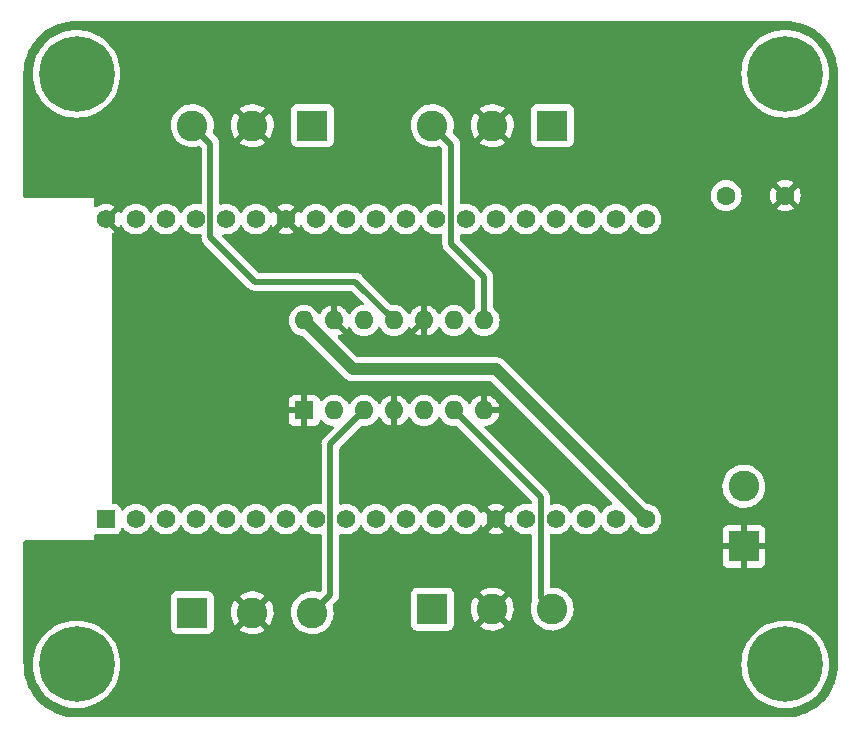
<source format=gbr>
%TF.GenerationSoftware,KiCad,Pcbnew,(6.0.0)*%
%TF.CreationDate,2022-09-21T16:06:09+02:00*%
%TF.ProjectId,ESP32_Wled_hub,45535033-325f-4576-9c65-645f6875622e,rev?*%
%TF.SameCoordinates,Original*%
%TF.FileFunction,Copper,L2,Bot*%
%TF.FilePolarity,Positive*%
%FSLAX46Y46*%
G04 Gerber Fmt 4.6, Leading zero omitted, Abs format (unit mm)*
G04 Created by KiCad (PCBNEW (6.0.0)) date 2022-09-21 16:06:09*
%MOMM*%
%LPD*%
G01*
G04 APERTURE LIST*
%TA.AperFunction,ComponentPad*%
%ADD10R,2.600000X2.600000*%
%TD*%
%TA.AperFunction,ComponentPad*%
%ADD11C,2.600000*%
%TD*%
%TA.AperFunction,ComponentPad*%
%ADD12C,6.400000*%
%TD*%
%TA.AperFunction,ComponentPad*%
%ADD13C,0.800000*%
%TD*%
%TA.AperFunction,ComponentPad*%
%ADD14R,1.560000X1.560000*%
%TD*%
%TA.AperFunction,ComponentPad*%
%ADD15C,1.560000*%
%TD*%
%TA.AperFunction,ComponentPad*%
%ADD16C,1.600000*%
%TD*%
%TA.AperFunction,ComponentPad*%
%ADD17R,1.600000X1.600000*%
%TD*%
%TA.AperFunction,ComponentPad*%
%ADD18O,1.600000X1.600000*%
%TD*%
%TA.AperFunction,ViaPad*%
%ADD19C,0.800000*%
%TD*%
%TA.AperFunction,Conductor*%
%ADD20C,1.000000*%
%TD*%
%TA.AperFunction,Conductor*%
%ADD21C,0.500000*%
%TD*%
G04 APERTURE END LIST*
D10*
%TO.P,J5,1,Pin_1*%
%TO.N,Vbus*%
X104145000Y-42875000D03*
D11*
%TO.P,J5,2,Pin_2*%
%TO.N,GND*%
X99065000Y-42875000D03*
%TO.P,J5,3,Pin_3*%
%TO.N,HV3*%
X93985000Y-42875000D03*
%TD*%
D12*
%TO.P,H4,1*%
%TO.N,N/C*%
X63860000Y-88500000D03*
D13*
X65557056Y-90197056D03*
X63860000Y-86100000D03*
X62162944Y-90197056D03*
X63860000Y-90900000D03*
X62162944Y-86802944D03*
X66260000Y-88500000D03*
X61460000Y-88500000D03*
X65557056Y-86802944D03*
%TD*%
D14*
%TO.P,U2,1,3V3*%
%TO.N,unconnected-(U2-Pad1)*%
X66350000Y-76200000D03*
D15*
%TO.P,U2,2,EN*%
%TO.N,unconnected-(U2-Pad2)*%
X68890000Y-76200000D03*
%TO.P,U2,3,SENSOR_VP*%
%TO.N,unconnected-(U2-Pad3)*%
X71430000Y-76200000D03*
%TO.P,U2,4,SENSOR_VN*%
%TO.N,unconnected-(U2-Pad4)*%
X73970000Y-76200000D03*
%TO.P,U2,5,IO34*%
%TO.N,unconnected-(U2-Pad5)*%
X76510000Y-76200000D03*
%TO.P,U2,6,IO35*%
%TO.N,unconnected-(U2-Pad6)*%
X79050000Y-76200000D03*
%TO.P,U2,7,IO32*%
%TO.N,unconnected-(U2-Pad7)*%
X81590000Y-76200000D03*
%TO.P,U2,8,IO33*%
%TO.N,unconnected-(U2-Pad8)*%
X84130000Y-76200000D03*
%TO.P,U2,9,IO25*%
%TO.N,LV1*%
X86670000Y-76200000D03*
%TO.P,U2,10,IO26*%
%TO.N,LV2*%
X89210000Y-76200000D03*
%TO.P,U2,11,IO27*%
%TO.N,unconnected-(U2-Pad11)*%
X91750000Y-76200000D03*
%TO.P,U2,12,IO14*%
%TO.N,unconnected-(U2-Pad12)*%
X94290000Y-76200000D03*
%TO.P,U2,13,IO12*%
%TO.N,unconnected-(U2-Pad13)*%
X96830000Y-76200000D03*
%TO.P,U2,14,GND1*%
%TO.N,GND*%
X99370000Y-76200000D03*
%TO.P,U2,15,IO13*%
%TO.N,unconnected-(U2-Pad15)*%
X101910000Y-76200000D03*
%TO.P,U2,16,SD2*%
%TO.N,unconnected-(U2-Pad16)*%
X104450000Y-76200000D03*
%TO.P,U2,17,SD3*%
%TO.N,unconnected-(U2-Pad17)*%
X106990000Y-76200000D03*
%TO.P,U2,18,CMD*%
%TO.N,unconnected-(U2-Pad18)*%
X109530000Y-76200000D03*
%TO.P,U2,19,EXT_5V*%
%TO.N,Vbus*%
X112070000Y-76200000D03*
%TO.P,U2,20,GND3*%
%TO.N,GND*%
X66350000Y-50800000D03*
%TO.P,U2,21,IO23*%
%TO.N,unconnected-(U2-Pad21)*%
X68890000Y-50800000D03*
%TO.P,U2,22,IO22*%
%TO.N,unconnected-(U2-Pad22)*%
X71430000Y-50800000D03*
%TO.P,U2,23,TXD0*%
%TO.N,unconnected-(U2-Pad23)*%
X73970000Y-50800000D03*
%TO.P,U2,24,RXD0*%
%TO.N,unconnected-(U2-Pad24)*%
X76510000Y-50800000D03*
%TO.P,U2,25,IO21*%
%TO.N,unconnected-(U2-Pad25)*%
X79050000Y-50800000D03*
%TO.P,U2,26,GND2*%
%TO.N,GND*%
X81590000Y-50800000D03*
%TO.P,U2,27,IO19*%
%TO.N,LV4*%
X84130000Y-50800000D03*
%TO.P,U2,28,IO18*%
%TO.N,LV3*%
X86670000Y-50800000D03*
%TO.P,U2,29,IO5*%
%TO.N,unconnected-(U2-Pad29)*%
X89210000Y-50800000D03*
%TO.P,U2,30,IO17*%
%TO.N,unconnected-(U2-Pad30)*%
X91750000Y-50800000D03*
%TO.P,U2,31,IO16*%
%TO.N,unconnected-(U2-Pad31)*%
X94290000Y-50800000D03*
%TO.P,U2,32,IO4*%
%TO.N,unconnected-(U2-Pad32)*%
X96830000Y-50800000D03*
%TO.P,U2,33,IO0*%
%TO.N,unconnected-(U2-Pad33)*%
X99370000Y-50800000D03*
%TO.P,U2,34,IO2*%
%TO.N,unconnected-(U2-Pad34)*%
X101910000Y-50800000D03*
%TO.P,U2,35,IO15*%
%TO.N,unconnected-(U2-Pad35)*%
X104450000Y-50800000D03*
%TO.P,U2,36,SD1*%
%TO.N,unconnected-(U2-Pad36)*%
X106990000Y-50800000D03*
%TO.P,U2,37,SD0*%
%TO.N,unconnected-(U2-Pad37)*%
X109530000Y-50800000D03*
%TO.P,U2,38,CLK*%
%TO.N,unconnected-(U2-Pad38)*%
X112070000Y-50800000D03*
%TD*%
D13*
%TO.P,H3,1*%
%TO.N,N/C*%
X125557056Y-86802944D03*
X123860000Y-90900000D03*
X121460000Y-88500000D03*
X122162944Y-90197056D03*
X123860000Y-86100000D03*
D12*
X123860000Y-88500000D03*
D13*
X122162944Y-86802944D03*
X126260000Y-88500000D03*
X125557056Y-90197056D03*
%TD*%
D10*
%TO.P,J6,1,Pin_1*%
%TO.N,Vbus*%
X93980000Y-83820000D03*
D11*
%TO.P,J6,2,Pin_2*%
%TO.N,GND*%
X99060000Y-83820000D03*
%TO.P,J6,3,Pin_3*%
%TO.N,HV2*%
X104140000Y-83820000D03*
%TD*%
D10*
%TO.P,J4,1,Pin_1*%
%TO.N,Vbus*%
X73655000Y-84125000D03*
D11*
%TO.P,J4,2,Pin_2*%
%TO.N,GND*%
X78735000Y-84125000D03*
%TO.P,J4,3,Pin_3*%
%TO.N,HV1*%
X83815000Y-84125000D03*
%TD*%
D13*
%TO.P,H1,1*%
%TO.N,N/C*%
X65557056Y-40197056D03*
X65557056Y-36802944D03*
D12*
X63860000Y-38500000D03*
D13*
X61460000Y-38500000D03*
X63860000Y-36100000D03*
X62162944Y-36802944D03*
X66260000Y-38500000D03*
X63860000Y-40900000D03*
X62162944Y-40197056D03*
%TD*%
%TO.P,H2,1*%
%TO.N,N/C*%
X126260000Y-38500000D03*
X121460000Y-38500000D03*
X125557056Y-36802944D03*
X125557056Y-40197056D03*
D12*
X123860000Y-38500000D03*
D13*
X122162944Y-36802944D03*
X122162944Y-40197056D03*
X123860000Y-36100000D03*
X123860000Y-40900000D03*
%TD*%
D16*
%TO.P,C1,1*%
%TO.N,Vbus*%
X118860000Y-48800000D03*
%TO.P,C1,2*%
%TO.N,GND*%
X123860000Y-48800000D03*
%TD*%
D10*
%TO.P,J1,1,Pin_1*%
%TO.N,GND*%
X120360000Y-78500000D03*
D11*
%TO.P,J1,2,Pin_2*%
%TO.N,Vbus*%
X120360000Y-73420000D03*
%TD*%
D17*
%TO.P,U1,1*%
%TO.N,GND*%
X83135000Y-67000000D03*
D18*
%TO.P,U1,2*%
%TO.N,LV1*%
X85675000Y-67000000D03*
%TO.P,U1,3*%
%TO.N,HV1*%
X88215000Y-67000000D03*
%TO.P,U1,4*%
%TO.N,GND*%
X90755000Y-67000000D03*
%TO.P,U1,5*%
%TO.N,LV2*%
X93295000Y-67000000D03*
%TO.P,U1,6*%
%TO.N,HV2*%
X95835000Y-67000000D03*
%TO.P,U1,7,GND*%
%TO.N,GND*%
X98375000Y-67000000D03*
%TO.P,U1,8*%
%TO.N,HV3*%
X98375000Y-59380000D03*
%TO.P,U1,9*%
%TO.N,LV3*%
X95835000Y-59380000D03*
%TO.P,U1,10*%
%TO.N,GND*%
X93295000Y-59380000D03*
%TO.P,U1,11*%
%TO.N,HV4*%
X90755000Y-59380000D03*
%TO.P,U1,12*%
%TO.N,LV4*%
X88215000Y-59380000D03*
%TO.P,U1,13*%
%TO.N,GND*%
X85675000Y-59380000D03*
%TO.P,U1,14,VCC*%
%TO.N,Vbus*%
X83135000Y-59380000D03*
%TD*%
D10*
%TO.P,J7,1,Pin_1*%
%TO.N,Vbus*%
X83825000Y-42875000D03*
D11*
%TO.P,J7,2,Pin_2*%
%TO.N,GND*%
X78745000Y-42875000D03*
%TO.P,J7,3,Pin_3*%
%TO.N,HV4*%
X73665000Y-42875000D03*
%TD*%
D19*
%TO.N,GND*%
X107360000Y-74100000D03*
X104960000Y-74100000D03*
X96160000Y-69700000D03*
X86760000Y-72500000D03*
X90160000Y-72500000D03*
%TD*%
D20*
%TO.N,Vbus*%
X99370000Y-63500000D02*
X87255000Y-63500000D01*
X112070000Y-76200000D02*
X99370000Y-63500000D01*
X87255000Y-63500000D02*
X83135000Y-59380000D01*
D21*
%TO.N,GND*%
X91175000Y-61500000D02*
X93295000Y-59380000D01*
X87795000Y-61500000D02*
X91175000Y-61500000D01*
X85675000Y-59380000D02*
X87795000Y-61500000D01*
%TO.N,HV1*%
X85359511Y-82580489D02*
X83815000Y-84125000D01*
X88215000Y-67000000D02*
X85359511Y-69855489D01*
X85359511Y-69855489D02*
X85359511Y-82580489D01*
%TO.N,HV2*%
X95835000Y-67000000D02*
X103160000Y-74325000D01*
X103160000Y-74325000D02*
X103160000Y-82840000D01*
X103160000Y-82840000D02*
X104140000Y-83820000D01*
%TO.N,HV3*%
X95600489Y-44490489D02*
X93985000Y-42875000D01*
X98375000Y-55715000D02*
X95600489Y-52940489D01*
X95600489Y-52940489D02*
X95600489Y-44490489D01*
X98375000Y-59380000D02*
X98375000Y-55715000D01*
%TO.N,HV4*%
X75199511Y-52339511D02*
X75199511Y-44409511D01*
X75199511Y-44409511D02*
X73665000Y-42875000D01*
X90755000Y-59380000D02*
X87475000Y-56100000D01*
X87475000Y-56100000D02*
X78960000Y-56100000D01*
X78960000Y-56100000D02*
X75199511Y-52339511D01*
%TD*%
%TA.AperFunction,Conductor*%
%TO.N,GND*%
G36*
X123830057Y-34009500D02*
G01*
X123844858Y-34011805D01*
X123844861Y-34011805D01*
X123853730Y-34013186D01*
X123874158Y-34010515D01*
X123895983Y-34009571D01*
X124246007Y-34024853D01*
X124256958Y-34025811D01*
X124634579Y-34075527D01*
X124645403Y-34077436D01*
X125017243Y-34159870D01*
X125027860Y-34162715D01*
X125391110Y-34277248D01*
X125401425Y-34281001D01*
X125753334Y-34426766D01*
X125763269Y-34431399D01*
X126101128Y-34607278D01*
X126110637Y-34612768D01*
X126431860Y-34817410D01*
X126440864Y-34823714D01*
X126743043Y-35055583D01*
X126751463Y-35062649D01*
X127032268Y-35319959D01*
X127040041Y-35327732D01*
X127297351Y-35608537D01*
X127304417Y-35616957D01*
X127536286Y-35919136D01*
X127542590Y-35928140D01*
X127747232Y-36249363D01*
X127752722Y-36258872D01*
X127928601Y-36596731D01*
X127933234Y-36606666D01*
X127976047Y-36710026D01*
X128078996Y-36958568D01*
X128082752Y-36968890D01*
X128138819Y-37146710D01*
X128197285Y-37332139D01*
X128200130Y-37342757D01*
X128282564Y-37714597D01*
X128284473Y-37725421D01*
X128334189Y-38103042D01*
X128335147Y-38113993D01*
X128350104Y-38456583D01*
X128348724Y-38481461D01*
X128346814Y-38493730D01*
X128348638Y-38507678D01*
X128350936Y-38525251D01*
X128352000Y-38541589D01*
X128352000Y-88450672D01*
X128350500Y-88470056D01*
X128346814Y-88493730D01*
X128349485Y-88514158D01*
X128350429Y-88535983D01*
X128335196Y-88884886D01*
X128335147Y-88886007D01*
X128334189Y-88896958D01*
X128284473Y-89274579D01*
X128282564Y-89285403D01*
X128200130Y-89657243D01*
X128197285Y-89667860D01*
X128090239Y-90007368D01*
X128082755Y-90031103D01*
X128078999Y-90041425D01*
X127947223Y-90359563D01*
X127933238Y-90393325D01*
X127928601Y-90403269D01*
X127752722Y-90741128D01*
X127747232Y-90750637D01*
X127542590Y-91071860D01*
X127536286Y-91080864D01*
X127304417Y-91383043D01*
X127297351Y-91391463D01*
X127040041Y-91672268D01*
X127032268Y-91680041D01*
X126751463Y-91937351D01*
X126743043Y-91944417D01*
X126440864Y-92176286D01*
X126431860Y-92182590D01*
X126110637Y-92387232D01*
X126101128Y-92392722D01*
X125763269Y-92568601D01*
X125753334Y-92573234D01*
X125401425Y-92718999D01*
X125391110Y-92722752D01*
X125027861Y-92837285D01*
X125017243Y-92840130D01*
X124645403Y-92922564D01*
X124634579Y-92924473D01*
X124256958Y-92974189D01*
X124246007Y-92975147D01*
X123903417Y-92990104D01*
X123878539Y-92988724D01*
X123878160Y-92988665D01*
X123866270Y-92986814D01*
X123834749Y-92990936D01*
X123818411Y-92992000D01*
X63909328Y-92992000D01*
X63889943Y-92990500D01*
X63875142Y-92988195D01*
X63875139Y-92988195D01*
X63866270Y-92986814D01*
X63845842Y-92989485D01*
X63824017Y-92990429D01*
X63473993Y-92975147D01*
X63463042Y-92974189D01*
X63085421Y-92924473D01*
X63074597Y-92922564D01*
X62702757Y-92840130D01*
X62692139Y-92837285D01*
X62328890Y-92722752D01*
X62318575Y-92718999D01*
X61966666Y-92573234D01*
X61956731Y-92568601D01*
X61618872Y-92392722D01*
X61609363Y-92387232D01*
X61288140Y-92182590D01*
X61279136Y-92176286D01*
X60976957Y-91944417D01*
X60968537Y-91937351D01*
X60687732Y-91680041D01*
X60679959Y-91672268D01*
X60422649Y-91391463D01*
X60415583Y-91383043D01*
X60183714Y-91080864D01*
X60177410Y-91071860D01*
X59972768Y-90750637D01*
X59967278Y-90741128D01*
X59791399Y-90403269D01*
X59786762Y-90393325D01*
X59772778Y-90359563D01*
X59641001Y-90041425D01*
X59637245Y-90031103D01*
X59629762Y-90007368D01*
X59522715Y-89667860D01*
X59519870Y-89657243D01*
X59437436Y-89285403D01*
X59435527Y-89274579D01*
X59385811Y-88896957D01*
X59384853Y-88886006D01*
X59370059Y-88547173D01*
X59371686Y-88520769D01*
X59372263Y-88517342D01*
X59372263Y-88517340D01*
X59373071Y-88512539D01*
X59373224Y-88500000D01*
X60146411Y-88500000D01*
X60166754Y-88888176D01*
X60167267Y-88891416D01*
X60167268Y-88891424D01*
X60168145Y-88896958D01*
X60227562Y-89272099D01*
X60328167Y-89647562D01*
X60467468Y-90010453D01*
X60643938Y-90356794D01*
X60855643Y-90682793D01*
X61100266Y-90984876D01*
X61375124Y-91259734D01*
X61677207Y-91504357D01*
X61679970Y-91506152D01*
X61679971Y-91506152D01*
X61942014Y-91676324D01*
X62003205Y-91716062D01*
X62006139Y-91717557D01*
X62006146Y-91717561D01*
X62336680Y-91885976D01*
X62349547Y-91892532D01*
X62712438Y-92031833D01*
X63087901Y-92132438D01*
X63291793Y-92164732D01*
X63468576Y-92192732D01*
X63468584Y-92192733D01*
X63471824Y-92193246D01*
X63860000Y-92213589D01*
X64248176Y-92193246D01*
X64251416Y-92192733D01*
X64251424Y-92192732D01*
X64428207Y-92164732D01*
X64632099Y-92132438D01*
X65007562Y-92031833D01*
X65370453Y-91892532D01*
X65383320Y-91885976D01*
X65713854Y-91717561D01*
X65713861Y-91717557D01*
X65716795Y-91716062D01*
X65777987Y-91676324D01*
X66040029Y-91506152D01*
X66040030Y-91506152D01*
X66042793Y-91504357D01*
X66344876Y-91259734D01*
X66619734Y-90984876D01*
X66864357Y-90682793D01*
X67076062Y-90356794D01*
X67252532Y-90010453D01*
X67391833Y-89647562D01*
X67492438Y-89272099D01*
X67551855Y-88896958D01*
X67552732Y-88891424D01*
X67552733Y-88891416D01*
X67553246Y-88888176D01*
X67573589Y-88500000D01*
X120146411Y-88500000D01*
X120166754Y-88888176D01*
X120167267Y-88891416D01*
X120167268Y-88891424D01*
X120168145Y-88896958D01*
X120227562Y-89272099D01*
X120328167Y-89647562D01*
X120467468Y-90010453D01*
X120643938Y-90356794D01*
X120855643Y-90682793D01*
X121100266Y-90984876D01*
X121375124Y-91259734D01*
X121677207Y-91504357D01*
X121679970Y-91506152D01*
X121679971Y-91506152D01*
X121942014Y-91676324D01*
X122003205Y-91716062D01*
X122006139Y-91717557D01*
X122006146Y-91717561D01*
X122336680Y-91885976D01*
X122349547Y-91892532D01*
X122712438Y-92031833D01*
X123087901Y-92132438D01*
X123291793Y-92164732D01*
X123468576Y-92192732D01*
X123468584Y-92192733D01*
X123471824Y-92193246D01*
X123860000Y-92213589D01*
X124248176Y-92193246D01*
X124251416Y-92192733D01*
X124251424Y-92192732D01*
X124428207Y-92164732D01*
X124632099Y-92132438D01*
X125007562Y-92031833D01*
X125370453Y-91892532D01*
X125383320Y-91885976D01*
X125713854Y-91717561D01*
X125713861Y-91717557D01*
X125716795Y-91716062D01*
X125777987Y-91676324D01*
X126040029Y-91506152D01*
X126040030Y-91506152D01*
X126042793Y-91504357D01*
X126344876Y-91259734D01*
X126619734Y-90984876D01*
X126864357Y-90682793D01*
X127076062Y-90356794D01*
X127252532Y-90010453D01*
X127391833Y-89647562D01*
X127492438Y-89272099D01*
X127551855Y-88896958D01*
X127552732Y-88891424D01*
X127552733Y-88891416D01*
X127553246Y-88888176D01*
X127573589Y-88500000D01*
X127553246Y-88111824D01*
X127492438Y-87727901D01*
X127391833Y-87352438D01*
X127252532Y-86989547D01*
X127076062Y-86643206D01*
X126864357Y-86317207D01*
X126619734Y-86015124D01*
X126344876Y-85740266D01*
X126333675Y-85731195D01*
X126139268Y-85573767D01*
X126042793Y-85495643D01*
X126002870Y-85469717D01*
X125719564Y-85285736D01*
X125719561Y-85285734D01*
X125716795Y-85283938D01*
X125713861Y-85282443D01*
X125713854Y-85282439D01*
X125373393Y-85108966D01*
X125370453Y-85107468D01*
X125007562Y-84968167D01*
X124632099Y-84867562D01*
X124428207Y-84835268D01*
X124251424Y-84807268D01*
X124251416Y-84807267D01*
X124248176Y-84806754D01*
X123860000Y-84786411D01*
X123471824Y-84806754D01*
X123468584Y-84807267D01*
X123468576Y-84807268D01*
X123291793Y-84835268D01*
X123087901Y-84867562D01*
X122712438Y-84968167D01*
X122349547Y-85107468D01*
X122346607Y-85108966D01*
X122006147Y-85282439D01*
X122006140Y-85282443D01*
X122003206Y-85283938D01*
X122000440Y-85285734D01*
X122000437Y-85285736D01*
X121875755Y-85366705D01*
X121677207Y-85495643D01*
X121580732Y-85573767D01*
X121386326Y-85731195D01*
X121375124Y-85740266D01*
X121100266Y-86015124D01*
X120855643Y-86317207D01*
X120643938Y-86643206D01*
X120467468Y-86989547D01*
X120328167Y-87352438D01*
X120227562Y-87727901D01*
X120166754Y-88111824D01*
X120146411Y-88500000D01*
X67573589Y-88500000D01*
X67553246Y-88111824D01*
X67492438Y-87727901D01*
X67391833Y-87352438D01*
X67252532Y-86989547D01*
X67076062Y-86643206D01*
X66864357Y-86317207D01*
X66619734Y-86015124D01*
X66344876Y-85740266D01*
X66333675Y-85731195D01*
X66139268Y-85573767D01*
X66042793Y-85495643D01*
X66008132Y-85473134D01*
X71846500Y-85473134D01*
X71853255Y-85535316D01*
X71904385Y-85671705D01*
X71991739Y-85788261D01*
X72108295Y-85875615D01*
X72244684Y-85926745D01*
X72306866Y-85933500D01*
X75003134Y-85933500D01*
X75065316Y-85926745D01*
X75201705Y-85875615D01*
X75318261Y-85788261D01*
X75405615Y-85671705D01*
X75443778Y-85569906D01*
X77654839Y-85569906D01*
X77663553Y-85581427D01*
X77770452Y-85659809D01*
X77778351Y-85664745D01*
X78007905Y-85785519D01*
X78016454Y-85789236D01*
X78261327Y-85874749D01*
X78270336Y-85877163D01*
X78525166Y-85925544D01*
X78534423Y-85926598D01*
X78793607Y-85936783D01*
X78802921Y-85936457D01*
X79060753Y-85908220D01*
X79069930Y-85906519D01*
X79320758Y-85840481D01*
X79329574Y-85837445D01*
X79567880Y-85735062D01*
X79576167Y-85730748D01*
X79796718Y-85594266D01*
X79804268Y-85588780D01*
X79809559Y-85584301D01*
X79817997Y-85571497D01*
X79811935Y-85561145D01*
X78747812Y-84497022D01*
X78733868Y-84489408D01*
X78732035Y-84489539D01*
X78725420Y-84493790D01*
X77661497Y-85557713D01*
X77654839Y-85569906D01*
X75443778Y-85569906D01*
X75456745Y-85535316D01*
X75463500Y-85473134D01*
X75463500Y-84082211D01*
X76922775Y-84082211D01*
X76935220Y-84341288D01*
X76936356Y-84350543D01*
X76986961Y-84604945D01*
X76989449Y-84613917D01*
X77077095Y-84858033D01*
X77080895Y-84866568D01*
X77203658Y-85095042D01*
X77208666Y-85102904D01*
X77278720Y-85196716D01*
X77289979Y-85205165D01*
X77302397Y-85198393D01*
X78362978Y-84137812D01*
X78369356Y-84126132D01*
X79099408Y-84126132D01*
X79099539Y-84127965D01*
X79103790Y-84134580D01*
X80171094Y-85201884D01*
X80183474Y-85208644D01*
X80191815Y-85202400D01*
X80325832Y-84994048D01*
X80330275Y-84985864D01*
X80436807Y-84749370D01*
X80439997Y-84740605D01*
X80510402Y-84490972D01*
X80512262Y-84481830D01*
X80545187Y-84223019D01*
X80545668Y-84216733D01*
X80547987Y-84128160D01*
X80547836Y-84121851D01*
X80528501Y-83861663D01*
X80527125Y-83852457D01*
X80469878Y-83599467D01*
X80467154Y-83590556D01*
X80373143Y-83348806D01*
X80369132Y-83340397D01*
X80240422Y-83115202D01*
X80235211Y-83107476D01*
X80191996Y-83052658D01*
X80180071Y-83044187D01*
X80168537Y-83050673D01*
X79107022Y-84112188D01*
X79099408Y-84126132D01*
X78369356Y-84126132D01*
X78370592Y-84123868D01*
X78370461Y-84122035D01*
X78366210Y-84115420D01*
X77300816Y-83050026D01*
X77287507Y-83042758D01*
X77277472Y-83049878D01*
X77261937Y-83068556D01*
X77256531Y-83076135D01*
X77121965Y-83297891D01*
X77117736Y-83306192D01*
X77017432Y-83545389D01*
X77014471Y-83554239D01*
X76950628Y-83805625D01*
X76949006Y-83814822D01*
X76923020Y-84072885D01*
X76922775Y-84082211D01*
X75463500Y-84082211D01*
X75463500Y-82776866D01*
X75456745Y-82714684D01*
X75442876Y-82677689D01*
X77652102Y-82677689D01*
X77656675Y-82687465D01*
X78722188Y-83752978D01*
X78736132Y-83760592D01*
X78737965Y-83760461D01*
X78744580Y-83756210D01*
X79809349Y-82691441D01*
X79815733Y-82679751D01*
X79806321Y-82667641D01*
X79659045Y-82565471D01*
X79651010Y-82560738D01*
X79418376Y-82446016D01*
X79409743Y-82442528D01*
X79162703Y-82363450D01*
X79153643Y-82361274D01*
X78897630Y-82319580D01*
X78888343Y-82318768D01*
X78628992Y-82315373D01*
X78619681Y-82315943D01*
X78362682Y-82350919D01*
X78353546Y-82352860D01*
X78104543Y-82425439D01*
X78095800Y-82428707D01*
X77860252Y-82537296D01*
X77852097Y-82541816D01*
X77661240Y-82666947D01*
X77652102Y-82677689D01*
X75442876Y-82677689D01*
X75405615Y-82578295D01*
X75318261Y-82461739D01*
X75201705Y-82374385D01*
X75065316Y-82323255D01*
X75003134Y-82316500D01*
X72306866Y-82316500D01*
X72244684Y-82323255D01*
X72108295Y-82374385D01*
X71991739Y-82461739D01*
X71904385Y-82578295D01*
X71853255Y-82714684D01*
X71846500Y-82776866D01*
X71846500Y-85473134D01*
X66008132Y-85473134D01*
X66002870Y-85469717D01*
X65719564Y-85285736D01*
X65719561Y-85285734D01*
X65716795Y-85283938D01*
X65713861Y-85282443D01*
X65713854Y-85282439D01*
X65373393Y-85108966D01*
X65370453Y-85107468D01*
X65007562Y-84968167D01*
X64632099Y-84867562D01*
X64428207Y-84835268D01*
X64251424Y-84807268D01*
X64251416Y-84807267D01*
X64248176Y-84806754D01*
X63860000Y-84786411D01*
X63471824Y-84806754D01*
X63468584Y-84807267D01*
X63468576Y-84807268D01*
X63291793Y-84835268D01*
X63087901Y-84867562D01*
X62712438Y-84968167D01*
X62349547Y-85107468D01*
X62346607Y-85108966D01*
X62006147Y-85282439D01*
X62006140Y-85282443D01*
X62003206Y-85283938D01*
X62000440Y-85285734D01*
X62000437Y-85285736D01*
X61875755Y-85366705D01*
X61677207Y-85495643D01*
X61580732Y-85573767D01*
X61386326Y-85731195D01*
X61375124Y-85740266D01*
X61100266Y-86015124D01*
X60855643Y-86317207D01*
X60643938Y-86643206D01*
X60467468Y-86989547D01*
X60328167Y-87352438D01*
X60227562Y-87727901D01*
X60166754Y-88111824D01*
X60146411Y-88500000D01*
X59373224Y-88500000D01*
X59369273Y-88472412D01*
X59368000Y-88454549D01*
X59368000Y-78126000D01*
X59388002Y-78057879D01*
X59441658Y-78011386D01*
X59494000Y-78000000D01*
X65360000Y-78000000D01*
X65360000Y-77611345D01*
X65380002Y-77543224D01*
X65433658Y-77496731D01*
X65499608Y-77486082D01*
X65521866Y-77488500D01*
X67178134Y-77488500D01*
X67240316Y-77481745D01*
X67376705Y-77430615D01*
X67493261Y-77343261D01*
X67580615Y-77226705D01*
X67631745Y-77090316D01*
X67637002Y-77041925D01*
X67664244Y-76976363D01*
X67722607Y-76935937D01*
X67793561Y-76933482D01*
X67854579Y-76969777D01*
X67865474Y-76983257D01*
X67899181Y-77031396D01*
X68058604Y-77190819D01*
X68243289Y-77320136D01*
X68248267Y-77322457D01*
X68248270Y-77322459D01*
X68418988Y-77402066D01*
X68447624Y-77415419D01*
X68452932Y-77416841D01*
X68452934Y-77416842D01*
X68660085Y-77472348D01*
X68660087Y-77472348D01*
X68665400Y-77473772D01*
X68890000Y-77493422D01*
X69114600Y-77473772D01*
X69119913Y-77472348D01*
X69119915Y-77472348D01*
X69327066Y-77416842D01*
X69327068Y-77416841D01*
X69332376Y-77415419D01*
X69361012Y-77402066D01*
X69531730Y-77322459D01*
X69531733Y-77322457D01*
X69536711Y-77320136D01*
X69721396Y-77190819D01*
X69880819Y-77031396D01*
X70010136Y-76846711D01*
X70012581Y-76841469D01*
X70045805Y-76770219D01*
X70092723Y-76716934D01*
X70161000Y-76697473D01*
X70228960Y-76718015D01*
X70274195Y-76770219D01*
X70307420Y-76841469D01*
X70309864Y-76846711D01*
X70439181Y-77031396D01*
X70598604Y-77190819D01*
X70783289Y-77320136D01*
X70788267Y-77322457D01*
X70788270Y-77322459D01*
X70958988Y-77402066D01*
X70987624Y-77415419D01*
X70992932Y-77416841D01*
X70992934Y-77416842D01*
X71200085Y-77472348D01*
X71200087Y-77472348D01*
X71205400Y-77473772D01*
X71430000Y-77493422D01*
X71654600Y-77473772D01*
X71659913Y-77472348D01*
X71659915Y-77472348D01*
X71867066Y-77416842D01*
X71867068Y-77416841D01*
X71872376Y-77415419D01*
X71901012Y-77402066D01*
X72071730Y-77322459D01*
X72071733Y-77322457D01*
X72076711Y-77320136D01*
X72261396Y-77190819D01*
X72420819Y-77031396D01*
X72550136Y-76846711D01*
X72552581Y-76841469D01*
X72585805Y-76770219D01*
X72632723Y-76716934D01*
X72701000Y-76697473D01*
X72768960Y-76718015D01*
X72814195Y-76770219D01*
X72847420Y-76841469D01*
X72849864Y-76846711D01*
X72979181Y-77031396D01*
X73138604Y-77190819D01*
X73323289Y-77320136D01*
X73328267Y-77322457D01*
X73328270Y-77322459D01*
X73498988Y-77402066D01*
X73527624Y-77415419D01*
X73532932Y-77416841D01*
X73532934Y-77416842D01*
X73740085Y-77472348D01*
X73740087Y-77472348D01*
X73745400Y-77473772D01*
X73970000Y-77493422D01*
X74194600Y-77473772D01*
X74199913Y-77472348D01*
X74199915Y-77472348D01*
X74407066Y-77416842D01*
X74407068Y-77416841D01*
X74412376Y-77415419D01*
X74441012Y-77402066D01*
X74611730Y-77322459D01*
X74611733Y-77322457D01*
X74616711Y-77320136D01*
X74801396Y-77190819D01*
X74960819Y-77031396D01*
X75090136Y-76846711D01*
X75092581Y-76841469D01*
X75125805Y-76770219D01*
X75172723Y-76716934D01*
X75241000Y-76697473D01*
X75308960Y-76718015D01*
X75354195Y-76770219D01*
X75387420Y-76841469D01*
X75389864Y-76846711D01*
X75519181Y-77031396D01*
X75678604Y-77190819D01*
X75863289Y-77320136D01*
X75868267Y-77322457D01*
X75868270Y-77322459D01*
X76038988Y-77402066D01*
X76067624Y-77415419D01*
X76072932Y-77416841D01*
X76072934Y-77416842D01*
X76280085Y-77472348D01*
X76280087Y-77472348D01*
X76285400Y-77473772D01*
X76510000Y-77493422D01*
X76734600Y-77473772D01*
X76739913Y-77472348D01*
X76739915Y-77472348D01*
X76947066Y-77416842D01*
X76947068Y-77416841D01*
X76952376Y-77415419D01*
X76981012Y-77402066D01*
X77151730Y-77322459D01*
X77151733Y-77322457D01*
X77156711Y-77320136D01*
X77341396Y-77190819D01*
X77500819Y-77031396D01*
X77630136Y-76846711D01*
X77632581Y-76841469D01*
X77665805Y-76770219D01*
X77712723Y-76716934D01*
X77781000Y-76697473D01*
X77848960Y-76718015D01*
X77894195Y-76770219D01*
X77927420Y-76841469D01*
X77929864Y-76846711D01*
X78059181Y-77031396D01*
X78218604Y-77190819D01*
X78403289Y-77320136D01*
X78408267Y-77322457D01*
X78408270Y-77322459D01*
X78578988Y-77402066D01*
X78607624Y-77415419D01*
X78612932Y-77416841D01*
X78612934Y-77416842D01*
X78820085Y-77472348D01*
X78820087Y-77472348D01*
X78825400Y-77473772D01*
X79050000Y-77493422D01*
X79274600Y-77473772D01*
X79279913Y-77472348D01*
X79279915Y-77472348D01*
X79487066Y-77416842D01*
X79487068Y-77416841D01*
X79492376Y-77415419D01*
X79521012Y-77402066D01*
X79691730Y-77322459D01*
X79691733Y-77322457D01*
X79696711Y-77320136D01*
X79881396Y-77190819D01*
X80040819Y-77031396D01*
X80170136Y-76846711D01*
X80172581Y-76841469D01*
X80205805Y-76770219D01*
X80252723Y-76716934D01*
X80321000Y-76697473D01*
X80388960Y-76718015D01*
X80434195Y-76770219D01*
X80467420Y-76841469D01*
X80469864Y-76846711D01*
X80599181Y-77031396D01*
X80758604Y-77190819D01*
X80943289Y-77320136D01*
X80948267Y-77322457D01*
X80948270Y-77322459D01*
X81118988Y-77402066D01*
X81147624Y-77415419D01*
X81152932Y-77416841D01*
X81152934Y-77416842D01*
X81360085Y-77472348D01*
X81360087Y-77472348D01*
X81365400Y-77473772D01*
X81590000Y-77493422D01*
X81814600Y-77473772D01*
X81819913Y-77472348D01*
X81819915Y-77472348D01*
X82027066Y-77416842D01*
X82027068Y-77416841D01*
X82032376Y-77415419D01*
X82061012Y-77402066D01*
X82231730Y-77322459D01*
X82231733Y-77322457D01*
X82236711Y-77320136D01*
X82421396Y-77190819D01*
X82580819Y-77031396D01*
X82710136Y-76846711D01*
X82712581Y-76841469D01*
X82745805Y-76770219D01*
X82792723Y-76716934D01*
X82861000Y-76697473D01*
X82928960Y-76718015D01*
X82974195Y-76770219D01*
X83007420Y-76841469D01*
X83009864Y-76846711D01*
X83139181Y-77031396D01*
X83298604Y-77190819D01*
X83483289Y-77320136D01*
X83488267Y-77322457D01*
X83488270Y-77322459D01*
X83658988Y-77402066D01*
X83687624Y-77415419D01*
X83692932Y-77416841D01*
X83692934Y-77416842D01*
X83900085Y-77472348D01*
X83900087Y-77472348D01*
X83905400Y-77473772D01*
X84130000Y-77493422D01*
X84354600Y-77473772D01*
X84359913Y-77472348D01*
X84359915Y-77472348D01*
X84442400Y-77450246D01*
X84513376Y-77451936D01*
X84572172Y-77491730D01*
X84600120Y-77556994D01*
X84601011Y-77571953D01*
X84601011Y-82214118D01*
X84581009Y-82282239D01*
X84564106Y-82303213D01*
X84495269Y-82372050D01*
X84432957Y-82406076D01*
X84367762Y-82402957D01*
X84238370Y-82361538D01*
X84233763Y-82360788D01*
X84233760Y-82360787D01*
X84020337Y-82326029D01*
X83973063Y-82318330D01*
X83842719Y-82316624D01*
X83708961Y-82314873D01*
X83708958Y-82314873D01*
X83704284Y-82314812D01*
X83437937Y-82351060D01*
X83433451Y-82352368D01*
X83433449Y-82352368D01*
X83368726Y-82371233D01*
X83179874Y-82426278D01*
X82935763Y-82538815D01*
X82931854Y-82541378D01*
X82714881Y-82683631D01*
X82714876Y-82683635D01*
X82710968Y-82686197D01*
X82707476Y-82689314D01*
X82523859Y-82853199D01*
X82510426Y-82865188D01*
X82338544Y-83071854D01*
X82199096Y-83301656D01*
X82197287Y-83305970D01*
X82197285Y-83305974D01*
X82115862Y-83500148D01*
X82095148Y-83549545D01*
X82028981Y-83810077D01*
X82002050Y-84077526D01*
X82002274Y-84082192D01*
X82002274Y-84082197D01*
X82007550Y-84192022D01*
X82014947Y-84346019D01*
X82067388Y-84609656D01*
X82158220Y-84862646D01*
X82160432Y-84866762D01*
X82160433Y-84866765D01*
X82214459Y-84967312D01*
X82285450Y-85099431D01*
X82288241Y-85103168D01*
X82288245Y-85103175D01*
X82364405Y-85205165D01*
X82446281Y-85314810D01*
X82449590Y-85318090D01*
X82449595Y-85318096D01*
X82628699Y-85495643D01*
X82637180Y-85504050D01*
X82640942Y-85506808D01*
X82640945Y-85506811D01*
X82811386Y-85631783D01*
X82853954Y-85662995D01*
X82858089Y-85665171D01*
X82858093Y-85665173D01*
X83087698Y-85785975D01*
X83091840Y-85788154D01*
X83345613Y-85876775D01*
X83350206Y-85877647D01*
X83605109Y-85926042D01*
X83605112Y-85926042D01*
X83609698Y-85926913D01*
X83737370Y-85931929D01*
X83873625Y-85937283D01*
X83873630Y-85937283D01*
X83878293Y-85937466D01*
X83982607Y-85926042D01*
X84140844Y-85908713D01*
X84140850Y-85908712D01*
X84145497Y-85908203D01*
X84150021Y-85907012D01*
X84400918Y-85840956D01*
X84400920Y-85840955D01*
X84405441Y-85839765D01*
X84512795Y-85793642D01*
X84648120Y-85735502D01*
X84648122Y-85735501D01*
X84652414Y-85733657D01*
X84822346Y-85628500D01*
X84877017Y-85594669D01*
X84877021Y-85594666D01*
X84880990Y-85592210D01*
X85086149Y-85418530D01*
X85263382Y-85216434D01*
X85270631Y-85205165D01*
X85294450Y-85168134D01*
X92171500Y-85168134D01*
X92178255Y-85230316D01*
X92229385Y-85366705D01*
X92316739Y-85483261D01*
X92433295Y-85570615D01*
X92569684Y-85621745D01*
X92631866Y-85628500D01*
X95328134Y-85628500D01*
X95390316Y-85621745D01*
X95526705Y-85570615D01*
X95643261Y-85483261D01*
X95730615Y-85366705D01*
X95768778Y-85264906D01*
X97979839Y-85264906D01*
X97988553Y-85276427D01*
X98095452Y-85354809D01*
X98103351Y-85359745D01*
X98332905Y-85480519D01*
X98341454Y-85484236D01*
X98586327Y-85569749D01*
X98595336Y-85572163D01*
X98850166Y-85620544D01*
X98859423Y-85621598D01*
X99118607Y-85631783D01*
X99127921Y-85631457D01*
X99385753Y-85603220D01*
X99394930Y-85601519D01*
X99645758Y-85535481D01*
X99654574Y-85532445D01*
X99892880Y-85430062D01*
X99901167Y-85425748D01*
X100121718Y-85289266D01*
X100129268Y-85283780D01*
X100134559Y-85279301D01*
X100142997Y-85266497D01*
X100136935Y-85256145D01*
X99072812Y-84192022D01*
X99058868Y-84184408D01*
X99057035Y-84184539D01*
X99050420Y-84188790D01*
X97986497Y-85252713D01*
X97979839Y-85264906D01*
X95768778Y-85264906D01*
X95781745Y-85230316D01*
X95788500Y-85168134D01*
X95788500Y-83777211D01*
X97247775Y-83777211D01*
X97260220Y-84036288D01*
X97261356Y-84045543D01*
X97311961Y-84299945D01*
X97314449Y-84308917D01*
X97402095Y-84553033D01*
X97405895Y-84561568D01*
X97528658Y-84790042D01*
X97533666Y-84797904D01*
X97603720Y-84891716D01*
X97614979Y-84900165D01*
X97627397Y-84893393D01*
X98687978Y-83832812D01*
X98694356Y-83821132D01*
X99424408Y-83821132D01*
X99424539Y-83822965D01*
X99428790Y-83829580D01*
X100496094Y-84896884D01*
X100508474Y-84903644D01*
X100516815Y-84897400D01*
X100650832Y-84689048D01*
X100655275Y-84680864D01*
X100761807Y-84444370D01*
X100764997Y-84435605D01*
X100835402Y-84185972D01*
X100837262Y-84176830D01*
X100870187Y-83918019D01*
X100870668Y-83911733D01*
X100872987Y-83823160D01*
X100872836Y-83816851D01*
X100853501Y-83556663D01*
X100852125Y-83547457D01*
X100794878Y-83294467D01*
X100792154Y-83285556D01*
X100698143Y-83043806D01*
X100694132Y-83035397D01*
X100565422Y-82810202D01*
X100560211Y-82802476D01*
X100516996Y-82747658D01*
X100505071Y-82739187D01*
X100493537Y-82745673D01*
X99432022Y-83807188D01*
X99424408Y-83821132D01*
X98694356Y-83821132D01*
X98695592Y-83818868D01*
X98695461Y-83817035D01*
X98691210Y-83810420D01*
X97625816Y-82745026D01*
X97612507Y-82737758D01*
X97602472Y-82744878D01*
X97586937Y-82763556D01*
X97581531Y-82771135D01*
X97446965Y-82992891D01*
X97442736Y-83001192D01*
X97342432Y-83240389D01*
X97339471Y-83249239D01*
X97275628Y-83500625D01*
X97274006Y-83509822D01*
X97248020Y-83767885D01*
X97247775Y-83777211D01*
X95788500Y-83777211D01*
X95788500Y-82471866D01*
X95781745Y-82409684D01*
X95767876Y-82372689D01*
X97977102Y-82372689D01*
X97981675Y-82382465D01*
X99047188Y-83447978D01*
X99061132Y-83455592D01*
X99062965Y-83455461D01*
X99069580Y-83451210D01*
X100134349Y-82386441D01*
X100140733Y-82374751D01*
X100131321Y-82362641D01*
X99984045Y-82260471D01*
X99976010Y-82255738D01*
X99743376Y-82141016D01*
X99734743Y-82137528D01*
X99487703Y-82058450D01*
X99478643Y-82056274D01*
X99222630Y-82014580D01*
X99213343Y-82013768D01*
X98953992Y-82010373D01*
X98944681Y-82010943D01*
X98687682Y-82045919D01*
X98678546Y-82047860D01*
X98429543Y-82120439D01*
X98420800Y-82123707D01*
X98185252Y-82232296D01*
X98177097Y-82236816D01*
X97986240Y-82361947D01*
X97977102Y-82372689D01*
X95767876Y-82372689D01*
X95730615Y-82273295D01*
X95643261Y-82156739D01*
X95526705Y-82069385D01*
X95390316Y-82018255D01*
X95328134Y-82011500D01*
X92631866Y-82011500D01*
X92569684Y-82018255D01*
X92433295Y-82069385D01*
X92316739Y-82156739D01*
X92229385Y-82273295D01*
X92178255Y-82409684D01*
X92171500Y-82471866D01*
X92171500Y-85168134D01*
X85294450Y-85168134D01*
X85406269Y-84994291D01*
X85408797Y-84990361D01*
X85519199Y-84745278D01*
X85556247Y-84613917D01*
X85590893Y-84491072D01*
X85590894Y-84491069D01*
X85592163Y-84486568D01*
X85610043Y-84346019D01*
X85625688Y-84223045D01*
X85625688Y-84223041D01*
X85626086Y-84219915D01*
X85626170Y-84216733D01*
X85627477Y-84166779D01*
X85628571Y-84125000D01*
X85608650Y-83856937D01*
X85603192Y-83832812D01*
X85550360Y-83599327D01*
X85550359Y-83599323D01*
X85549327Y-83594763D01*
X85542332Y-83576775D01*
X85536283Y-83506038D01*
X85570669Y-83442012D01*
X85848422Y-83164259D01*
X85862834Y-83151873D01*
X85874429Y-83143340D01*
X85874434Y-83143335D01*
X85880329Y-83138997D01*
X85885068Y-83133419D01*
X85885071Y-83133416D01*
X85914546Y-83098721D01*
X85921476Y-83091205D01*
X85927171Y-83085510D01*
X85940584Y-83068556D01*
X85944792Y-83063238D01*
X85947583Y-83059834D01*
X85990102Y-83009786D01*
X85990103Y-83009784D01*
X85994844Y-83004204D01*
X85998172Y-82997688D01*
X86001539Y-82992639D01*
X86004706Y-82987510D01*
X86009245Y-82981773D01*
X86040166Y-82915614D01*
X86042072Y-82911714D01*
X86056074Y-82884293D01*
X86075280Y-82846681D01*
X86077019Y-82839573D01*
X86079118Y-82833930D01*
X86081035Y-82828167D01*
X86084133Y-82821539D01*
X86098998Y-82750072D01*
X86099968Y-82745788D01*
X86099996Y-82745673D01*
X86117319Y-82674879D01*
X86118011Y-82663725D01*
X86118047Y-82663727D01*
X86118286Y-82659734D01*
X86118660Y-82655542D01*
X86120151Y-82648374D01*
X86118057Y-82570968D01*
X86118011Y-82567561D01*
X86118011Y-77550255D01*
X86138013Y-77482134D01*
X86191669Y-77435641D01*
X86261943Y-77425537D01*
X86276622Y-77428548D01*
X86440085Y-77472348D01*
X86440087Y-77472348D01*
X86445400Y-77473772D01*
X86670000Y-77493422D01*
X86894600Y-77473772D01*
X86899913Y-77472348D01*
X86899915Y-77472348D01*
X87107066Y-77416842D01*
X87107068Y-77416841D01*
X87112376Y-77415419D01*
X87141012Y-77402066D01*
X87311730Y-77322459D01*
X87311733Y-77322457D01*
X87316711Y-77320136D01*
X87501396Y-77190819D01*
X87660819Y-77031396D01*
X87790136Y-76846711D01*
X87792581Y-76841469D01*
X87825805Y-76770219D01*
X87872723Y-76716934D01*
X87941000Y-76697473D01*
X88008960Y-76718015D01*
X88054195Y-76770219D01*
X88087420Y-76841469D01*
X88089864Y-76846711D01*
X88219181Y-77031396D01*
X88378604Y-77190819D01*
X88563289Y-77320136D01*
X88568267Y-77322457D01*
X88568270Y-77322459D01*
X88738988Y-77402066D01*
X88767624Y-77415419D01*
X88772932Y-77416841D01*
X88772934Y-77416842D01*
X88980085Y-77472348D01*
X88980087Y-77472348D01*
X88985400Y-77473772D01*
X89210000Y-77493422D01*
X89434600Y-77473772D01*
X89439913Y-77472348D01*
X89439915Y-77472348D01*
X89647066Y-77416842D01*
X89647068Y-77416841D01*
X89652376Y-77415419D01*
X89681012Y-77402066D01*
X89851730Y-77322459D01*
X89851733Y-77322457D01*
X89856711Y-77320136D01*
X90041396Y-77190819D01*
X90200819Y-77031396D01*
X90330136Y-76846711D01*
X90332581Y-76841469D01*
X90365805Y-76770219D01*
X90412723Y-76716934D01*
X90481000Y-76697473D01*
X90548960Y-76718015D01*
X90594195Y-76770219D01*
X90627420Y-76841469D01*
X90629864Y-76846711D01*
X90759181Y-77031396D01*
X90918604Y-77190819D01*
X91103289Y-77320136D01*
X91108267Y-77322457D01*
X91108270Y-77322459D01*
X91278988Y-77402066D01*
X91307624Y-77415419D01*
X91312932Y-77416841D01*
X91312934Y-77416842D01*
X91520085Y-77472348D01*
X91520087Y-77472348D01*
X91525400Y-77473772D01*
X91750000Y-77493422D01*
X91974600Y-77473772D01*
X91979913Y-77472348D01*
X91979915Y-77472348D01*
X92187066Y-77416842D01*
X92187068Y-77416841D01*
X92192376Y-77415419D01*
X92221012Y-77402066D01*
X92391730Y-77322459D01*
X92391733Y-77322457D01*
X92396711Y-77320136D01*
X92581396Y-77190819D01*
X92740819Y-77031396D01*
X92870136Y-76846711D01*
X92872581Y-76841469D01*
X92905805Y-76770219D01*
X92952723Y-76716934D01*
X93021000Y-76697473D01*
X93088960Y-76718015D01*
X93134195Y-76770219D01*
X93167420Y-76841469D01*
X93169864Y-76846711D01*
X93299181Y-77031396D01*
X93458604Y-77190819D01*
X93643289Y-77320136D01*
X93648267Y-77322457D01*
X93648270Y-77322459D01*
X93818988Y-77402066D01*
X93847624Y-77415419D01*
X93852932Y-77416841D01*
X93852934Y-77416842D01*
X94060085Y-77472348D01*
X94060087Y-77472348D01*
X94065400Y-77473772D01*
X94290000Y-77493422D01*
X94514600Y-77473772D01*
X94519913Y-77472348D01*
X94519915Y-77472348D01*
X94727066Y-77416842D01*
X94727068Y-77416841D01*
X94732376Y-77415419D01*
X94761012Y-77402066D01*
X94931730Y-77322459D01*
X94931733Y-77322457D01*
X94936711Y-77320136D01*
X95121396Y-77190819D01*
X95280819Y-77031396D01*
X95410136Y-76846711D01*
X95412581Y-76841469D01*
X95445805Y-76770219D01*
X95492723Y-76716934D01*
X95561000Y-76697473D01*
X95628960Y-76718015D01*
X95674195Y-76770219D01*
X95707420Y-76841469D01*
X95709864Y-76846711D01*
X95839181Y-77031396D01*
X95998604Y-77190819D01*
X96183289Y-77320136D01*
X96188267Y-77322457D01*
X96188270Y-77322459D01*
X96358988Y-77402066D01*
X96387624Y-77415419D01*
X96392932Y-77416841D01*
X96392934Y-77416842D01*
X96600085Y-77472348D01*
X96600087Y-77472348D01*
X96605400Y-77473772D01*
X96830000Y-77493422D01*
X97054600Y-77473772D01*
X97059913Y-77472348D01*
X97059915Y-77472348D01*
X97267066Y-77416842D01*
X97267068Y-77416841D01*
X97272376Y-77415419D01*
X97301012Y-77402066D01*
X97471730Y-77322459D01*
X97471733Y-77322457D01*
X97476711Y-77320136D01*
X97545882Y-77271702D01*
X98662853Y-77271702D01*
X98672149Y-77283717D01*
X98719032Y-77316545D01*
X98728527Y-77322028D01*
X98922810Y-77412622D01*
X98933106Y-77416370D01*
X99140177Y-77471855D01*
X99150964Y-77473757D01*
X99364525Y-77492441D01*
X99375475Y-77492441D01*
X99589036Y-77473757D01*
X99599823Y-77471855D01*
X99806894Y-77416370D01*
X99817190Y-77412622D01*
X100011473Y-77322028D01*
X100020968Y-77316545D01*
X100068689Y-77283130D01*
X100077064Y-77272653D01*
X100069996Y-77259206D01*
X99382812Y-76572022D01*
X99368868Y-76564408D01*
X99367035Y-76564539D01*
X99360420Y-76568790D01*
X98669283Y-77259927D01*
X98662853Y-77271702D01*
X97545882Y-77271702D01*
X97661396Y-77190819D01*
X97820819Y-77031396D01*
X97950136Y-76846711D01*
X97952581Y-76841469D01*
X97986081Y-76769627D01*
X98032998Y-76716342D01*
X98101276Y-76696881D01*
X98169236Y-76717423D01*
X98214471Y-76769628D01*
X98247970Y-76841469D01*
X98253455Y-76850968D01*
X98286870Y-76898689D01*
X98297347Y-76907064D01*
X98310794Y-76899996D01*
X98997978Y-76212812D01*
X99005592Y-76198868D01*
X99005461Y-76197035D01*
X99001210Y-76190420D01*
X98310073Y-75499283D01*
X98298298Y-75492853D01*
X98286283Y-75502149D01*
X98253455Y-75549032D01*
X98247970Y-75558531D01*
X98214471Y-75630372D01*
X98167555Y-75683657D01*
X98099278Y-75703119D01*
X98031317Y-75682578D01*
X97986081Y-75630373D01*
X97952459Y-75558270D01*
X97952457Y-75558267D01*
X97950136Y-75553289D01*
X97820819Y-75368604D01*
X97661396Y-75209181D01*
X97544524Y-75127347D01*
X98662936Y-75127347D01*
X98670004Y-75140794D01*
X99357188Y-75827978D01*
X99371132Y-75835592D01*
X99372965Y-75835461D01*
X99379580Y-75831210D01*
X100070717Y-75140073D01*
X100077147Y-75128298D01*
X100067851Y-75116283D01*
X100020968Y-75083455D01*
X100011473Y-75077972D01*
X99817190Y-74987378D01*
X99806894Y-74983630D01*
X99599823Y-74928145D01*
X99589036Y-74926243D01*
X99375475Y-74907559D01*
X99364525Y-74907559D01*
X99150964Y-74926243D01*
X99140177Y-74928145D01*
X98933106Y-74983630D01*
X98922810Y-74987378D01*
X98728527Y-75077972D01*
X98719032Y-75083455D01*
X98671311Y-75116870D01*
X98662936Y-75127347D01*
X97544524Y-75127347D01*
X97476711Y-75079864D01*
X97471733Y-75077543D01*
X97471730Y-75077541D01*
X97277358Y-74986904D01*
X97277357Y-74986903D01*
X97272376Y-74984581D01*
X97267068Y-74983159D01*
X97267066Y-74983158D01*
X97059915Y-74927652D01*
X97059913Y-74927652D01*
X97054600Y-74926228D01*
X96830000Y-74906578D01*
X96605400Y-74926228D01*
X96600087Y-74927652D01*
X96600085Y-74927652D01*
X96392934Y-74983158D01*
X96392932Y-74983159D01*
X96387624Y-74984581D01*
X96382643Y-74986903D01*
X96382642Y-74986904D01*
X96188270Y-75077541D01*
X96188267Y-75077543D01*
X96183289Y-75079864D01*
X95998604Y-75209181D01*
X95839181Y-75368604D01*
X95709864Y-75553289D01*
X95707543Y-75558267D01*
X95707541Y-75558270D01*
X95674195Y-75629781D01*
X95627277Y-75683066D01*
X95559000Y-75702527D01*
X95491040Y-75681985D01*
X95445805Y-75629781D01*
X95412459Y-75558270D01*
X95412457Y-75558267D01*
X95410136Y-75553289D01*
X95280819Y-75368604D01*
X95121396Y-75209181D01*
X94936711Y-75079864D01*
X94931733Y-75077543D01*
X94931730Y-75077541D01*
X94737358Y-74986904D01*
X94737357Y-74986903D01*
X94732376Y-74984581D01*
X94727068Y-74983159D01*
X94727066Y-74983158D01*
X94519915Y-74927652D01*
X94519913Y-74927652D01*
X94514600Y-74926228D01*
X94290000Y-74906578D01*
X94065400Y-74926228D01*
X94060087Y-74927652D01*
X94060085Y-74927652D01*
X93852934Y-74983158D01*
X93852932Y-74983159D01*
X93847624Y-74984581D01*
X93842643Y-74986903D01*
X93842642Y-74986904D01*
X93648270Y-75077541D01*
X93648267Y-75077543D01*
X93643289Y-75079864D01*
X93458604Y-75209181D01*
X93299181Y-75368604D01*
X93169864Y-75553289D01*
X93167543Y-75558267D01*
X93167541Y-75558270D01*
X93134195Y-75629781D01*
X93087277Y-75683066D01*
X93019000Y-75702527D01*
X92951040Y-75681985D01*
X92905805Y-75629781D01*
X92872459Y-75558270D01*
X92872457Y-75558267D01*
X92870136Y-75553289D01*
X92740819Y-75368604D01*
X92581396Y-75209181D01*
X92396711Y-75079864D01*
X92391733Y-75077543D01*
X92391730Y-75077541D01*
X92197358Y-74986904D01*
X92197357Y-74986903D01*
X92192376Y-74984581D01*
X92187068Y-74983159D01*
X92187066Y-74983158D01*
X91979915Y-74927652D01*
X91979913Y-74927652D01*
X91974600Y-74926228D01*
X91750000Y-74906578D01*
X91525400Y-74926228D01*
X91520087Y-74927652D01*
X91520085Y-74927652D01*
X91312934Y-74983158D01*
X91312932Y-74983159D01*
X91307624Y-74984581D01*
X91302643Y-74986903D01*
X91302642Y-74986904D01*
X91108270Y-75077541D01*
X91108267Y-75077543D01*
X91103289Y-75079864D01*
X90918604Y-75209181D01*
X90759181Y-75368604D01*
X90629864Y-75553289D01*
X90627543Y-75558267D01*
X90627541Y-75558270D01*
X90594195Y-75629781D01*
X90547277Y-75683066D01*
X90479000Y-75702527D01*
X90411040Y-75681985D01*
X90365805Y-75629781D01*
X90332459Y-75558270D01*
X90332457Y-75558267D01*
X90330136Y-75553289D01*
X90200819Y-75368604D01*
X90041396Y-75209181D01*
X89856711Y-75079864D01*
X89851733Y-75077543D01*
X89851730Y-75077541D01*
X89657358Y-74986904D01*
X89657357Y-74986903D01*
X89652376Y-74984581D01*
X89647068Y-74983159D01*
X89647066Y-74983158D01*
X89439915Y-74927652D01*
X89439913Y-74927652D01*
X89434600Y-74926228D01*
X89210000Y-74906578D01*
X88985400Y-74926228D01*
X88980087Y-74927652D01*
X88980085Y-74927652D01*
X88772934Y-74983158D01*
X88772932Y-74983159D01*
X88767624Y-74984581D01*
X88762643Y-74986903D01*
X88762642Y-74986904D01*
X88568270Y-75077541D01*
X88568267Y-75077543D01*
X88563289Y-75079864D01*
X88378604Y-75209181D01*
X88219181Y-75368604D01*
X88089864Y-75553289D01*
X88087543Y-75558267D01*
X88087541Y-75558270D01*
X88054195Y-75629781D01*
X88007277Y-75683066D01*
X87939000Y-75702527D01*
X87871040Y-75681985D01*
X87825805Y-75629781D01*
X87792459Y-75558270D01*
X87792457Y-75558267D01*
X87790136Y-75553289D01*
X87660819Y-75368604D01*
X87501396Y-75209181D01*
X87316711Y-75079864D01*
X87311733Y-75077543D01*
X87311730Y-75077541D01*
X87117358Y-74986904D01*
X87117357Y-74986903D01*
X87112376Y-74984581D01*
X87107068Y-74983159D01*
X87107066Y-74983158D01*
X86899915Y-74927652D01*
X86899913Y-74927652D01*
X86894600Y-74926228D01*
X86670000Y-74906578D01*
X86445400Y-74926228D01*
X86440087Y-74927652D01*
X86440085Y-74927652D01*
X86276622Y-74971452D01*
X86205646Y-74969762D01*
X86146850Y-74929968D01*
X86118902Y-74864704D01*
X86118011Y-74849745D01*
X86118011Y-70221860D01*
X86138013Y-70153739D01*
X86154916Y-70132765D01*
X87952010Y-68335671D01*
X88014322Y-68301645D01*
X88052087Y-68299245D01*
X88209525Y-68313019D01*
X88215000Y-68313498D01*
X88443087Y-68293543D01*
X88448400Y-68292119D01*
X88448402Y-68292119D01*
X88658933Y-68235707D01*
X88658935Y-68235706D01*
X88664243Y-68234284D01*
X88670235Y-68231490D01*
X88866762Y-68139849D01*
X88866767Y-68139846D01*
X88871749Y-68137523D01*
X89013805Y-68038054D01*
X89054789Y-68009357D01*
X89054792Y-68009355D01*
X89059300Y-68006198D01*
X89221198Y-67844300D01*
X89225442Y-67838240D01*
X89349366Y-67661257D01*
X89352523Y-67656749D01*
X89354846Y-67651767D01*
X89354849Y-67651762D01*
X89371081Y-67616951D01*
X89417998Y-67563666D01*
X89486275Y-67544205D01*
X89554235Y-67564747D01*
X89599471Y-67616951D01*
X89615586Y-67651511D01*
X89621069Y-67661007D01*
X89746028Y-67839467D01*
X89753084Y-67847875D01*
X89907125Y-68001916D01*
X89915533Y-68008972D01*
X90093993Y-68133931D01*
X90103489Y-68139414D01*
X90300947Y-68231490D01*
X90311239Y-68235236D01*
X90483503Y-68281394D01*
X90497599Y-68281058D01*
X90501000Y-68273116D01*
X90501000Y-65732033D01*
X90497027Y-65718502D01*
X90488478Y-65717273D01*
X90311239Y-65764764D01*
X90300947Y-65768510D01*
X90103489Y-65860586D01*
X90093993Y-65866069D01*
X89915533Y-65991028D01*
X89907125Y-65998084D01*
X89753084Y-66152125D01*
X89746028Y-66160533D01*
X89621069Y-66338993D01*
X89615586Y-66348489D01*
X89599471Y-66383049D01*
X89552554Y-66436334D01*
X89484277Y-66455795D01*
X89416317Y-66435253D01*
X89371081Y-66383049D01*
X89354849Y-66348238D01*
X89354846Y-66348233D01*
X89352523Y-66343251D01*
X89279098Y-66238389D01*
X89224357Y-66160211D01*
X89224355Y-66160208D01*
X89221198Y-66155700D01*
X89059300Y-65993802D01*
X89054792Y-65990645D01*
X89054789Y-65990643D01*
X88976611Y-65935902D01*
X88871749Y-65862477D01*
X88866767Y-65860154D01*
X88866762Y-65860151D01*
X88669225Y-65768039D01*
X88669224Y-65768039D01*
X88664243Y-65765716D01*
X88658935Y-65764294D01*
X88658933Y-65764293D01*
X88448402Y-65707881D01*
X88448400Y-65707881D01*
X88443087Y-65706457D01*
X88215000Y-65686502D01*
X87986913Y-65706457D01*
X87981600Y-65707881D01*
X87981598Y-65707881D01*
X87771067Y-65764293D01*
X87771065Y-65764294D01*
X87765757Y-65765716D01*
X87760776Y-65768039D01*
X87760775Y-65768039D01*
X87563238Y-65860151D01*
X87563233Y-65860154D01*
X87558251Y-65862477D01*
X87453389Y-65935902D01*
X87375211Y-65990643D01*
X87375208Y-65990645D01*
X87370700Y-65993802D01*
X87208802Y-66155700D01*
X87205645Y-66160208D01*
X87205643Y-66160211D01*
X87150902Y-66238389D01*
X87077477Y-66343251D01*
X87075154Y-66348233D01*
X87075151Y-66348238D01*
X87059195Y-66382457D01*
X87012278Y-66435742D01*
X86944001Y-66455203D01*
X86876041Y-66434661D01*
X86830805Y-66382457D01*
X86814849Y-66348238D01*
X86814846Y-66348233D01*
X86812523Y-66343251D01*
X86739098Y-66238389D01*
X86684357Y-66160211D01*
X86684355Y-66160208D01*
X86681198Y-66155700D01*
X86519300Y-65993802D01*
X86514792Y-65990645D01*
X86514789Y-65990643D01*
X86436611Y-65935902D01*
X86331749Y-65862477D01*
X86326767Y-65860154D01*
X86326762Y-65860151D01*
X86129225Y-65768039D01*
X86129224Y-65768039D01*
X86124243Y-65765716D01*
X86118935Y-65764294D01*
X86118933Y-65764293D01*
X85908402Y-65707881D01*
X85908400Y-65707881D01*
X85903087Y-65706457D01*
X85675000Y-65686502D01*
X85446913Y-65706457D01*
X85441600Y-65707881D01*
X85441598Y-65707881D01*
X85231067Y-65764293D01*
X85231065Y-65764294D01*
X85225757Y-65765716D01*
X85220776Y-65768039D01*
X85220775Y-65768039D01*
X85023238Y-65860151D01*
X85023233Y-65860154D01*
X85018251Y-65862477D01*
X84913389Y-65935902D01*
X84835211Y-65990643D01*
X84835208Y-65990645D01*
X84830700Y-65993802D01*
X84668802Y-66155700D01*
X84665643Y-66160211D01*
X84662108Y-66164424D01*
X84661140Y-66163612D01*
X84610506Y-66204090D01*
X84539887Y-66211404D01*
X84476524Y-66179376D01*
X84440536Y-66118177D01*
X84437480Y-66101099D01*
X84437105Y-66097648D01*
X84433479Y-66082396D01*
X84388324Y-65961946D01*
X84379786Y-65946351D01*
X84303285Y-65844276D01*
X84290724Y-65831715D01*
X84188649Y-65755214D01*
X84173054Y-65746676D01*
X84052606Y-65701522D01*
X84037351Y-65697895D01*
X83986486Y-65692369D01*
X83979672Y-65692000D01*
X83407115Y-65692000D01*
X83391876Y-65696475D01*
X83390671Y-65697865D01*
X83389000Y-65705548D01*
X83389000Y-68289884D01*
X83393475Y-68305123D01*
X83394865Y-68306328D01*
X83402548Y-68307999D01*
X83979669Y-68307999D01*
X83986490Y-68307629D01*
X84037352Y-68302105D01*
X84052604Y-68298479D01*
X84173054Y-68253324D01*
X84188649Y-68244786D01*
X84290724Y-68168285D01*
X84303285Y-68155724D01*
X84379786Y-68053649D01*
X84388324Y-68038054D01*
X84433478Y-67917606D01*
X84437104Y-67902357D01*
X84437479Y-67898904D01*
X84438522Y-67896394D01*
X84438932Y-67894669D01*
X84439211Y-67894735D01*
X84464719Y-67833341D01*
X84523080Y-67792912D01*
X84594034Y-67790454D01*
X84655054Y-67826747D01*
X84664344Y-67838240D01*
X84665641Y-67839786D01*
X84668802Y-67844300D01*
X84830700Y-68006198D01*
X84835208Y-68009355D01*
X84835211Y-68009357D01*
X84876195Y-68038054D01*
X85018251Y-68137523D01*
X85023233Y-68139846D01*
X85023238Y-68139849D01*
X85219765Y-68231490D01*
X85225757Y-68234284D01*
X85231065Y-68235706D01*
X85231067Y-68235707D01*
X85441598Y-68292119D01*
X85441600Y-68292119D01*
X85446913Y-68293543D01*
X85520209Y-68299956D01*
X85547267Y-68302323D01*
X85613385Y-68328187D01*
X85655024Y-68385690D01*
X85658965Y-68456577D01*
X85625380Y-68516939D01*
X84870600Y-69271719D01*
X84856188Y-69284105D01*
X84844593Y-69292638D01*
X84844588Y-69292643D01*
X84838693Y-69296981D01*
X84833954Y-69302559D01*
X84833951Y-69302562D01*
X84804476Y-69337257D01*
X84797546Y-69344773D01*
X84791851Y-69350468D01*
X84789571Y-69353350D01*
X84774230Y-69372740D01*
X84771439Y-69376144D01*
X84728920Y-69426192D01*
X84724178Y-69431774D01*
X84720850Y-69438290D01*
X84717483Y-69443339D01*
X84714316Y-69448468D01*
X84709777Y-69454205D01*
X84678856Y-69520364D01*
X84676953Y-69524258D01*
X84643742Y-69589297D01*
X84642003Y-69596405D01*
X84639904Y-69602048D01*
X84637987Y-69607811D01*
X84634889Y-69614439D01*
X84633399Y-69621601D01*
X84633399Y-69621602D01*
X84620025Y-69685901D01*
X84619055Y-69690185D01*
X84601703Y-69761099D01*
X84601011Y-69772253D01*
X84600975Y-69772251D01*
X84600736Y-69776244D01*
X84600362Y-69780436D01*
X84598871Y-69787604D01*
X84599069Y-69794921D01*
X84600965Y-69865010D01*
X84601011Y-69868417D01*
X84601011Y-74828047D01*
X84581009Y-74896168D01*
X84527353Y-74942661D01*
X84457079Y-74952765D01*
X84442400Y-74949754D01*
X84359915Y-74927652D01*
X84359913Y-74927652D01*
X84354600Y-74926228D01*
X84130000Y-74906578D01*
X83905400Y-74926228D01*
X83900087Y-74927652D01*
X83900085Y-74927652D01*
X83692934Y-74983158D01*
X83692932Y-74983159D01*
X83687624Y-74984581D01*
X83682643Y-74986903D01*
X83682642Y-74986904D01*
X83488270Y-75077541D01*
X83488267Y-75077543D01*
X83483289Y-75079864D01*
X83298604Y-75209181D01*
X83139181Y-75368604D01*
X83009864Y-75553289D01*
X83007543Y-75558267D01*
X83007541Y-75558270D01*
X82974195Y-75629781D01*
X82927277Y-75683066D01*
X82859000Y-75702527D01*
X82791040Y-75681985D01*
X82745805Y-75629781D01*
X82712459Y-75558270D01*
X82712457Y-75558267D01*
X82710136Y-75553289D01*
X82580819Y-75368604D01*
X82421396Y-75209181D01*
X82236711Y-75079864D01*
X82231733Y-75077543D01*
X82231730Y-75077541D01*
X82037358Y-74986904D01*
X82037357Y-74986903D01*
X82032376Y-74984581D01*
X82027068Y-74983159D01*
X82027066Y-74983158D01*
X81819915Y-74927652D01*
X81819913Y-74927652D01*
X81814600Y-74926228D01*
X81590000Y-74906578D01*
X81365400Y-74926228D01*
X81360087Y-74927652D01*
X81360085Y-74927652D01*
X81152934Y-74983158D01*
X81152932Y-74983159D01*
X81147624Y-74984581D01*
X81142643Y-74986903D01*
X81142642Y-74986904D01*
X80948270Y-75077541D01*
X80948267Y-75077543D01*
X80943289Y-75079864D01*
X80758604Y-75209181D01*
X80599181Y-75368604D01*
X80469864Y-75553289D01*
X80467543Y-75558267D01*
X80467541Y-75558270D01*
X80434195Y-75629781D01*
X80387277Y-75683066D01*
X80319000Y-75702527D01*
X80251040Y-75681985D01*
X80205805Y-75629781D01*
X80172459Y-75558270D01*
X80172457Y-75558267D01*
X80170136Y-75553289D01*
X80040819Y-75368604D01*
X79881396Y-75209181D01*
X79696711Y-75079864D01*
X79691733Y-75077543D01*
X79691730Y-75077541D01*
X79497358Y-74986904D01*
X79497357Y-74986903D01*
X79492376Y-74984581D01*
X79487068Y-74983159D01*
X79487066Y-74983158D01*
X79279915Y-74927652D01*
X79279913Y-74927652D01*
X79274600Y-74926228D01*
X79050000Y-74906578D01*
X78825400Y-74926228D01*
X78820087Y-74927652D01*
X78820085Y-74927652D01*
X78612934Y-74983158D01*
X78612932Y-74983159D01*
X78607624Y-74984581D01*
X78602643Y-74986903D01*
X78602642Y-74986904D01*
X78408270Y-75077541D01*
X78408267Y-75077543D01*
X78403289Y-75079864D01*
X78218604Y-75209181D01*
X78059181Y-75368604D01*
X77929864Y-75553289D01*
X77927543Y-75558267D01*
X77927541Y-75558270D01*
X77894195Y-75629781D01*
X77847277Y-75683066D01*
X77779000Y-75702527D01*
X77711040Y-75681985D01*
X77665805Y-75629781D01*
X77632459Y-75558270D01*
X77632457Y-75558267D01*
X77630136Y-75553289D01*
X77500819Y-75368604D01*
X77341396Y-75209181D01*
X77156711Y-75079864D01*
X77151733Y-75077543D01*
X77151730Y-75077541D01*
X76957358Y-74986904D01*
X76957357Y-74986903D01*
X76952376Y-74984581D01*
X76947068Y-74983159D01*
X76947066Y-74983158D01*
X76739915Y-74927652D01*
X76739913Y-74927652D01*
X76734600Y-74926228D01*
X76510000Y-74906578D01*
X76285400Y-74926228D01*
X76280087Y-74927652D01*
X76280085Y-74927652D01*
X76072934Y-74983158D01*
X76072932Y-74983159D01*
X76067624Y-74984581D01*
X76062643Y-74986903D01*
X76062642Y-74986904D01*
X75868270Y-75077541D01*
X75868267Y-75077543D01*
X75863289Y-75079864D01*
X75678604Y-75209181D01*
X75519181Y-75368604D01*
X75389864Y-75553289D01*
X75387543Y-75558267D01*
X75387541Y-75558270D01*
X75354195Y-75629781D01*
X75307277Y-75683066D01*
X75239000Y-75702527D01*
X75171040Y-75681985D01*
X75125805Y-75629781D01*
X75092459Y-75558270D01*
X75092457Y-75558267D01*
X75090136Y-75553289D01*
X74960819Y-75368604D01*
X74801396Y-75209181D01*
X74616711Y-75079864D01*
X74611733Y-75077543D01*
X74611730Y-75077541D01*
X74417358Y-74986904D01*
X74417357Y-74986903D01*
X74412376Y-74984581D01*
X74407068Y-74983159D01*
X74407066Y-74983158D01*
X74199915Y-74927652D01*
X74199913Y-74927652D01*
X74194600Y-74926228D01*
X73970000Y-74906578D01*
X73745400Y-74926228D01*
X73740087Y-74927652D01*
X73740085Y-74927652D01*
X73532934Y-74983158D01*
X73532932Y-74983159D01*
X73527624Y-74984581D01*
X73522643Y-74986903D01*
X73522642Y-74986904D01*
X73328270Y-75077541D01*
X73328267Y-75077543D01*
X73323289Y-75079864D01*
X73138604Y-75209181D01*
X72979181Y-75368604D01*
X72849864Y-75553289D01*
X72847543Y-75558267D01*
X72847541Y-75558270D01*
X72814195Y-75629781D01*
X72767277Y-75683066D01*
X72699000Y-75702527D01*
X72631040Y-75681985D01*
X72585805Y-75629781D01*
X72552459Y-75558270D01*
X72552457Y-75558267D01*
X72550136Y-75553289D01*
X72420819Y-75368604D01*
X72261396Y-75209181D01*
X72076711Y-75079864D01*
X72071733Y-75077543D01*
X72071730Y-75077541D01*
X71877358Y-74986904D01*
X71877357Y-74986903D01*
X71872376Y-74984581D01*
X71867068Y-74983159D01*
X71867066Y-74983158D01*
X71659915Y-74927652D01*
X71659913Y-74927652D01*
X71654600Y-74926228D01*
X71430000Y-74906578D01*
X71205400Y-74926228D01*
X71200087Y-74927652D01*
X71200085Y-74927652D01*
X70992934Y-74983158D01*
X70992932Y-74983159D01*
X70987624Y-74984581D01*
X70982643Y-74986903D01*
X70982642Y-74986904D01*
X70788270Y-75077541D01*
X70788267Y-75077543D01*
X70783289Y-75079864D01*
X70598604Y-75209181D01*
X70439181Y-75368604D01*
X70309864Y-75553289D01*
X70307543Y-75558267D01*
X70307541Y-75558270D01*
X70274195Y-75629781D01*
X70227277Y-75683066D01*
X70159000Y-75702527D01*
X70091040Y-75681985D01*
X70045805Y-75629781D01*
X70012459Y-75558270D01*
X70012457Y-75558267D01*
X70010136Y-75553289D01*
X69880819Y-75368604D01*
X69721396Y-75209181D01*
X69536711Y-75079864D01*
X69531733Y-75077543D01*
X69531730Y-75077541D01*
X69337358Y-74986904D01*
X69337357Y-74986903D01*
X69332376Y-74984581D01*
X69327068Y-74983159D01*
X69327066Y-74983158D01*
X69119915Y-74927652D01*
X69119913Y-74927652D01*
X69114600Y-74926228D01*
X68890000Y-74906578D01*
X68665400Y-74926228D01*
X68660087Y-74927652D01*
X68660085Y-74927652D01*
X68452934Y-74983158D01*
X68452932Y-74983159D01*
X68447624Y-74984581D01*
X68442643Y-74986903D01*
X68442642Y-74986904D01*
X68248270Y-75077541D01*
X68248267Y-75077543D01*
X68243289Y-75079864D01*
X68058604Y-75209181D01*
X67899181Y-75368604D01*
X67865477Y-75416739D01*
X67810021Y-75461066D01*
X67739402Y-75468375D01*
X67676041Y-75436345D01*
X67640056Y-75375143D01*
X67637002Y-75358075D01*
X67632598Y-75317540D01*
X67631745Y-75309684D01*
X67580615Y-75173295D01*
X67493261Y-75056739D01*
X67376705Y-74969385D01*
X67240316Y-74918255D01*
X67178134Y-74911500D01*
X66986000Y-74911500D01*
X66917879Y-74891498D01*
X66871386Y-74837842D01*
X66860000Y-74785500D01*
X66860000Y-67844669D01*
X81827001Y-67844669D01*
X81827371Y-67851490D01*
X81832895Y-67902352D01*
X81836521Y-67917604D01*
X81881676Y-68038054D01*
X81890214Y-68053649D01*
X81966715Y-68155724D01*
X81979276Y-68168285D01*
X82081351Y-68244786D01*
X82096946Y-68253324D01*
X82217394Y-68298478D01*
X82232649Y-68302105D01*
X82283514Y-68307631D01*
X82290328Y-68308000D01*
X82862885Y-68308000D01*
X82878124Y-68303525D01*
X82879329Y-68302135D01*
X82881000Y-68294452D01*
X82881000Y-67272115D01*
X82876525Y-67256876D01*
X82875135Y-67255671D01*
X82867452Y-67254000D01*
X81845116Y-67254000D01*
X81829877Y-67258475D01*
X81828672Y-67259865D01*
X81827001Y-67267548D01*
X81827001Y-67844669D01*
X66860000Y-67844669D01*
X66860000Y-66727885D01*
X81827000Y-66727885D01*
X81831475Y-66743124D01*
X81832865Y-66744329D01*
X81840548Y-66746000D01*
X82862885Y-66746000D01*
X82878124Y-66741525D01*
X82879329Y-66740135D01*
X82881000Y-66732452D01*
X82881000Y-65710116D01*
X82876525Y-65694877D01*
X82875135Y-65693672D01*
X82867452Y-65692001D01*
X82290331Y-65692001D01*
X82283510Y-65692371D01*
X82232648Y-65697895D01*
X82217396Y-65701521D01*
X82096946Y-65746676D01*
X82081351Y-65755214D01*
X81979276Y-65831715D01*
X81966715Y-65844276D01*
X81890214Y-65946351D01*
X81881676Y-65961946D01*
X81836522Y-66082394D01*
X81832895Y-66097649D01*
X81827369Y-66148514D01*
X81827000Y-66155328D01*
X81827000Y-66727885D01*
X66860000Y-66727885D01*
X66860000Y-52063605D01*
X66880002Y-51995484D01*
X66932751Y-51949410D01*
X66991469Y-51922030D01*
X67000968Y-51916545D01*
X67048689Y-51883130D01*
X67057064Y-51872653D01*
X67049996Y-51859206D01*
X66079885Y-50889095D01*
X66045859Y-50826783D01*
X66047694Y-50801132D01*
X66714408Y-50801132D01*
X66714539Y-50802965D01*
X66718790Y-50809580D01*
X67409927Y-51500717D01*
X67421702Y-51507147D01*
X67433717Y-51497851D01*
X67466545Y-51450968D01*
X67472030Y-51441469D01*
X67505529Y-51369628D01*
X67552445Y-51316343D01*
X67620722Y-51296881D01*
X67688683Y-51317422D01*
X67733919Y-51369627D01*
X67767420Y-51441469D01*
X67769864Y-51446711D01*
X67899181Y-51631396D01*
X68058604Y-51790819D01*
X68243289Y-51920136D01*
X68248267Y-51922457D01*
X68248270Y-51922459D01*
X68418988Y-52002066D01*
X68447624Y-52015419D01*
X68452932Y-52016841D01*
X68452934Y-52016842D01*
X68660085Y-52072348D01*
X68660087Y-52072348D01*
X68665400Y-52073772D01*
X68890000Y-52093422D01*
X69114600Y-52073772D01*
X69119913Y-52072348D01*
X69119915Y-52072348D01*
X69327066Y-52016842D01*
X69327068Y-52016841D01*
X69332376Y-52015419D01*
X69361012Y-52002066D01*
X69531730Y-51922459D01*
X69531733Y-51922457D01*
X69536711Y-51920136D01*
X69721396Y-51790819D01*
X69880819Y-51631396D01*
X70010136Y-51446711D01*
X70012581Y-51441469D01*
X70045805Y-51370219D01*
X70092723Y-51316934D01*
X70161000Y-51297473D01*
X70228960Y-51318015D01*
X70274195Y-51370219D01*
X70307420Y-51441469D01*
X70309864Y-51446711D01*
X70439181Y-51631396D01*
X70598604Y-51790819D01*
X70783289Y-51920136D01*
X70788267Y-51922457D01*
X70788270Y-51922459D01*
X70958988Y-52002066D01*
X70987624Y-52015419D01*
X70992932Y-52016841D01*
X70992934Y-52016842D01*
X71200085Y-52072348D01*
X71200087Y-52072348D01*
X71205400Y-52073772D01*
X71430000Y-52093422D01*
X71654600Y-52073772D01*
X71659913Y-52072348D01*
X71659915Y-52072348D01*
X71867066Y-52016842D01*
X71867068Y-52016841D01*
X71872376Y-52015419D01*
X71901012Y-52002066D01*
X72071730Y-51922459D01*
X72071733Y-51922457D01*
X72076711Y-51920136D01*
X72261396Y-51790819D01*
X72420819Y-51631396D01*
X72550136Y-51446711D01*
X72552581Y-51441469D01*
X72585805Y-51370219D01*
X72632723Y-51316934D01*
X72701000Y-51297473D01*
X72768960Y-51318015D01*
X72814195Y-51370219D01*
X72847420Y-51441469D01*
X72849864Y-51446711D01*
X72979181Y-51631396D01*
X73138604Y-51790819D01*
X73323289Y-51920136D01*
X73328267Y-51922457D01*
X73328270Y-51922459D01*
X73498988Y-52002066D01*
X73527624Y-52015419D01*
X73532932Y-52016841D01*
X73532934Y-52016842D01*
X73740085Y-52072348D01*
X73740087Y-52072348D01*
X73745400Y-52073772D01*
X73970000Y-52093422D01*
X74194600Y-52073772D01*
X74199913Y-52072348D01*
X74199915Y-52072348D01*
X74282400Y-52050246D01*
X74353376Y-52051936D01*
X74412172Y-52091730D01*
X74440120Y-52156994D01*
X74441011Y-52171953D01*
X74441011Y-52272441D01*
X74439578Y-52291391D01*
X74436312Y-52312860D01*
X74436905Y-52320152D01*
X74436905Y-52320155D01*
X74440596Y-52365529D01*
X74441011Y-52375744D01*
X74441011Y-52383804D01*
X74441436Y-52387448D01*
X74444300Y-52412018D01*
X74444733Y-52416393D01*
X74450651Y-52489148D01*
X74452907Y-52496112D01*
X74454098Y-52502071D01*
X74455482Y-52507926D01*
X74456329Y-52515192D01*
X74481246Y-52583838D01*
X74482663Y-52587966D01*
X74505160Y-52657410D01*
X74508956Y-52663665D01*
X74511462Y-52669139D01*
X74514181Y-52674569D01*
X74516678Y-52681448D01*
X74520691Y-52687568D01*
X74520691Y-52687569D01*
X74556697Y-52742487D01*
X74559034Y-52746191D01*
X74596916Y-52808618D01*
X74600632Y-52812826D01*
X74600633Y-52812827D01*
X74604314Y-52816995D01*
X74604287Y-52817019D01*
X74606940Y-52820011D01*
X74609643Y-52823244D01*
X74613655Y-52829363D01*
X74618967Y-52834395D01*
X74669894Y-52882639D01*
X74672336Y-52885017D01*
X78376230Y-56588911D01*
X78388616Y-56603323D01*
X78397149Y-56614918D01*
X78397154Y-56614923D01*
X78401492Y-56620818D01*
X78407070Y-56625557D01*
X78407073Y-56625560D01*
X78441768Y-56655035D01*
X78449284Y-56661965D01*
X78454980Y-56667661D01*
X78457841Y-56669924D01*
X78457846Y-56669929D01*
X78477266Y-56685293D01*
X78480667Y-56688082D01*
X78536285Y-56735333D01*
X78542805Y-56738662D01*
X78547852Y-56742028D01*
X78552976Y-56745193D01*
X78558717Y-56749735D01*
X78565348Y-56752834D01*
X78565351Y-56752836D01*
X78624830Y-56780634D01*
X78628776Y-56782562D01*
X78693808Y-56815769D01*
X78700914Y-56817508D01*
X78706564Y-56819609D01*
X78712321Y-56821524D01*
X78718950Y-56824622D01*
X78790435Y-56839491D01*
X78794701Y-56840457D01*
X78865610Y-56857808D01*
X78871212Y-56858156D01*
X78871215Y-56858156D01*
X78876764Y-56858500D01*
X78876762Y-56858535D01*
X78880734Y-56858775D01*
X78884955Y-56859152D01*
X78892115Y-56860641D01*
X78969542Y-56858546D01*
X78972950Y-56858500D01*
X87108629Y-56858500D01*
X87176750Y-56878502D01*
X87197724Y-56895405D01*
X88165380Y-57863061D01*
X88199406Y-57925373D01*
X88194341Y-57996188D01*
X88151794Y-58053024D01*
X88087267Y-58077677D01*
X88060209Y-58080044D01*
X87986913Y-58086457D01*
X87981600Y-58087881D01*
X87981598Y-58087881D01*
X87771067Y-58144293D01*
X87771065Y-58144294D01*
X87765757Y-58145716D01*
X87760776Y-58148039D01*
X87760775Y-58148039D01*
X87563238Y-58240151D01*
X87563233Y-58240154D01*
X87558251Y-58242477D01*
X87481970Y-58295890D01*
X87375211Y-58370643D01*
X87375208Y-58370645D01*
X87370700Y-58373802D01*
X87208802Y-58535700D01*
X87077477Y-58723251D01*
X87075154Y-58728233D01*
X87075151Y-58728238D01*
X87058919Y-58763049D01*
X87012002Y-58816334D01*
X86943725Y-58835795D01*
X86875765Y-58815253D01*
X86830529Y-58763049D01*
X86814414Y-58728489D01*
X86808931Y-58718993D01*
X86683972Y-58540533D01*
X86676916Y-58532125D01*
X86522875Y-58378084D01*
X86514467Y-58371028D01*
X86336007Y-58246069D01*
X86326511Y-58240586D01*
X86129053Y-58148510D01*
X86118761Y-58144764D01*
X85946497Y-58098606D01*
X85932401Y-58098942D01*
X85929000Y-58106884D01*
X85929000Y-59508000D01*
X85908998Y-59576121D01*
X85855342Y-59622614D01*
X85803000Y-59634000D01*
X85547000Y-59634000D01*
X85478879Y-59613998D01*
X85432386Y-59560342D01*
X85421000Y-59508000D01*
X85421000Y-58112033D01*
X85417027Y-58098502D01*
X85408478Y-58097273D01*
X85231239Y-58144764D01*
X85220947Y-58148510D01*
X85023489Y-58240586D01*
X85013993Y-58246069D01*
X84835533Y-58371028D01*
X84827125Y-58378084D01*
X84673084Y-58532125D01*
X84666028Y-58540533D01*
X84541069Y-58718993D01*
X84535586Y-58728489D01*
X84519471Y-58763049D01*
X84472554Y-58816334D01*
X84404277Y-58835795D01*
X84336317Y-58815253D01*
X84291081Y-58763049D01*
X84274849Y-58728238D01*
X84274846Y-58728233D01*
X84272523Y-58723251D01*
X84141198Y-58535700D01*
X83979300Y-58373802D01*
X83974792Y-58370645D01*
X83974789Y-58370643D01*
X83868030Y-58295890D01*
X83791749Y-58242477D01*
X83786767Y-58240154D01*
X83786762Y-58240151D01*
X83589225Y-58148039D01*
X83589224Y-58148039D01*
X83584243Y-58145716D01*
X83578935Y-58144294D01*
X83578933Y-58144293D01*
X83368402Y-58087881D01*
X83368400Y-58087881D01*
X83363087Y-58086457D01*
X83135000Y-58066502D01*
X82906913Y-58086457D01*
X82901600Y-58087881D01*
X82901598Y-58087881D01*
X82691067Y-58144293D01*
X82691065Y-58144294D01*
X82685757Y-58145716D01*
X82680776Y-58148039D01*
X82680775Y-58148039D01*
X82483238Y-58240151D01*
X82483233Y-58240154D01*
X82478251Y-58242477D01*
X82401970Y-58295890D01*
X82295211Y-58370643D01*
X82295208Y-58370645D01*
X82290700Y-58373802D01*
X82128802Y-58535700D01*
X81997477Y-58723251D01*
X81995154Y-58728233D01*
X81995151Y-58728238D01*
X81995034Y-58728489D01*
X81900716Y-58930757D01*
X81841457Y-59151913D01*
X81821502Y-59380000D01*
X81841457Y-59608087D01*
X81842881Y-59613400D01*
X81842881Y-59613402D01*
X81845350Y-59622614D01*
X81900716Y-59829243D01*
X81903039Y-59834224D01*
X81903039Y-59834225D01*
X81995151Y-60031762D01*
X81995154Y-60031767D01*
X81997477Y-60036749D01*
X82128802Y-60224300D01*
X82290700Y-60386198D01*
X82295208Y-60389355D01*
X82295211Y-60389357D01*
X82373389Y-60444098D01*
X82478251Y-60517523D01*
X82483233Y-60519846D01*
X82483238Y-60519849D01*
X82679765Y-60611490D01*
X82685757Y-60614284D01*
X82691065Y-60615706D01*
X82691067Y-60615707D01*
X82759141Y-60633947D01*
X82906913Y-60673543D01*
X82965769Y-60678692D01*
X83031887Y-60704555D01*
X83043883Y-60715118D01*
X86498145Y-64169379D01*
X86507247Y-64179522D01*
X86530968Y-64209025D01*
X86535696Y-64212992D01*
X86569421Y-64241291D01*
X86573069Y-64244472D01*
X86574881Y-64246115D01*
X86577075Y-64248309D01*
X86610349Y-64275642D01*
X86611147Y-64276304D01*
X86682474Y-64336154D01*
X86687144Y-64338722D01*
X86691261Y-64342103D01*
X86749145Y-64373140D01*
X86773086Y-64385977D01*
X86774245Y-64386606D01*
X86850381Y-64428462D01*
X86850389Y-64428465D01*
X86855787Y-64431433D01*
X86860869Y-64433045D01*
X86865563Y-64435562D01*
X86871454Y-64437363D01*
X86954477Y-64462747D01*
X86955735Y-64463139D01*
X87044306Y-64491235D01*
X87049597Y-64491829D01*
X87054698Y-64493388D01*
X87147263Y-64502790D01*
X87148450Y-64502916D01*
X87177838Y-64506213D01*
X87194730Y-64508108D01*
X87194735Y-64508108D01*
X87198227Y-64508500D01*
X87201752Y-64508500D01*
X87202737Y-64508555D01*
X87208432Y-64509003D01*
X87220342Y-64510213D01*
X87245334Y-64512752D01*
X87245339Y-64512752D01*
X87251462Y-64513374D01*
X87297108Y-64509059D01*
X87308967Y-64508500D01*
X98900075Y-64508500D01*
X98968196Y-64528502D01*
X98989170Y-64545405D01*
X104133956Y-69690190D01*
X109202026Y-74758260D01*
X109236052Y-74820572D01*
X109230987Y-74891387D01*
X109188440Y-74948223D01*
X109145542Y-74969062D01*
X109136622Y-74971452D01*
X109092934Y-74983158D01*
X109092932Y-74983159D01*
X109087624Y-74984581D01*
X109082643Y-74986903D01*
X109082642Y-74986904D01*
X108888270Y-75077541D01*
X108888267Y-75077543D01*
X108883289Y-75079864D01*
X108698604Y-75209181D01*
X108539181Y-75368604D01*
X108409864Y-75553289D01*
X108407543Y-75558267D01*
X108407541Y-75558270D01*
X108374195Y-75629781D01*
X108327277Y-75683066D01*
X108259000Y-75702527D01*
X108191040Y-75681985D01*
X108145805Y-75629781D01*
X108112459Y-75558270D01*
X108112457Y-75558267D01*
X108110136Y-75553289D01*
X107980819Y-75368604D01*
X107821396Y-75209181D01*
X107636711Y-75079864D01*
X107631733Y-75077543D01*
X107631730Y-75077541D01*
X107437358Y-74986904D01*
X107437357Y-74986903D01*
X107432376Y-74984581D01*
X107427068Y-74983159D01*
X107427066Y-74983158D01*
X107219915Y-74927652D01*
X107219913Y-74927652D01*
X107214600Y-74926228D01*
X106990000Y-74906578D01*
X106765400Y-74926228D01*
X106760087Y-74927652D01*
X106760085Y-74927652D01*
X106552934Y-74983158D01*
X106552932Y-74983159D01*
X106547624Y-74984581D01*
X106542643Y-74986903D01*
X106542642Y-74986904D01*
X106348270Y-75077541D01*
X106348267Y-75077543D01*
X106343289Y-75079864D01*
X106158604Y-75209181D01*
X105999181Y-75368604D01*
X105869864Y-75553289D01*
X105867543Y-75558267D01*
X105867541Y-75558270D01*
X105834195Y-75629781D01*
X105787277Y-75683066D01*
X105719000Y-75702527D01*
X105651040Y-75681985D01*
X105605805Y-75629781D01*
X105572459Y-75558270D01*
X105572457Y-75558267D01*
X105570136Y-75553289D01*
X105440819Y-75368604D01*
X105281396Y-75209181D01*
X105096711Y-75079864D01*
X105091733Y-75077543D01*
X105091730Y-75077541D01*
X104897358Y-74986904D01*
X104897357Y-74986903D01*
X104892376Y-74984581D01*
X104887068Y-74983159D01*
X104887066Y-74983158D01*
X104679915Y-74927652D01*
X104679913Y-74927652D01*
X104674600Y-74926228D01*
X104450000Y-74906578D01*
X104225400Y-74926228D01*
X104220087Y-74927652D01*
X104220085Y-74927652D01*
X104077111Y-74965962D01*
X104006135Y-74964272D01*
X103947339Y-74924478D01*
X103919391Y-74859214D01*
X103918500Y-74844255D01*
X103918500Y-74392063D01*
X103919933Y-74373114D01*
X103922097Y-74358886D01*
X103923198Y-74351651D01*
X103918915Y-74298990D01*
X103918500Y-74288777D01*
X103918500Y-74280707D01*
X103918078Y-74277087D01*
X103918077Y-74277069D01*
X103915208Y-74252461D01*
X103914775Y-74248086D01*
X103909454Y-74182661D01*
X103909453Y-74182658D01*
X103908860Y-74175363D01*
X103906604Y-74168399D01*
X103905413Y-74162440D01*
X103904029Y-74156585D01*
X103903182Y-74149319D01*
X103878265Y-74080673D01*
X103876848Y-74076545D01*
X103856607Y-74014064D01*
X103856606Y-74014062D01*
X103854351Y-74007101D01*
X103850555Y-74000846D01*
X103848049Y-73995372D01*
X103845330Y-73989942D01*
X103842833Y-73983063D01*
X103802809Y-73922016D01*
X103800472Y-73918312D01*
X103794853Y-73909051D01*
X103788229Y-73898135D01*
X103765509Y-73860693D01*
X103765505Y-73860688D01*
X103762595Y-73855892D01*
X103755197Y-73847516D01*
X103755223Y-73847493D01*
X103752574Y-73844503D01*
X103749866Y-73841264D01*
X103745856Y-73835148D01*
X103740549Y-73830121D01*
X103740546Y-73830117D01*
X103689617Y-73781872D01*
X103687175Y-73779494D01*
X98424158Y-68516477D01*
X98390132Y-68454165D01*
X98395197Y-68383350D01*
X98437744Y-68326514D01*
X98502272Y-68301861D01*
X98597520Y-68293528D01*
X98608312Y-68291625D01*
X98818761Y-68235236D01*
X98829053Y-68231490D01*
X99026511Y-68139414D01*
X99036007Y-68133931D01*
X99214467Y-68008972D01*
X99222875Y-68001916D01*
X99376916Y-67847875D01*
X99383972Y-67839467D01*
X99508931Y-67661007D01*
X99514414Y-67651511D01*
X99606490Y-67454053D01*
X99610236Y-67443761D01*
X99656394Y-67271497D01*
X99656058Y-67257401D01*
X99648116Y-67254000D01*
X98247000Y-67254000D01*
X98178879Y-67233998D01*
X98132386Y-67180342D01*
X98121000Y-67128000D01*
X98121000Y-66727885D01*
X98629000Y-66727885D01*
X98633475Y-66743124D01*
X98634865Y-66744329D01*
X98642548Y-66746000D01*
X99642967Y-66746000D01*
X99656498Y-66742027D01*
X99657727Y-66733478D01*
X99610236Y-66556239D01*
X99606490Y-66545947D01*
X99514414Y-66348489D01*
X99508931Y-66338993D01*
X99383972Y-66160533D01*
X99376916Y-66152125D01*
X99222875Y-65998084D01*
X99214467Y-65991028D01*
X99036007Y-65866069D01*
X99026511Y-65860586D01*
X98829053Y-65768510D01*
X98818761Y-65764764D01*
X98646497Y-65718606D01*
X98632401Y-65718942D01*
X98629000Y-65726884D01*
X98629000Y-66727885D01*
X98121000Y-66727885D01*
X98121000Y-65732033D01*
X98117027Y-65718502D01*
X98108478Y-65717273D01*
X97931239Y-65764764D01*
X97920947Y-65768510D01*
X97723489Y-65860586D01*
X97713993Y-65866069D01*
X97535533Y-65991028D01*
X97527125Y-65998084D01*
X97373084Y-66152125D01*
X97366028Y-66160533D01*
X97241069Y-66338993D01*
X97235586Y-66348489D01*
X97219471Y-66383049D01*
X97172554Y-66436334D01*
X97104277Y-66455795D01*
X97036317Y-66435253D01*
X96991081Y-66383049D01*
X96974849Y-66348238D01*
X96974846Y-66348233D01*
X96972523Y-66343251D01*
X96899098Y-66238389D01*
X96844357Y-66160211D01*
X96844355Y-66160208D01*
X96841198Y-66155700D01*
X96679300Y-65993802D01*
X96674792Y-65990645D01*
X96674789Y-65990643D01*
X96596611Y-65935902D01*
X96491749Y-65862477D01*
X96486767Y-65860154D01*
X96486762Y-65860151D01*
X96289225Y-65768039D01*
X96289224Y-65768039D01*
X96284243Y-65765716D01*
X96278935Y-65764294D01*
X96278933Y-65764293D01*
X96068402Y-65707881D01*
X96068400Y-65707881D01*
X96063087Y-65706457D01*
X95835000Y-65686502D01*
X95606913Y-65706457D01*
X95601600Y-65707881D01*
X95601598Y-65707881D01*
X95391067Y-65764293D01*
X95391065Y-65764294D01*
X95385757Y-65765716D01*
X95380776Y-65768039D01*
X95380775Y-65768039D01*
X95183238Y-65860151D01*
X95183233Y-65860154D01*
X95178251Y-65862477D01*
X95073389Y-65935902D01*
X94995211Y-65990643D01*
X94995208Y-65990645D01*
X94990700Y-65993802D01*
X94828802Y-66155700D01*
X94825645Y-66160208D01*
X94825643Y-66160211D01*
X94770902Y-66238389D01*
X94697477Y-66343251D01*
X94695154Y-66348233D01*
X94695151Y-66348238D01*
X94679195Y-66382457D01*
X94632278Y-66435742D01*
X94564001Y-66455203D01*
X94496041Y-66434661D01*
X94450805Y-66382457D01*
X94434849Y-66348238D01*
X94434846Y-66348233D01*
X94432523Y-66343251D01*
X94359098Y-66238389D01*
X94304357Y-66160211D01*
X94304355Y-66160208D01*
X94301198Y-66155700D01*
X94139300Y-65993802D01*
X94134792Y-65990645D01*
X94134789Y-65990643D01*
X94056611Y-65935902D01*
X93951749Y-65862477D01*
X93946767Y-65860154D01*
X93946762Y-65860151D01*
X93749225Y-65768039D01*
X93749224Y-65768039D01*
X93744243Y-65765716D01*
X93738935Y-65764294D01*
X93738933Y-65764293D01*
X93528402Y-65707881D01*
X93528400Y-65707881D01*
X93523087Y-65706457D01*
X93295000Y-65686502D01*
X93066913Y-65706457D01*
X93061600Y-65707881D01*
X93061598Y-65707881D01*
X92851067Y-65764293D01*
X92851065Y-65764294D01*
X92845757Y-65765716D01*
X92840776Y-65768039D01*
X92840775Y-65768039D01*
X92643238Y-65860151D01*
X92643233Y-65860154D01*
X92638251Y-65862477D01*
X92533389Y-65935902D01*
X92455211Y-65990643D01*
X92455208Y-65990645D01*
X92450700Y-65993802D01*
X92288802Y-66155700D01*
X92285645Y-66160208D01*
X92285643Y-66160211D01*
X92230902Y-66238389D01*
X92157477Y-66343251D01*
X92155154Y-66348233D01*
X92155151Y-66348238D01*
X92138919Y-66383049D01*
X92092002Y-66436334D01*
X92023725Y-66455795D01*
X91955765Y-66435253D01*
X91910529Y-66383049D01*
X91894414Y-66348489D01*
X91888931Y-66338993D01*
X91763972Y-66160533D01*
X91756916Y-66152125D01*
X91602875Y-65998084D01*
X91594467Y-65991028D01*
X91416007Y-65866069D01*
X91406511Y-65860586D01*
X91209053Y-65768510D01*
X91198761Y-65764764D01*
X91026497Y-65718606D01*
X91012401Y-65718942D01*
X91009000Y-65726884D01*
X91009000Y-68267967D01*
X91012973Y-68281498D01*
X91021522Y-68282727D01*
X91198761Y-68235236D01*
X91209053Y-68231490D01*
X91406511Y-68139414D01*
X91416007Y-68133931D01*
X91594467Y-68008972D01*
X91602875Y-68001916D01*
X91756916Y-67847875D01*
X91763972Y-67839467D01*
X91888931Y-67661007D01*
X91894414Y-67651511D01*
X91910529Y-67616951D01*
X91957446Y-67563666D01*
X92025723Y-67544205D01*
X92093683Y-67564747D01*
X92138919Y-67616951D01*
X92155151Y-67651762D01*
X92155154Y-67651767D01*
X92157477Y-67656749D01*
X92160634Y-67661257D01*
X92284559Y-67838240D01*
X92288802Y-67844300D01*
X92450700Y-68006198D01*
X92455208Y-68009355D01*
X92455211Y-68009357D01*
X92496195Y-68038054D01*
X92638251Y-68137523D01*
X92643233Y-68139846D01*
X92643238Y-68139849D01*
X92839765Y-68231490D01*
X92845757Y-68234284D01*
X92851065Y-68235706D01*
X92851067Y-68235707D01*
X93061598Y-68292119D01*
X93061600Y-68292119D01*
X93066913Y-68293543D01*
X93295000Y-68313498D01*
X93523087Y-68293543D01*
X93528400Y-68292119D01*
X93528402Y-68292119D01*
X93738933Y-68235707D01*
X93738935Y-68235706D01*
X93744243Y-68234284D01*
X93750235Y-68231490D01*
X93946762Y-68139849D01*
X93946767Y-68139846D01*
X93951749Y-68137523D01*
X94093805Y-68038054D01*
X94134789Y-68009357D01*
X94134792Y-68009355D01*
X94139300Y-68006198D01*
X94301198Y-67844300D01*
X94305442Y-67838240D01*
X94429366Y-67661257D01*
X94432523Y-67656749D01*
X94434846Y-67651767D01*
X94434849Y-67651762D01*
X94450805Y-67617543D01*
X94497722Y-67564258D01*
X94565999Y-67544797D01*
X94633959Y-67565339D01*
X94679195Y-67617543D01*
X94695151Y-67651762D01*
X94695154Y-67651767D01*
X94697477Y-67656749D01*
X94700634Y-67661257D01*
X94824559Y-67838240D01*
X94828802Y-67844300D01*
X94990700Y-68006198D01*
X94995208Y-68009355D01*
X94995211Y-68009357D01*
X95036195Y-68038054D01*
X95178251Y-68137523D01*
X95183233Y-68139846D01*
X95183238Y-68139849D01*
X95379765Y-68231490D01*
X95385757Y-68234284D01*
X95391065Y-68235706D01*
X95391067Y-68235707D01*
X95601598Y-68292119D01*
X95601600Y-68292119D01*
X95606913Y-68293543D01*
X95835000Y-68313498D01*
X95840475Y-68313019D01*
X95997913Y-68299245D01*
X96067518Y-68313234D01*
X96097990Y-68335671D01*
X102364595Y-74602276D01*
X102398621Y-74664588D01*
X102401500Y-74691371D01*
X102401500Y-74833537D01*
X102381498Y-74901658D01*
X102327842Y-74948151D01*
X102257568Y-74958255D01*
X102242889Y-74955244D01*
X102139915Y-74927652D01*
X102139913Y-74927652D01*
X102134600Y-74926228D01*
X101910000Y-74906578D01*
X101685400Y-74926228D01*
X101680087Y-74927652D01*
X101680085Y-74927652D01*
X101472934Y-74983158D01*
X101472932Y-74983159D01*
X101467624Y-74984581D01*
X101462643Y-74986903D01*
X101462642Y-74986904D01*
X101268270Y-75077541D01*
X101268267Y-75077543D01*
X101263289Y-75079864D01*
X101078604Y-75209181D01*
X100919181Y-75368604D01*
X100789864Y-75553289D01*
X100787543Y-75558267D01*
X100787541Y-75558270D01*
X100753919Y-75630373D01*
X100707002Y-75683658D01*
X100638724Y-75703119D01*
X100570764Y-75682577D01*
X100525529Y-75630372D01*
X100492030Y-75558531D01*
X100486545Y-75549032D01*
X100453130Y-75501311D01*
X100442653Y-75492936D01*
X100429206Y-75500004D01*
X99742022Y-76187188D01*
X99734408Y-76201132D01*
X99734539Y-76202965D01*
X99738790Y-76209580D01*
X100429927Y-76900717D01*
X100441702Y-76907147D01*
X100453717Y-76897851D01*
X100486545Y-76850968D01*
X100492030Y-76841469D01*
X100525529Y-76769628D01*
X100572445Y-76716343D01*
X100640722Y-76696881D01*
X100708683Y-76717422D01*
X100753919Y-76769627D01*
X100787420Y-76841469D01*
X100789864Y-76846711D01*
X100919181Y-77031396D01*
X101078604Y-77190819D01*
X101263289Y-77320136D01*
X101268267Y-77322457D01*
X101268270Y-77322459D01*
X101438988Y-77402066D01*
X101467624Y-77415419D01*
X101472932Y-77416841D01*
X101472934Y-77416842D01*
X101680085Y-77472348D01*
X101680087Y-77472348D01*
X101685400Y-77473772D01*
X101910000Y-77493422D01*
X102134600Y-77473772D01*
X102139913Y-77472348D01*
X102139915Y-77472348D01*
X102242889Y-77444756D01*
X102313865Y-77446446D01*
X102372661Y-77486240D01*
X102400609Y-77551504D01*
X102401500Y-77566463D01*
X102401500Y-82772930D01*
X102400067Y-82791880D01*
X102397940Y-82805864D01*
X102396801Y-82813349D01*
X102397394Y-82820641D01*
X102397394Y-82820644D01*
X102401085Y-82866018D01*
X102401500Y-82876233D01*
X102401500Y-82884293D01*
X102401925Y-82887937D01*
X102404789Y-82912507D01*
X102405222Y-82916882D01*
X102411140Y-82989637D01*
X102413396Y-82996601D01*
X102414587Y-83002560D01*
X102415971Y-83008415D01*
X102416818Y-83015681D01*
X102441740Y-83084340D01*
X102443157Y-83088469D01*
X102447252Y-83101112D01*
X102449214Y-83172082D01*
X102443581Y-83188661D01*
X102421955Y-83240235D01*
X102420148Y-83244545D01*
X102353981Y-83505077D01*
X102327050Y-83772526D01*
X102327274Y-83777192D01*
X102327274Y-83777197D01*
X102329946Y-83832812D01*
X102339947Y-84041019D01*
X102392388Y-84304656D01*
X102483220Y-84557646D01*
X102610450Y-84794431D01*
X102613241Y-84798168D01*
X102613245Y-84798175D01*
X102689405Y-84900165D01*
X102771281Y-85009810D01*
X102774590Y-85013090D01*
X102774595Y-85013096D01*
X102958863Y-85195762D01*
X102962180Y-85199050D01*
X102965942Y-85201808D01*
X102965945Y-85201811D01*
X103174609Y-85354809D01*
X103178954Y-85357995D01*
X103183089Y-85360171D01*
X103183093Y-85360173D01*
X103412698Y-85480975D01*
X103416840Y-85483154D01*
X103670613Y-85571775D01*
X103675206Y-85572647D01*
X103930109Y-85621042D01*
X103930112Y-85621042D01*
X103934698Y-85621913D01*
X104062370Y-85626929D01*
X104198625Y-85632283D01*
X104198630Y-85632283D01*
X104203293Y-85632466D01*
X104307607Y-85621042D01*
X104465844Y-85603713D01*
X104465850Y-85603712D01*
X104470497Y-85603203D01*
X104475021Y-85602012D01*
X104725918Y-85535956D01*
X104725920Y-85535955D01*
X104730441Y-85534765D01*
X104809585Y-85500762D01*
X104973120Y-85430502D01*
X104973122Y-85430501D01*
X104977414Y-85428657D01*
X105161389Y-85314810D01*
X105202017Y-85289669D01*
X105202021Y-85289666D01*
X105205990Y-85287210D01*
X105411149Y-85113530D01*
X105588382Y-84911434D01*
X105595631Y-84900165D01*
X105731269Y-84689291D01*
X105733797Y-84685361D01*
X105844199Y-84440278D01*
X105881247Y-84308917D01*
X105915893Y-84186072D01*
X105915894Y-84186069D01*
X105917163Y-84181568D01*
X105935043Y-84041019D01*
X105950688Y-83918045D01*
X105950688Y-83918041D01*
X105951086Y-83914915D01*
X105951170Y-83911733D01*
X105952723Y-83852379D01*
X105953571Y-83820000D01*
X105933650Y-83551937D01*
X105932619Y-83547379D01*
X105875361Y-83294331D01*
X105875360Y-83294326D01*
X105874327Y-83289763D01*
X105776902Y-83039238D01*
X105643518Y-82805864D01*
X105596068Y-82745673D01*
X105550180Y-82687465D01*
X105477105Y-82594769D01*
X105281317Y-82410591D01*
X105083407Y-82273295D01*
X105064299Y-82260039D01*
X105064296Y-82260037D01*
X105060457Y-82257374D01*
X104972743Y-82214118D01*
X104823564Y-82140551D01*
X104823561Y-82140550D01*
X104819376Y-82138486D01*
X104773207Y-82123707D01*
X104593657Y-82066233D01*
X104563370Y-82056538D01*
X104558763Y-82055788D01*
X104558760Y-82055787D01*
X104345337Y-82021029D01*
X104298063Y-82013330D01*
X104042850Y-82009990D01*
X103974998Y-81989098D01*
X103929211Y-81934839D01*
X103918500Y-81884001D01*
X103918500Y-79844669D01*
X118552001Y-79844669D01*
X118552371Y-79851490D01*
X118557895Y-79902352D01*
X118561521Y-79917604D01*
X118606676Y-80038054D01*
X118615214Y-80053649D01*
X118691715Y-80155724D01*
X118704276Y-80168285D01*
X118806351Y-80244786D01*
X118821946Y-80253324D01*
X118942394Y-80298478D01*
X118957649Y-80302105D01*
X119008514Y-80307631D01*
X119015328Y-80308000D01*
X120087885Y-80308000D01*
X120103124Y-80303525D01*
X120104329Y-80302135D01*
X120106000Y-80294452D01*
X120106000Y-80289884D01*
X120614000Y-80289884D01*
X120618475Y-80305123D01*
X120619865Y-80306328D01*
X120627548Y-80307999D01*
X121704669Y-80307999D01*
X121711490Y-80307629D01*
X121762352Y-80302105D01*
X121777604Y-80298479D01*
X121898054Y-80253324D01*
X121913649Y-80244786D01*
X122015724Y-80168285D01*
X122028285Y-80155724D01*
X122104786Y-80053649D01*
X122113324Y-80038054D01*
X122158478Y-79917606D01*
X122162105Y-79902351D01*
X122167631Y-79851486D01*
X122168000Y-79844672D01*
X122168000Y-78772115D01*
X122163525Y-78756876D01*
X122162135Y-78755671D01*
X122154452Y-78754000D01*
X120632115Y-78754000D01*
X120616876Y-78758475D01*
X120615671Y-78759865D01*
X120614000Y-78767548D01*
X120614000Y-80289884D01*
X120106000Y-80289884D01*
X120106000Y-78772115D01*
X120101525Y-78756876D01*
X120100135Y-78755671D01*
X120092452Y-78754000D01*
X118570116Y-78754000D01*
X118554877Y-78758475D01*
X118553672Y-78759865D01*
X118552001Y-78767548D01*
X118552001Y-79844669D01*
X103918500Y-79844669D01*
X103918500Y-78227885D01*
X118552000Y-78227885D01*
X118556475Y-78243124D01*
X118557865Y-78244329D01*
X118565548Y-78246000D01*
X120087885Y-78246000D01*
X120103124Y-78241525D01*
X120104329Y-78240135D01*
X120106000Y-78232452D01*
X120106000Y-78227885D01*
X120614000Y-78227885D01*
X120618475Y-78243124D01*
X120619865Y-78244329D01*
X120627548Y-78246000D01*
X122149884Y-78246000D01*
X122165123Y-78241525D01*
X122166328Y-78240135D01*
X122167999Y-78232452D01*
X122167999Y-77155331D01*
X122167629Y-77148510D01*
X122162105Y-77097648D01*
X122158479Y-77082396D01*
X122113324Y-76961946D01*
X122104786Y-76946351D01*
X122028285Y-76844276D01*
X122015724Y-76831715D01*
X121913649Y-76755214D01*
X121898054Y-76746676D01*
X121777606Y-76701522D01*
X121762351Y-76697895D01*
X121711486Y-76692369D01*
X121704672Y-76692000D01*
X120632115Y-76692000D01*
X120616876Y-76696475D01*
X120615671Y-76697865D01*
X120614000Y-76705548D01*
X120614000Y-78227885D01*
X120106000Y-78227885D01*
X120106000Y-76710116D01*
X120101525Y-76694877D01*
X120100135Y-76693672D01*
X120092452Y-76692001D01*
X119015331Y-76692001D01*
X119008510Y-76692371D01*
X118957648Y-76697895D01*
X118942396Y-76701521D01*
X118821946Y-76746676D01*
X118806351Y-76755214D01*
X118704276Y-76831715D01*
X118691715Y-76844276D01*
X118615214Y-76946351D01*
X118606676Y-76961946D01*
X118561522Y-77082394D01*
X118557895Y-77097649D01*
X118552369Y-77148514D01*
X118552000Y-77155328D01*
X118552000Y-78227885D01*
X103918500Y-78227885D01*
X103918500Y-77555745D01*
X103938502Y-77487624D01*
X103992158Y-77441131D01*
X104062432Y-77431027D01*
X104077111Y-77434038D01*
X104220085Y-77472348D01*
X104220087Y-77472348D01*
X104225400Y-77473772D01*
X104450000Y-77493422D01*
X104674600Y-77473772D01*
X104679913Y-77472348D01*
X104679915Y-77472348D01*
X104887066Y-77416842D01*
X104887068Y-77416841D01*
X104892376Y-77415419D01*
X104921012Y-77402066D01*
X105091730Y-77322459D01*
X105091733Y-77322457D01*
X105096711Y-77320136D01*
X105281396Y-77190819D01*
X105440819Y-77031396D01*
X105570136Y-76846711D01*
X105572581Y-76841469D01*
X105605805Y-76770219D01*
X105652723Y-76716934D01*
X105721000Y-76697473D01*
X105788960Y-76718015D01*
X105834195Y-76770219D01*
X105867420Y-76841469D01*
X105869864Y-76846711D01*
X105999181Y-77031396D01*
X106158604Y-77190819D01*
X106343289Y-77320136D01*
X106348267Y-77322457D01*
X106348270Y-77322459D01*
X106518988Y-77402066D01*
X106547624Y-77415419D01*
X106552932Y-77416841D01*
X106552934Y-77416842D01*
X106760085Y-77472348D01*
X106760087Y-77472348D01*
X106765400Y-77473772D01*
X106990000Y-77493422D01*
X107214600Y-77473772D01*
X107219913Y-77472348D01*
X107219915Y-77472348D01*
X107427066Y-77416842D01*
X107427068Y-77416841D01*
X107432376Y-77415419D01*
X107461012Y-77402066D01*
X107631730Y-77322459D01*
X107631733Y-77322457D01*
X107636711Y-77320136D01*
X107821396Y-77190819D01*
X107980819Y-77031396D01*
X108110136Y-76846711D01*
X108112581Y-76841469D01*
X108145805Y-76770219D01*
X108192723Y-76716934D01*
X108261000Y-76697473D01*
X108328960Y-76718015D01*
X108374195Y-76770219D01*
X108407420Y-76841469D01*
X108409864Y-76846711D01*
X108539181Y-77031396D01*
X108698604Y-77190819D01*
X108883289Y-77320136D01*
X108888267Y-77322457D01*
X108888270Y-77322459D01*
X109058988Y-77402066D01*
X109087624Y-77415419D01*
X109092932Y-77416841D01*
X109092934Y-77416842D01*
X109300085Y-77472348D01*
X109300087Y-77472348D01*
X109305400Y-77473772D01*
X109530000Y-77493422D01*
X109754600Y-77473772D01*
X109759913Y-77472348D01*
X109759915Y-77472348D01*
X109967066Y-77416842D01*
X109967068Y-77416841D01*
X109972376Y-77415419D01*
X110001012Y-77402066D01*
X110171730Y-77322459D01*
X110171733Y-77322457D01*
X110176711Y-77320136D01*
X110361396Y-77190819D01*
X110520819Y-77031396D01*
X110650136Y-76846711D01*
X110652581Y-76841469D01*
X110685805Y-76770219D01*
X110732723Y-76716934D01*
X110801000Y-76697473D01*
X110868960Y-76718015D01*
X110914195Y-76770219D01*
X110947420Y-76841469D01*
X110949864Y-76846711D01*
X111079181Y-77031396D01*
X111238604Y-77190819D01*
X111423289Y-77320136D01*
X111428267Y-77322457D01*
X111428270Y-77322459D01*
X111598988Y-77402066D01*
X111627624Y-77415419D01*
X111632932Y-77416841D01*
X111632934Y-77416842D01*
X111840085Y-77472348D01*
X111840087Y-77472348D01*
X111845400Y-77473772D01*
X112070000Y-77493422D01*
X112294600Y-77473772D01*
X112299913Y-77472348D01*
X112299915Y-77472348D01*
X112507066Y-77416842D01*
X112507068Y-77416841D01*
X112512376Y-77415419D01*
X112541012Y-77402066D01*
X112711730Y-77322459D01*
X112711733Y-77322457D01*
X112716711Y-77320136D01*
X112901396Y-77190819D01*
X113060819Y-77031396D01*
X113190136Y-76846711D01*
X113192581Y-76841469D01*
X113283096Y-76647358D01*
X113283097Y-76647357D01*
X113285419Y-76642376D01*
X113304271Y-76572022D01*
X113342348Y-76429915D01*
X113342348Y-76429913D01*
X113343772Y-76424600D01*
X113363422Y-76200000D01*
X113343772Y-75975400D01*
X113321500Y-75892280D01*
X113286842Y-75762934D01*
X113286841Y-75762932D01*
X113285419Y-75757624D01*
X113250652Y-75683066D01*
X113192459Y-75558270D01*
X113192457Y-75558267D01*
X113190136Y-75553289D01*
X113060819Y-75368604D01*
X112901396Y-75209181D01*
X112716711Y-75079864D01*
X112711733Y-75077543D01*
X112711730Y-75077541D01*
X112517358Y-74986904D01*
X112517357Y-74986903D01*
X112512376Y-74984581D01*
X112507068Y-74983159D01*
X112507066Y-74983158D01*
X112402889Y-74955244D01*
X112294600Y-74926228D01*
X112261233Y-74923309D01*
X112195114Y-74897446D01*
X112183118Y-74886883D01*
X110668761Y-73372526D01*
X118547050Y-73372526D01*
X118559947Y-73641019D01*
X118612388Y-73904656D01*
X118703220Y-74157646D01*
X118830450Y-74394431D01*
X118833241Y-74398168D01*
X118833245Y-74398175D01*
X118914887Y-74507506D01*
X118991281Y-74609810D01*
X118994590Y-74613090D01*
X118994595Y-74613096D01*
X119141032Y-74758260D01*
X119182180Y-74799050D01*
X119185942Y-74801808D01*
X119185945Y-74801811D01*
X119354976Y-74925749D01*
X119398954Y-74957995D01*
X119403089Y-74960171D01*
X119403093Y-74960173D01*
X119632698Y-75080975D01*
X119636840Y-75083154D01*
X119763390Y-75127347D01*
X119801897Y-75140794D01*
X119890613Y-75171775D01*
X119895206Y-75172647D01*
X120150109Y-75221042D01*
X120150112Y-75221042D01*
X120154698Y-75221913D01*
X120282370Y-75226929D01*
X120418625Y-75232283D01*
X120418630Y-75232283D01*
X120423293Y-75232466D01*
X120527607Y-75221042D01*
X120685844Y-75203713D01*
X120685850Y-75203712D01*
X120690497Y-75203203D01*
X120695021Y-75202012D01*
X120945918Y-75135956D01*
X120945920Y-75135955D01*
X120950441Y-75134765D01*
X120954738Y-75132919D01*
X121193120Y-75030502D01*
X121193122Y-75030501D01*
X121197414Y-75028657D01*
X121308083Y-74960173D01*
X121422017Y-74889669D01*
X121422021Y-74889666D01*
X121425990Y-74887210D01*
X121631149Y-74713530D01*
X121808382Y-74511434D01*
X121953797Y-74285361D01*
X122064199Y-74040278D01*
X122101209Y-73909051D01*
X122135893Y-73786072D01*
X122135894Y-73786069D01*
X122137163Y-73781568D01*
X122155043Y-73641019D01*
X122170688Y-73518045D01*
X122170688Y-73518041D01*
X122171086Y-73514915D01*
X122173571Y-73420000D01*
X122153650Y-73151937D01*
X122094327Y-72889763D01*
X121996902Y-72639238D01*
X121863518Y-72405864D01*
X121697105Y-72194769D01*
X121501317Y-72010591D01*
X121280457Y-71857374D01*
X121276264Y-71855306D01*
X121043564Y-71740551D01*
X121043561Y-71740550D01*
X121039376Y-71738486D01*
X120991745Y-71723239D01*
X120937621Y-71705914D01*
X120783370Y-71656538D01*
X120778763Y-71655788D01*
X120778760Y-71655787D01*
X120522674Y-71614081D01*
X120522675Y-71614081D01*
X120518063Y-71613330D01*
X120387719Y-71611624D01*
X120253961Y-71609873D01*
X120253958Y-71609873D01*
X120249284Y-71609812D01*
X119982937Y-71646060D01*
X119724874Y-71721278D01*
X119480763Y-71833815D01*
X119476854Y-71836378D01*
X119259881Y-71978631D01*
X119259876Y-71978635D01*
X119255968Y-71981197D01*
X119055426Y-72160188D01*
X118883544Y-72366854D01*
X118744096Y-72596656D01*
X118640148Y-72844545D01*
X118573981Y-73105077D01*
X118547050Y-73372526D01*
X110668761Y-73372526D01*
X100126855Y-62830621D01*
X100117753Y-62820478D01*
X100097897Y-62795782D01*
X100094032Y-62790975D01*
X100055578Y-62758708D01*
X100051931Y-62755528D01*
X100050119Y-62753885D01*
X100047925Y-62751691D01*
X100014651Y-62724358D01*
X100013853Y-62723696D01*
X99942526Y-62663846D01*
X99937856Y-62661278D01*
X99933739Y-62657897D01*
X99851914Y-62614023D01*
X99850755Y-62613394D01*
X99774619Y-62571538D01*
X99774611Y-62571535D01*
X99769213Y-62568567D01*
X99764131Y-62566955D01*
X99759437Y-62564438D01*
X99670469Y-62537238D01*
X99669441Y-62536918D01*
X99580694Y-62508765D01*
X99575398Y-62508171D01*
X99570302Y-62506613D01*
X99477743Y-62497210D01*
X99476607Y-62497089D01*
X99442992Y-62493319D01*
X99430270Y-62491892D01*
X99430266Y-62491892D01*
X99426773Y-62491500D01*
X99423246Y-62491500D01*
X99422261Y-62491445D01*
X99416581Y-62490998D01*
X99387175Y-62488011D01*
X99379663Y-62487248D01*
X99379661Y-62487248D01*
X99373538Y-62486626D01*
X99331259Y-62490623D01*
X99327891Y-62490941D01*
X99316033Y-62491500D01*
X87724925Y-62491500D01*
X87656804Y-62471498D01*
X87635830Y-62454595D01*
X86018897Y-60837662D01*
X85984871Y-60775350D01*
X85989936Y-60704535D01*
X86032483Y-60647699D01*
X86075380Y-60626861D01*
X86118753Y-60615239D01*
X86129053Y-60611490D01*
X86326511Y-60519414D01*
X86336007Y-60513931D01*
X86514467Y-60388972D01*
X86522875Y-60381916D01*
X86676916Y-60227875D01*
X86683972Y-60219467D01*
X86808931Y-60041007D01*
X86814414Y-60031511D01*
X86830529Y-59996951D01*
X86877446Y-59943666D01*
X86945723Y-59924205D01*
X87013683Y-59944747D01*
X87058919Y-59996951D01*
X87075151Y-60031762D01*
X87075154Y-60031767D01*
X87077477Y-60036749D01*
X87208802Y-60224300D01*
X87370700Y-60386198D01*
X87375208Y-60389355D01*
X87375211Y-60389357D01*
X87453389Y-60444098D01*
X87558251Y-60517523D01*
X87563233Y-60519846D01*
X87563238Y-60519849D01*
X87759765Y-60611490D01*
X87765757Y-60614284D01*
X87771065Y-60615706D01*
X87771067Y-60615707D01*
X87981598Y-60672119D01*
X87981600Y-60672119D01*
X87986913Y-60673543D01*
X88215000Y-60693498D01*
X88443087Y-60673543D01*
X88448400Y-60672119D01*
X88448402Y-60672119D01*
X88658933Y-60615707D01*
X88658935Y-60615706D01*
X88664243Y-60614284D01*
X88670235Y-60611490D01*
X88866762Y-60519849D01*
X88866767Y-60519846D01*
X88871749Y-60517523D01*
X88976611Y-60444098D01*
X89054789Y-60389357D01*
X89054792Y-60389355D01*
X89059300Y-60386198D01*
X89221198Y-60224300D01*
X89352523Y-60036749D01*
X89354846Y-60031767D01*
X89354849Y-60031762D01*
X89370805Y-59997543D01*
X89417722Y-59944258D01*
X89485999Y-59924797D01*
X89553959Y-59945339D01*
X89599195Y-59997543D01*
X89615151Y-60031762D01*
X89615154Y-60031767D01*
X89617477Y-60036749D01*
X89748802Y-60224300D01*
X89910700Y-60386198D01*
X89915208Y-60389355D01*
X89915211Y-60389357D01*
X89993389Y-60444098D01*
X90098251Y-60517523D01*
X90103233Y-60519846D01*
X90103238Y-60519849D01*
X90299765Y-60611490D01*
X90305757Y-60614284D01*
X90311065Y-60615706D01*
X90311067Y-60615707D01*
X90521598Y-60672119D01*
X90521600Y-60672119D01*
X90526913Y-60673543D01*
X90755000Y-60693498D01*
X90983087Y-60673543D01*
X90988400Y-60672119D01*
X90988402Y-60672119D01*
X91198933Y-60615707D01*
X91198935Y-60615706D01*
X91204243Y-60614284D01*
X91210235Y-60611490D01*
X91406762Y-60519849D01*
X91406767Y-60519846D01*
X91411749Y-60517523D01*
X91516611Y-60444098D01*
X91594789Y-60389357D01*
X91594792Y-60389355D01*
X91599300Y-60386198D01*
X91761198Y-60224300D01*
X91892523Y-60036749D01*
X91894846Y-60031767D01*
X91894849Y-60031762D01*
X91911081Y-59996951D01*
X91957998Y-59943666D01*
X92026275Y-59924205D01*
X92094235Y-59944747D01*
X92139471Y-59996951D01*
X92155586Y-60031511D01*
X92161069Y-60041007D01*
X92286028Y-60219467D01*
X92293084Y-60227875D01*
X92447125Y-60381916D01*
X92455533Y-60388972D01*
X92633993Y-60513931D01*
X92643489Y-60519414D01*
X92840947Y-60611490D01*
X92851239Y-60615236D01*
X93023503Y-60661394D01*
X93037599Y-60661058D01*
X93041000Y-60653116D01*
X93041000Y-58112033D01*
X93037027Y-58098502D01*
X93028478Y-58097273D01*
X92851239Y-58144764D01*
X92840947Y-58148510D01*
X92643489Y-58240586D01*
X92633993Y-58246069D01*
X92455533Y-58371028D01*
X92447125Y-58378084D01*
X92293084Y-58532125D01*
X92286028Y-58540533D01*
X92161069Y-58718993D01*
X92155586Y-58728489D01*
X92139471Y-58763049D01*
X92092554Y-58816334D01*
X92024277Y-58835795D01*
X91956317Y-58815253D01*
X91911081Y-58763049D01*
X91894849Y-58728238D01*
X91894846Y-58728233D01*
X91892523Y-58723251D01*
X91761198Y-58535700D01*
X91599300Y-58373802D01*
X91594792Y-58370645D01*
X91594789Y-58370643D01*
X91488030Y-58295890D01*
X91411749Y-58242477D01*
X91406767Y-58240154D01*
X91406762Y-58240151D01*
X91209225Y-58148039D01*
X91209224Y-58148039D01*
X91204243Y-58145716D01*
X91198935Y-58144294D01*
X91198933Y-58144293D01*
X90988402Y-58087881D01*
X90988400Y-58087881D01*
X90983087Y-58086457D01*
X90755000Y-58066502D01*
X90749525Y-58066981D01*
X90592087Y-58080755D01*
X90522482Y-58066766D01*
X90492010Y-58044329D01*
X88058770Y-55611089D01*
X88046384Y-55596677D01*
X88037851Y-55585082D01*
X88037846Y-55585077D01*
X88033508Y-55579182D01*
X88027930Y-55574443D01*
X88027927Y-55574440D01*
X87993232Y-55544965D01*
X87985716Y-55538035D01*
X87980021Y-55532340D01*
X87973880Y-55527482D01*
X87957749Y-55514719D01*
X87954345Y-55511928D01*
X87904297Y-55469409D01*
X87904295Y-55469408D01*
X87898715Y-55464667D01*
X87892199Y-55461339D01*
X87887150Y-55457972D01*
X87882021Y-55454805D01*
X87876284Y-55450266D01*
X87810125Y-55419345D01*
X87806225Y-55417439D01*
X87741192Y-55384231D01*
X87734084Y-55382492D01*
X87728441Y-55380393D01*
X87722678Y-55378476D01*
X87716050Y-55375378D01*
X87704921Y-55373063D01*
X87644588Y-55360514D01*
X87640299Y-55359543D01*
X87569390Y-55342192D01*
X87563788Y-55341844D01*
X87563785Y-55341844D01*
X87558236Y-55341500D01*
X87558238Y-55341464D01*
X87554245Y-55341225D01*
X87550053Y-55340851D01*
X87542885Y-55339360D01*
X87476675Y-55341151D01*
X87465479Y-55341454D01*
X87462072Y-55341500D01*
X79326371Y-55341500D01*
X79258250Y-55321498D01*
X79237276Y-55304595D01*
X76224496Y-52291815D01*
X76190470Y-52229503D01*
X76195535Y-52158688D01*
X76238082Y-52101852D01*
X76304602Y-52077041D01*
X76324570Y-52077199D01*
X76510000Y-52093422D01*
X76734600Y-52073772D01*
X76739913Y-52072348D01*
X76739915Y-52072348D01*
X76947066Y-52016842D01*
X76947068Y-52016841D01*
X76952376Y-52015419D01*
X76981012Y-52002066D01*
X77151730Y-51922459D01*
X77151733Y-51922457D01*
X77156711Y-51920136D01*
X77341396Y-51790819D01*
X77500819Y-51631396D01*
X77630136Y-51446711D01*
X77632581Y-51441469D01*
X77665805Y-51370219D01*
X77712723Y-51316934D01*
X77781000Y-51297473D01*
X77848960Y-51318015D01*
X77894195Y-51370219D01*
X77927420Y-51441469D01*
X77929864Y-51446711D01*
X78059181Y-51631396D01*
X78218604Y-51790819D01*
X78403289Y-51920136D01*
X78408267Y-51922457D01*
X78408270Y-51922459D01*
X78578988Y-52002066D01*
X78607624Y-52015419D01*
X78612932Y-52016841D01*
X78612934Y-52016842D01*
X78820085Y-52072348D01*
X78820087Y-52072348D01*
X78825400Y-52073772D01*
X79050000Y-52093422D01*
X79274600Y-52073772D01*
X79279913Y-52072348D01*
X79279915Y-52072348D01*
X79487066Y-52016842D01*
X79487068Y-52016841D01*
X79492376Y-52015419D01*
X79521012Y-52002066D01*
X79691730Y-51922459D01*
X79691733Y-51922457D01*
X79696711Y-51920136D01*
X79765882Y-51871702D01*
X80882853Y-51871702D01*
X80892149Y-51883717D01*
X80939032Y-51916545D01*
X80948527Y-51922028D01*
X81142810Y-52012622D01*
X81153106Y-52016370D01*
X81360177Y-52071855D01*
X81370964Y-52073757D01*
X81584525Y-52092441D01*
X81595475Y-52092441D01*
X81809036Y-52073757D01*
X81819823Y-52071855D01*
X82026894Y-52016370D01*
X82037190Y-52012622D01*
X82231473Y-51922028D01*
X82240968Y-51916545D01*
X82288689Y-51883130D01*
X82297064Y-51872653D01*
X82289996Y-51859206D01*
X81602812Y-51172022D01*
X81588868Y-51164408D01*
X81587035Y-51164539D01*
X81580420Y-51168790D01*
X80889283Y-51859927D01*
X80882853Y-51871702D01*
X79765882Y-51871702D01*
X79881396Y-51790819D01*
X80040819Y-51631396D01*
X80170136Y-51446711D01*
X80172581Y-51441469D01*
X80206081Y-51369627D01*
X80252998Y-51316342D01*
X80321276Y-51296881D01*
X80389236Y-51317423D01*
X80434471Y-51369628D01*
X80467970Y-51441469D01*
X80473455Y-51450968D01*
X80506870Y-51498689D01*
X80517347Y-51507064D01*
X80530794Y-51499996D01*
X81217978Y-50812812D01*
X81224356Y-50801132D01*
X81954408Y-50801132D01*
X81954539Y-50802965D01*
X81958790Y-50809580D01*
X82649927Y-51500717D01*
X82661702Y-51507147D01*
X82673717Y-51497851D01*
X82706545Y-51450968D01*
X82712030Y-51441469D01*
X82745529Y-51369628D01*
X82792445Y-51316343D01*
X82860722Y-51296881D01*
X82928683Y-51317422D01*
X82973919Y-51369627D01*
X83007420Y-51441469D01*
X83009864Y-51446711D01*
X83139181Y-51631396D01*
X83298604Y-51790819D01*
X83483289Y-51920136D01*
X83488267Y-51922457D01*
X83488270Y-51922459D01*
X83658988Y-52002066D01*
X83687624Y-52015419D01*
X83692932Y-52016841D01*
X83692934Y-52016842D01*
X83900085Y-52072348D01*
X83900087Y-52072348D01*
X83905400Y-52073772D01*
X84130000Y-52093422D01*
X84354600Y-52073772D01*
X84359913Y-52072348D01*
X84359915Y-52072348D01*
X84567066Y-52016842D01*
X84567068Y-52016841D01*
X84572376Y-52015419D01*
X84601012Y-52002066D01*
X84771730Y-51922459D01*
X84771733Y-51922457D01*
X84776711Y-51920136D01*
X84961396Y-51790819D01*
X85120819Y-51631396D01*
X85250136Y-51446711D01*
X85252581Y-51441469D01*
X85285805Y-51370219D01*
X85332723Y-51316934D01*
X85401000Y-51297473D01*
X85468960Y-51318015D01*
X85514195Y-51370219D01*
X85547420Y-51441469D01*
X85549864Y-51446711D01*
X85679181Y-51631396D01*
X85838604Y-51790819D01*
X86023289Y-51920136D01*
X86028267Y-51922457D01*
X86028270Y-51922459D01*
X86198988Y-52002066D01*
X86227624Y-52015419D01*
X86232932Y-52016841D01*
X86232934Y-52016842D01*
X86440085Y-52072348D01*
X86440087Y-52072348D01*
X86445400Y-52073772D01*
X86670000Y-52093422D01*
X86894600Y-52073772D01*
X86899913Y-52072348D01*
X86899915Y-52072348D01*
X87107066Y-52016842D01*
X87107068Y-52016841D01*
X87112376Y-52015419D01*
X87141012Y-52002066D01*
X87311730Y-51922459D01*
X87311733Y-51922457D01*
X87316711Y-51920136D01*
X87501396Y-51790819D01*
X87660819Y-51631396D01*
X87790136Y-51446711D01*
X87792581Y-51441469D01*
X87825805Y-51370219D01*
X87872723Y-51316934D01*
X87941000Y-51297473D01*
X88008960Y-51318015D01*
X88054195Y-51370219D01*
X88087420Y-51441469D01*
X88089864Y-51446711D01*
X88219181Y-51631396D01*
X88378604Y-51790819D01*
X88563289Y-51920136D01*
X88568267Y-51922457D01*
X88568270Y-51922459D01*
X88738988Y-52002066D01*
X88767624Y-52015419D01*
X88772932Y-52016841D01*
X88772934Y-52016842D01*
X88980085Y-52072348D01*
X88980087Y-52072348D01*
X88985400Y-52073772D01*
X89210000Y-52093422D01*
X89434600Y-52073772D01*
X89439913Y-52072348D01*
X89439915Y-52072348D01*
X89647066Y-52016842D01*
X89647068Y-52016841D01*
X89652376Y-52015419D01*
X89681012Y-52002066D01*
X89851730Y-51922459D01*
X89851733Y-51922457D01*
X89856711Y-51920136D01*
X90041396Y-51790819D01*
X90200819Y-51631396D01*
X90330136Y-51446711D01*
X90332581Y-51441469D01*
X90365805Y-51370219D01*
X90412723Y-51316934D01*
X90481000Y-51297473D01*
X90548960Y-51318015D01*
X90594195Y-51370219D01*
X90627420Y-51441469D01*
X90629864Y-51446711D01*
X90759181Y-51631396D01*
X90918604Y-51790819D01*
X91103289Y-51920136D01*
X91108267Y-51922457D01*
X91108270Y-51922459D01*
X91278988Y-52002066D01*
X91307624Y-52015419D01*
X91312932Y-52016841D01*
X91312934Y-52016842D01*
X91520085Y-52072348D01*
X91520087Y-52072348D01*
X91525400Y-52073772D01*
X91750000Y-52093422D01*
X91974600Y-52073772D01*
X91979913Y-52072348D01*
X91979915Y-52072348D01*
X92187066Y-52016842D01*
X92187068Y-52016841D01*
X92192376Y-52015419D01*
X92221012Y-52002066D01*
X92391730Y-51922459D01*
X92391733Y-51922457D01*
X92396711Y-51920136D01*
X92581396Y-51790819D01*
X92740819Y-51631396D01*
X92870136Y-51446711D01*
X92872581Y-51441469D01*
X92905805Y-51370219D01*
X92952723Y-51316934D01*
X93021000Y-51297473D01*
X93088960Y-51318015D01*
X93134195Y-51370219D01*
X93167420Y-51441469D01*
X93169864Y-51446711D01*
X93299181Y-51631396D01*
X93458604Y-51790819D01*
X93643289Y-51920136D01*
X93648267Y-51922457D01*
X93648270Y-51922459D01*
X93818988Y-52002066D01*
X93847624Y-52015419D01*
X93852932Y-52016841D01*
X93852934Y-52016842D01*
X94060085Y-52072348D01*
X94060087Y-52072348D01*
X94065400Y-52073772D01*
X94290000Y-52093422D01*
X94514600Y-52073772D01*
X94519913Y-52072348D01*
X94519915Y-52072348D01*
X94683378Y-52028548D01*
X94754354Y-52030238D01*
X94813150Y-52070032D01*
X94841098Y-52135296D01*
X94841989Y-52150255D01*
X94841989Y-52873419D01*
X94840556Y-52892369D01*
X94837290Y-52913838D01*
X94837883Y-52921130D01*
X94837883Y-52921133D01*
X94841574Y-52966507D01*
X94841989Y-52976722D01*
X94841989Y-52984782D01*
X94842414Y-52988426D01*
X94845278Y-53012996D01*
X94845711Y-53017371D01*
X94851629Y-53090126D01*
X94853885Y-53097090D01*
X94855076Y-53103049D01*
X94856460Y-53108904D01*
X94857307Y-53116170D01*
X94882224Y-53184816D01*
X94883641Y-53188944D01*
X94906138Y-53258388D01*
X94909934Y-53264643D01*
X94912440Y-53270117D01*
X94915159Y-53275547D01*
X94917656Y-53282426D01*
X94921669Y-53288546D01*
X94921669Y-53288547D01*
X94957675Y-53343465D01*
X94960012Y-53347169D01*
X94997894Y-53409596D01*
X95001610Y-53413804D01*
X95001611Y-53413805D01*
X95005292Y-53417973D01*
X95005265Y-53417997D01*
X95007918Y-53420989D01*
X95010621Y-53424222D01*
X95014633Y-53430341D01*
X95019945Y-53435373D01*
X95070872Y-53483617D01*
X95073314Y-53485995D01*
X97579595Y-55992276D01*
X97613621Y-56054588D01*
X97616500Y-56081371D01*
X97616500Y-58248133D01*
X97596498Y-58316254D01*
X97562772Y-58351345D01*
X97530700Y-58373802D01*
X97368802Y-58535700D01*
X97237477Y-58723251D01*
X97235154Y-58728233D01*
X97235151Y-58728238D01*
X97219195Y-58762457D01*
X97172278Y-58815742D01*
X97104001Y-58835203D01*
X97036041Y-58814661D01*
X96990805Y-58762457D01*
X96974849Y-58728238D01*
X96974846Y-58728233D01*
X96972523Y-58723251D01*
X96841198Y-58535700D01*
X96679300Y-58373802D01*
X96674792Y-58370645D01*
X96674789Y-58370643D01*
X96568030Y-58295890D01*
X96491749Y-58242477D01*
X96486767Y-58240154D01*
X96486762Y-58240151D01*
X96289225Y-58148039D01*
X96289224Y-58148039D01*
X96284243Y-58145716D01*
X96278935Y-58144294D01*
X96278933Y-58144293D01*
X96068402Y-58087881D01*
X96068400Y-58087881D01*
X96063087Y-58086457D01*
X95835000Y-58066502D01*
X95606913Y-58086457D01*
X95601600Y-58087881D01*
X95601598Y-58087881D01*
X95391067Y-58144293D01*
X95391065Y-58144294D01*
X95385757Y-58145716D01*
X95380776Y-58148039D01*
X95380775Y-58148039D01*
X95183238Y-58240151D01*
X95183233Y-58240154D01*
X95178251Y-58242477D01*
X95101970Y-58295890D01*
X94995211Y-58370643D01*
X94995208Y-58370645D01*
X94990700Y-58373802D01*
X94828802Y-58535700D01*
X94697477Y-58723251D01*
X94695154Y-58728233D01*
X94695151Y-58728238D01*
X94678919Y-58763049D01*
X94632002Y-58816334D01*
X94563725Y-58835795D01*
X94495765Y-58815253D01*
X94450529Y-58763049D01*
X94434414Y-58728489D01*
X94428931Y-58718993D01*
X94303972Y-58540533D01*
X94296916Y-58532125D01*
X94142875Y-58378084D01*
X94134467Y-58371028D01*
X93956007Y-58246069D01*
X93946511Y-58240586D01*
X93749053Y-58148510D01*
X93738761Y-58144764D01*
X93566497Y-58098606D01*
X93552401Y-58098942D01*
X93549000Y-58106884D01*
X93549000Y-60647967D01*
X93552973Y-60661498D01*
X93561522Y-60662727D01*
X93738761Y-60615236D01*
X93749053Y-60611490D01*
X93946511Y-60519414D01*
X93956007Y-60513931D01*
X94134467Y-60388972D01*
X94142875Y-60381916D01*
X94296916Y-60227875D01*
X94303972Y-60219467D01*
X94428931Y-60041007D01*
X94434414Y-60031511D01*
X94450529Y-59996951D01*
X94497446Y-59943666D01*
X94565723Y-59924205D01*
X94633683Y-59944747D01*
X94678919Y-59996951D01*
X94695151Y-60031762D01*
X94695154Y-60031767D01*
X94697477Y-60036749D01*
X94828802Y-60224300D01*
X94990700Y-60386198D01*
X94995208Y-60389355D01*
X94995211Y-60389357D01*
X95073389Y-60444098D01*
X95178251Y-60517523D01*
X95183233Y-60519846D01*
X95183238Y-60519849D01*
X95379765Y-60611490D01*
X95385757Y-60614284D01*
X95391065Y-60615706D01*
X95391067Y-60615707D01*
X95601598Y-60672119D01*
X95601600Y-60672119D01*
X95606913Y-60673543D01*
X95835000Y-60693498D01*
X96063087Y-60673543D01*
X96068400Y-60672119D01*
X96068402Y-60672119D01*
X96278933Y-60615707D01*
X96278935Y-60615706D01*
X96284243Y-60614284D01*
X96290235Y-60611490D01*
X96486762Y-60519849D01*
X96486767Y-60519846D01*
X96491749Y-60517523D01*
X96596611Y-60444098D01*
X96674789Y-60389357D01*
X96674792Y-60389355D01*
X96679300Y-60386198D01*
X96841198Y-60224300D01*
X96972523Y-60036749D01*
X96974846Y-60031767D01*
X96974849Y-60031762D01*
X96990805Y-59997543D01*
X97037722Y-59944258D01*
X97105999Y-59924797D01*
X97173959Y-59945339D01*
X97219195Y-59997543D01*
X97235151Y-60031762D01*
X97235154Y-60031767D01*
X97237477Y-60036749D01*
X97368802Y-60224300D01*
X97530700Y-60386198D01*
X97535208Y-60389355D01*
X97535211Y-60389357D01*
X97613389Y-60444098D01*
X97718251Y-60517523D01*
X97723233Y-60519846D01*
X97723238Y-60519849D01*
X97919765Y-60611490D01*
X97925757Y-60614284D01*
X97931065Y-60615706D01*
X97931067Y-60615707D01*
X98141598Y-60672119D01*
X98141600Y-60672119D01*
X98146913Y-60673543D01*
X98375000Y-60693498D01*
X98603087Y-60673543D01*
X98608400Y-60672119D01*
X98608402Y-60672119D01*
X98818933Y-60615707D01*
X98818935Y-60615706D01*
X98824243Y-60614284D01*
X98830235Y-60611490D01*
X99026762Y-60519849D01*
X99026767Y-60519846D01*
X99031749Y-60517523D01*
X99136611Y-60444098D01*
X99214789Y-60389357D01*
X99214792Y-60389355D01*
X99219300Y-60386198D01*
X99381198Y-60224300D01*
X99512523Y-60036749D01*
X99514846Y-60031767D01*
X99514849Y-60031762D01*
X99606961Y-59834225D01*
X99606961Y-59834224D01*
X99609284Y-59829243D01*
X99664651Y-59622614D01*
X99667119Y-59613402D01*
X99667119Y-59613400D01*
X99668543Y-59608087D01*
X99688498Y-59380000D01*
X99668543Y-59151913D01*
X99609284Y-58930757D01*
X99514966Y-58728489D01*
X99514849Y-58728238D01*
X99514846Y-58728233D01*
X99512523Y-58723251D01*
X99381198Y-58535700D01*
X99219300Y-58373802D01*
X99187229Y-58351345D01*
X99142901Y-58295890D01*
X99133500Y-58248133D01*
X99133500Y-55782070D01*
X99134933Y-55763120D01*
X99137099Y-55748885D01*
X99137099Y-55748881D01*
X99138199Y-55741651D01*
X99133915Y-55688982D01*
X99133500Y-55678767D01*
X99133500Y-55670707D01*
X99130211Y-55642493D01*
X99129778Y-55638118D01*
X99124454Y-55572661D01*
X99124453Y-55572658D01*
X99123860Y-55565363D01*
X99121604Y-55558399D01*
X99120413Y-55552440D01*
X99119029Y-55546585D01*
X99118182Y-55539319D01*
X99093265Y-55470673D01*
X99091848Y-55466545D01*
X99071607Y-55404064D01*
X99071606Y-55404062D01*
X99069351Y-55397101D01*
X99065555Y-55390846D01*
X99063049Y-55385372D01*
X99060330Y-55379942D01*
X99057833Y-55373063D01*
X99053820Y-55366942D01*
X99017814Y-55312024D01*
X99015467Y-55308305D01*
X99013216Y-55304595D01*
X98977595Y-55245893D01*
X98970197Y-55237516D01*
X98970224Y-55237492D01*
X98967571Y-55234500D01*
X98964868Y-55231267D01*
X98960856Y-55225148D01*
X98904617Y-55171872D01*
X98902175Y-55169494D01*
X96395894Y-52663213D01*
X96361868Y-52600901D01*
X96358989Y-52574118D01*
X96358989Y-52171953D01*
X96378991Y-52103832D01*
X96432647Y-52057339D01*
X96502921Y-52047235D01*
X96517600Y-52050246D01*
X96600085Y-52072348D01*
X96600087Y-52072348D01*
X96605400Y-52073772D01*
X96830000Y-52093422D01*
X97054600Y-52073772D01*
X97059913Y-52072348D01*
X97059915Y-52072348D01*
X97267066Y-52016842D01*
X97267068Y-52016841D01*
X97272376Y-52015419D01*
X97301012Y-52002066D01*
X97471730Y-51922459D01*
X97471733Y-51922457D01*
X97476711Y-51920136D01*
X97661396Y-51790819D01*
X97820819Y-51631396D01*
X97950136Y-51446711D01*
X97952581Y-51441469D01*
X97985805Y-51370219D01*
X98032723Y-51316934D01*
X98101000Y-51297473D01*
X98168960Y-51318015D01*
X98214195Y-51370219D01*
X98247420Y-51441469D01*
X98249864Y-51446711D01*
X98379181Y-51631396D01*
X98538604Y-51790819D01*
X98723289Y-51920136D01*
X98728267Y-51922457D01*
X98728270Y-51922459D01*
X98898988Y-52002066D01*
X98927624Y-52015419D01*
X98932932Y-52016841D01*
X98932934Y-52016842D01*
X99140085Y-52072348D01*
X99140087Y-52072348D01*
X99145400Y-52073772D01*
X99370000Y-52093422D01*
X99594600Y-52073772D01*
X99599913Y-52072348D01*
X99599915Y-52072348D01*
X99807066Y-52016842D01*
X99807068Y-52016841D01*
X99812376Y-52015419D01*
X99841012Y-52002066D01*
X100011730Y-51922459D01*
X100011733Y-51922457D01*
X100016711Y-51920136D01*
X100201396Y-51790819D01*
X100360819Y-51631396D01*
X100490136Y-51446711D01*
X100492581Y-51441469D01*
X100525805Y-51370219D01*
X100572723Y-51316934D01*
X100641000Y-51297473D01*
X100708960Y-51318015D01*
X100754195Y-51370219D01*
X100787420Y-51441469D01*
X100789864Y-51446711D01*
X100919181Y-51631396D01*
X101078604Y-51790819D01*
X101263289Y-51920136D01*
X101268267Y-51922457D01*
X101268270Y-51922459D01*
X101438988Y-52002066D01*
X101467624Y-52015419D01*
X101472932Y-52016841D01*
X101472934Y-52016842D01*
X101680085Y-52072348D01*
X101680087Y-52072348D01*
X101685400Y-52073772D01*
X101910000Y-52093422D01*
X102134600Y-52073772D01*
X102139913Y-52072348D01*
X102139915Y-52072348D01*
X102347066Y-52016842D01*
X102347068Y-52016841D01*
X102352376Y-52015419D01*
X102381012Y-52002066D01*
X102551730Y-51922459D01*
X102551733Y-51922457D01*
X102556711Y-51920136D01*
X102741396Y-51790819D01*
X102900819Y-51631396D01*
X103030136Y-51446711D01*
X103032581Y-51441469D01*
X103065805Y-51370219D01*
X103112723Y-51316934D01*
X103181000Y-51297473D01*
X103248960Y-51318015D01*
X103294195Y-51370219D01*
X103327420Y-51441469D01*
X103329864Y-51446711D01*
X103459181Y-51631396D01*
X103618604Y-51790819D01*
X103803289Y-51920136D01*
X103808267Y-51922457D01*
X103808270Y-51922459D01*
X103978988Y-52002066D01*
X104007624Y-52015419D01*
X104012932Y-52016841D01*
X104012934Y-52016842D01*
X104220085Y-52072348D01*
X104220087Y-52072348D01*
X104225400Y-52073772D01*
X104450000Y-52093422D01*
X104674600Y-52073772D01*
X104679913Y-52072348D01*
X104679915Y-52072348D01*
X104887066Y-52016842D01*
X104887068Y-52016841D01*
X104892376Y-52015419D01*
X104921012Y-52002066D01*
X105091730Y-51922459D01*
X105091733Y-51922457D01*
X105096711Y-51920136D01*
X105281396Y-51790819D01*
X105440819Y-51631396D01*
X105570136Y-51446711D01*
X105572581Y-51441469D01*
X105605805Y-51370219D01*
X105652723Y-51316934D01*
X105721000Y-51297473D01*
X105788960Y-51318015D01*
X105834195Y-51370219D01*
X105867420Y-51441469D01*
X105869864Y-51446711D01*
X105999181Y-51631396D01*
X106158604Y-51790819D01*
X106343289Y-51920136D01*
X106348267Y-51922457D01*
X106348270Y-51922459D01*
X106518988Y-52002066D01*
X106547624Y-52015419D01*
X106552932Y-52016841D01*
X106552934Y-52016842D01*
X106760085Y-52072348D01*
X106760087Y-52072348D01*
X106765400Y-52073772D01*
X106990000Y-52093422D01*
X107214600Y-52073772D01*
X107219913Y-52072348D01*
X107219915Y-52072348D01*
X107427066Y-52016842D01*
X107427068Y-52016841D01*
X107432376Y-52015419D01*
X107461012Y-52002066D01*
X107631730Y-51922459D01*
X107631733Y-51922457D01*
X107636711Y-51920136D01*
X107821396Y-51790819D01*
X107980819Y-51631396D01*
X108110136Y-51446711D01*
X108112581Y-51441469D01*
X108145805Y-51370219D01*
X108192723Y-51316934D01*
X108261000Y-51297473D01*
X108328960Y-51318015D01*
X108374195Y-51370219D01*
X108407420Y-51441469D01*
X108409864Y-51446711D01*
X108539181Y-51631396D01*
X108698604Y-51790819D01*
X108883289Y-51920136D01*
X108888267Y-51922457D01*
X108888270Y-51922459D01*
X109058988Y-52002066D01*
X109087624Y-52015419D01*
X109092932Y-52016841D01*
X109092934Y-52016842D01*
X109300085Y-52072348D01*
X109300087Y-52072348D01*
X109305400Y-52073772D01*
X109530000Y-52093422D01*
X109754600Y-52073772D01*
X109759913Y-52072348D01*
X109759915Y-52072348D01*
X109967066Y-52016842D01*
X109967068Y-52016841D01*
X109972376Y-52015419D01*
X110001012Y-52002066D01*
X110171730Y-51922459D01*
X110171733Y-51922457D01*
X110176711Y-51920136D01*
X110361396Y-51790819D01*
X110520819Y-51631396D01*
X110650136Y-51446711D01*
X110652581Y-51441469D01*
X110685805Y-51370219D01*
X110732723Y-51316934D01*
X110801000Y-51297473D01*
X110868960Y-51318015D01*
X110914195Y-51370219D01*
X110947420Y-51441469D01*
X110949864Y-51446711D01*
X111079181Y-51631396D01*
X111238604Y-51790819D01*
X111423289Y-51920136D01*
X111428267Y-51922457D01*
X111428270Y-51922459D01*
X111598988Y-52002066D01*
X111627624Y-52015419D01*
X111632932Y-52016841D01*
X111632934Y-52016842D01*
X111840085Y-52072348D01*
X111840087Y-52072348D01*
X111845400Y-52073772D01*
X112070000Y-52093422D01*
X112294600Y-52073772D01*
X112299913Y-52072348D01*
X112299915Y-52072348D01*
X112507066Y-52016842D01*
X112507068Y-52016841D01*
X112512376Y-52015419D01*
X112541012Y-52002066D01*
X112711730Y-51922459D01*
X112711733Y-51922457D01*
X112716711Y-51920136D01*
X112901396Y-51790819D01*
X113060819Y-51631396D01*
X113190136Y-51446711D01*
X113192581Y-51441469D01*
X113283096Y-51247358D01*
X113283097Y-51247357D01*
X113285419Y-51242376D01*
X113304271Y-51172022D01*
X113342348Y-51029915D01*
X113342348Y-51029913D01*
X113343772Y-51024600D01*
X113363422Y-50800000D01*
X113343772Y-50575400D01*
X113340000Y-50561323D01*
X113286842Y-50362934D01*
X113286841Y-50362932D01*
X113285419Y-50357624D01*
X113250652Y-50283066D01*
X113192459Y-50158270D01*
X113192457Y-50158267D01*
X113190136Y-50153289D01*
X113060819Y-49968604D01*
X112901396Y-49809181D01*
X112716711Y-49679864D01*
X112711733Y-49677543D01*
X112711730Y-49677541D01*
X112517358Y-49586904D01*
X112517357Y-49586903D01*
X112512376Y-49584581D01*
X112507068Y-49583159D01*
X112507066Y-49583158D01*
X112299915Y-49527652D01*
X112299913Y-49527652D01*
X112294600Y-49526228D01*
X112070000Y-49506578D01*
X111845400Y-49526228D01*
X111840087Y-49527652D01*
X111840085Y-49527652D01*
X111632934Y-49583158D01*
X111632932Y-49583159D01*
X111627624Y-49584581D01*
X111622643Y-49586903D01*
X111622642Y-49586904D01*
X111428270Y-49677541D01*
X111428267Y-49677543D01*
X111423289Y-49679864D01*
X111238604Y-49809181D01*
X111079181Y-49968604D01*
X110949864Y-50153289D01*
X110947543Y-50158267D01*
X110947541Y-50158270D01*
X110914195Y-50229781D01*
X110867277Y-50283066D01*
X110799000Y-50302527D01*
X110731040Y-50281985D01*
X110685805Y-50229781D01*
X110652459Y-50158270D01*
X110652457Y-50158267D01*
X110650136Y-50153289D01*
X110520819Y-49968604D01*
X110361396Y-49809181D01*
X110176711Y-49679864D01*
X110171733Y-49677543D01*
X110171730Y-49677541D01*
X109977358Y-49586904D01*
X109977357Y-49586903D01*
X109972376Y-49584581D01*
X109967068Y-49583159D01*
X109967066Y-49583158D01*
X109759915Y-49527652D01*
X109759913Y-49527652D01*
X109754600Y-49526228D01*
X109530000Y-49506578D01*
X109305400Y-49526228D01*
X109300087Y-49527652D01*
X109300085Y-49527652D01*
X109092934Y-49583158D01*
X109092932Y-49583159D01*
X109087624Y-49584581D01*
X109082643Y-49586903D01*
X109082642Y-49586904D01*
X108888270Y-49677541D01*
X108888267Y-49677543D01*
X108883289Y-49679864D01*
X108698604Y-49809181D01*
X108539181Y-49968604D01*
X108409864Y-50153289D01*
X108407543Y-50158267D01*
X108407541Y-50158270D01*
X108374195Y-50229781D01*
X108327277Y-50283066D01*
X108259000Y-50302527D01*
X108191040Y-50281985D01*
X108145805Y-50229781D01*
X108112459Y-50158270D01*
X108112457Y-50158267D01*
X108110136Y-50153289D01*
X107980819Y-49968604D01*
X107821396Y-49809181D01*
X107636711Y-49679864D01*
X107631733Y-49677543D01*
X107631730Y-49677541D01*
X107437358Y-49586904D01*
X107437357Y-49586903D01*
X107432376Y-49584581D01*
X107427068Y-49583159D01*
X107427066Y-49583158D01*
X107219915Y-49527652D01*
X107219913Y-49527652D01*
X107214600Y-49526228D01*
X106990000Y-49506578D01*
X106765400Y-49526228D01*
X106760087Y-49527652D01*
X106760085Y-49527652D01*
X106552934Y-49583158D01*
X106552932Y-49583159D01*
X106547624Y-49584581D01*
X106542643Y-49586903D01*
X106542642Y-49586904D01*
X106348270Y-49677541D01*
X106348267Y-49677543D01*
X106343289Y-49679864D01*
X106158604Y-49809181D01*
X105999181Y-49968604D01*
X105869864Y-50153289D01*
X105867543Y-50158267D01*
X105867541Y-50158270D01*
X105834195Y-50229781D01*
X105787277Y-50283066D01*
X105719000Y-50302527D01*
X105651040Y-50281985D01*
X105605805Y-50229781D01*
X105572459Y-50158270D01*
X105572457Y-50158267D01*
X105570136Y-50153289D01*
X105440819Y-49968604D01*
X105281396Y-49809181D01*
X105096711Y-49679864D01*
X105091733Y-49677543D01*
X105091730Y-49677541D01*
X104897358Y-49586904D01*
X104897357Y-49586903D01*
X104892376Y-49584581D01*
X104887068Y-49583159D01*
X104887066Y-49583158D01*
X104679915Y-49527652D01*
X104679913Y-49527652D01*
X104674600Y-49526228D01*
X104450000Y-49506578D01*
X104225400Y-49526228D01*
X104220087Y-49527652D01*
X104220085Y-49527652D01*
X104012934Y-49583158D01*
X104012932Y-49583159D01*
X104007624Y-49584581D01*
X104002643Y-49586903D01*
X104002642Y-49586904D01*
X103808270Y-49677541D01*
X103808267Y-49677543D01*
X103803289Y-49679864D01*
X103618604Y-49809181D01*
X103459181Y-49968604D01*
X103329864Y-50153289D01*
X103327543Y-50158267D01*
X103327541Y-50158270D01*
X103294195Y-50229781D01*
X103247277Y-50283066D01*
X103179000Y-50302527D01*
X103111040Y-50281985D01*
X103065805Y-50229781D01*
X103032459Y-50158270D01*
X103032457Y-50158267D01*
X103030136Y-50153289D01*
X102900819Y-49968604D01*
X102741396Y-49809181D01*
X102556711Y-49679864D01*
X102551733Y-49677543D01*
X102551730Y-49677541D01*
X102357358Y-49586904D01*
X102357357Y-49586903D01*
X102352376Y-49584581D01*
X102347068Y-49583159D01*
X102347066Y-49583158D01*
X102139915Y-49527652D01*
X102139913Y-49527652D01*
X102134600Y-49526228D01*
X101910000Y-49506578D01*
X101685400Y-49526228D01*
X101680087Y-49527652D01*
X101680085Y-49527652D01*
X101472934Y-49583158D01*
X101472932Y-49583159D01*
X101467624Y-49584581D01*
X101462643Y-49586903D01*
X101462642Y-49586904D01*
X101268270Y-49677541D01*
X101268267Y-49677543D01*
X101263289Y-49679864D01*
X101078604Y-49809181D01*
X100919181Y-49968604D01*
X100789864Y-50153289D01*
X100787543Y-50158267D01*
X100787541Y-50158270D01*
X100754195Y-50229781D01*
X100707277Y-50283066D01*
X100639000Y-50302527D01*
X100571040Y-50281985D01*
X100525805Y-50229781D01*
X100492459Y-50158270D01*
X100492457Y-50158267D01*
X100490136Y-50153289D01*
X100360819Y-49968604D01*
X100201396Y-49809181D01*
X100016711Y-49679864D01*
X100011733Y-49677543D01*
X100011730Y-49677541D01*
X99817358Y-49586904D01*
X99817357Y-49586903D01*
X99812376Y-49584581D01*
X99807068Y-49583159D01*
X99807066Y-49583158D01*
X99599915Y-49527652D01*
X99599913Y-49527652D01*
X99594600Y-49526228D01*
X99370000Y-49506578D01*
X99145400Y-49526228D01*
X99140087Y-49527652D01*
X99140085Y-49527652D01*
X98932934Y-49583158D01*
X98932932Y-49583159D01*
X98927624Y-49584581D01*
X98922643Y-49586903D01*
X98922642Y-49586904D01*
X98728270Y-49677541D01*
X98728267Y-49677543D01*
X98723289Y-49679864D01*
X98538604Y-49809181D01*
X98379181Y-49968604D01*
X98249864Y-50153289D01*
X98247543Y-50158267D01*
X98247541Y-50158270D01*
X98214195Y-50229781D01*
X98167277Y-50283066D01*
X98099000Y-50302527D01*
X98031040Y-50281985D01*
X97985805Y-50229781D01*
X97952459Y-50158270D01*
X97952457Y-50158267D01*
X97950136Y-50153289D01*
X97820819Y-49968604D01*
X97661396Y-49809181D01*
X97476711Y-49679864D01*
X97471733Y-49677543D01*
X97471730Y-49677541D01*
X97277358Y-49586904D01*
X97277357Y-49586903D01*
X97272376Y-49584581D01*
X97267068Y-49583159D01*
X97267066Y-49583158D01*
X97059915Y-49527652D01*
X97059913Y-49527652D01*
X97054600Y-49526228D01*
X96830000Y-49506578D01*
X96605400Y-49526228D01*
X96600087Y-49527652D01*
X96600085Y-49527652D01*
X96517600Y-49549754D01*
X96446624Y-49548064D01*
X96387828Y-49508270D01*
X96359880Y-49443006D01*
X96358989Y-49428047D01*
X96358989Y-48800000D01*
X117546502Y-48800000D01*
X117566457Y-49028087D01*
X117567881Y-49033400D01*
X117567881Y-49033402D01*
X117605025Y-49172022D01*
X117625716Y-49249243D01*
X117628039Y-49254224D01*
X117628039Y-49254225D01*
X117720151Y-49451762D01*
X117720154Y-49451767D01*
X117722477Y-49456749D01*
X117853802Y-49644300D01*
X118015700Y-49806198D01*
X118020208Y-49809355D01*
X118020211Y-49809357D01*
X118098389Y-49864098D01*
X118203251Y-49937523D01*
X118208233Y-49939846D01*
X118208238Y-49939849D01*
X118404765Y-50031490D01*
X118410757Y-50034284D01*
X118416065Y-50035706D01*
X118416067Y-50035707D01*
X118626598Y-50092119D01*
X118626600Y-50092119D01*
X118631913Y-50093543D01*
X118860000Y-50113498D01*
X119088087Y-50093543D01*
X119093400Y-50092119D01*
X119093402Y-50092119D01*
X119303933Y-50035707D01*
X119303935Y-50035706D01*
X119309243Y-50034284D01*
X119315235Y-50031490D01*
X119511762Y-49939849D01*
X119511767Y-49939846D01*
X119516749Y-49937523D01*
X119590243Y-49886062D01*
X123138493Y-49886062D01*
X123147789Y-49898077D01*
X123198994Y-49933931D01*
X123208489Y-49939414D01*
X123405947Y-50031490D01*
X123416239Y-50035236D01*
X123626688Y-50091625D01*
X123637481Y-50093528D01*
X123854525Y-50112517D01*
X123865475Y-50112517D01*
X124082519Y-50093528D01*
X124093312Y-50091625D01*
X124303761Y-50035236D01*
X124314053Y-50031490D01*
X124511511Y-49939414D01*
X124521006Y-49933931D01*
X124573048Y-49897491D01*
X124581424Y-49887012D01*
X124574356Y-49873566D01*
X123872812Y-49172022D01*
X123858868Y-49164408D01*
X123857035Y-49164539D01*
X123850420Y-49168790D01*
X123144923Y-49874287D01*
X123138493Y-49886062D01*
X119590243Y-49886062D01*
X119621611Y-49864098D01*
X119699789Y-49809357D01*
X119699792Y-49809355D01*
X119704300Y-49806198D01*
X119866198Y-49644300D01*
X119997523Y-49456749D01*
X119999846Y-49451767D01*
X119999849Y-49451762D01*
X120091961Y-49254225D01*
X120091961Y-49254224D01*
X120094284Y-49249243D01*
X120114976Y-49172022D01*
X120152119Y-49033402D01*
X120152119Y-49033400D01*
X120153543Y-49028087D01*
X120173019Y-48805475D01*
X122547483Y-48805475D01*
X122566472Y-49022519D01*
X122568375Y-49033312D01*
X122624764Y-49243761D01*
X122628510Y-49254053D01*
X122720586Y-49451511D01*
X122726069Y-49461006D01*
X122762509Y-49513048D01*
X122772988Y-49521424D01*
X122786434Y-49514356D01*
X123487978Y-48812812D01*
X123494356Y-48801132D01*
X124224408Y-48801132D01*
X124224539Y-48802965D01*
X124228790Y-48809580D01*
X124934287Y-49515077D01*
X124946062Y-49521507D01*
X124958077Y-49512211D01*
X124993931Y-49461006D01*
X124999414Y-49451511D01*
X125091490Y-49254053D01*
X125095236Y-49243761D01*
X125151625Y-49033312D01*
X125153528Y-49022519D01*
X125172517Y-48805475D01*
X125172517Y-48794525D01*
X125153528Y-48577481D01*
X125151625Y-48566688D01*
X125095236Y-48356239D01*
X125091490Y-48345947D01*
X124999414Y-48148489D01*
X124993931Y-48138994D01*
X124957491Y-48086952D01*
X124947012Y-48078576D01*
X124933566Y-48085644D01*
X124232022Y-48787188D01*
X124224408Y-48801132D01*
X123494356Y-48801132D01*
X123495592Y-48798868D01*
X123495461Y-48797035D01*
X123491210Y-48790420D01*
X122785713Y-48084923D01*
X122773938Y-48078493D01*
X122761923Y-48087789D01*
X122726069Y-48138994D01*
X122720586Y-48148489D01*
X122628510Y-48345947D01*
X122624764Y-48356239D01*
X122568375Y-48566688D01*
X122566472Y-48577481D01*
X122547483Y-48794525D01*
X122547483Y-48805475D01*
X120173019Y-48805475D01*
X120173498Y-48800000D01*
X120153543Y-48571913D01*
X120116981Y-48435461D01*
X120095707Y-48356067D01*
X120095706Y-48356065D01*
X120094284Y-48350757D01*
X119999966Y-48148489D01*
X119999849Y-48148238D01*
X119999846Y-48148233D01*
X119997523Y-48143251D01*
X119866198Y-47955700D01*
X119704300Y-47793802D01*
X119699792Y-47790645D01*
X119699789Y-47790643D01*
X119588886Y-47712988D01*
X123138576Y-47712988D01*
X123145644Y-47726434D01*
X123847188Y-48427978D01*
X123861132Y-48435592D01*
X123862965Y-48435461D01*
X123869580Y-48431210D01*
X124575077Y-47725713D01*
X124581507Y-47713938D01*
X124572211Y-47701923D01*
X124521006Y-47666069D01*
X124511511Y-47660586D01*
X124314053Y-47568510D01*
X124303761Y-47564764D01*
X124093312Y-47508375D01*
X124082519Y-47506472D01*
X123865475Y-47487483D01*
X123854525Y-47487483D01*
X123637481Y-47506472D01*
X123626688Y-47508375D01*
X123416239Y-47564764D01*
X123405947Y-47568510D01*
X123208489Y-47660586D01*
X123198994Y-47666069D01*
X123146952Y-47702509D01*
X123138576Y-47712988D01*
X119588886Y-47712988D01*
X119573920Y-47702509D01*
X119516749Y-47662477D01*
X119511767Y-47660154D01*
X119511762Y-47660151D01*
X119314225Y-47568039D01*
X119314224Y-47568039D01*
X119309243Y-47565716D01*
X119303935Y-47564294D01*
X119303933Y-47564293D01*
X119093402Y-47507881D01*
X119093400Y-47507881D01*
X119088087Y-47506457D01*
X118860000Y-47486502D01*
X118631913Y-47506457D01*
X118626600Y-47507881D01*
X118626598Y-47507881D01*
X118416067Y-47564293D01*
X118416065Y-47564294D01*
X118410757Y-47565716D01*
X118405776Y-47568039D01*
X118405775Y-47568039D01*
X118208238Y-47660151D01*
X118208233Y-47660154D01*
X118203251Y-47662477D01*
X118146080Y-47702509D01*
X118020211Y-47790643D01*
X118020208Y-47790645D01*
X118015700Y-47793802D01*
X117853802Y-47955700D01*
X117722477Y-48143251D01*
X117720154Y-48148233D01*
X117720151Y-48148238D01*
X117720034Y-48148489D01*
X117625716Y-48350757D01*
X117624294Y-48356065D01*
X117624293Y-48356067D01*
X117603019Y-48435461D01*
X117566457Y-48571913D01*
X117546502Y-48800000D01*
X96358989Y-48800000D01*
X96358989Y-44557552D01*
X96360422Y-44538603D01*
X96362586Y-44524375D01*
X96363687Y-44517140D01*
X96359404Y-44464479D01*
X96358989Y-44454266D01*
X96358989Y-44446196D01*
X96358567Y-44442576D01*
X96358566Y-44442558D01*
X96355697Y-44417950D01*
X96355264Y-44413575D01*
X96355242Y-44413297D01*
X96349349Y-44340852D01*
X96347093Y-44333888D01*
X96345902Y-44327929D01*
X96344518Y-44322074D01*
X96344265Y-44319906D01*
X97984839Y-44319906D01*
X97993553Y-44331427D01*
X98100452Y-44409809D01*
X98108351Y-44414745D01*
X98337905Y-44535519D01*
X98346454Y-44539236D01*
X98591327Y-44624749D01*
X98600336Y-44627163D01*
X98855166Y-44675544D01*
X98864423Y-44676598D01*
X99123607Y-44686783D01*
X99132921Y-44686457D01*
X99390753Y-44658220D01*
X99399930Y-44656519D01*
X99650758Y-44590481D01*
X99659574Y-44587445D01*
X99897880Y-44485062D01*
X99906167Y-44480748D01*
X100126718Y-44344266D01*
X100134268Y-44338780D01*
X100139559Y-44334301D01*
X100147997Y-44321497D01*
X100141935Y-44311145D01*
X100053924Y-44223134D01*
X102336500Y-44223134D01*
X102343255Y-44285316D01*
X102394385Y-44421705D01*
X102481739Y-44538261D01*
X102598295Y-44625615D01*
X102734684Y-44676745D01*
X102796866Y-44683500D01*
X105493134Y-44683500D01*
X105555316Y-44676745D01*
X105691705Y-44625615D01*
X105808261Y-44538261D01*
X105895615Y-44421705D01*
X105946745Y-44285316D01*
X105953500Y-44223134D01*
X105953500Y-41526866D01*
X105946745Y-41464684D01*
X105895615Y-41328295D01*
X105808261Y-41211739D01*
X105691705Y-41124385D01*
X105555316Y-41073255D01*
X105493134Y-41066500D01*
X102796866Y-41066500D01*
X102734684Y-41073255D01*
X102598295Y-41124385D01*
X102481739Y-41211739D01*
X102394385Y-41328295D01*
X102343255Y-41464684D01*
X102336500Y-41526866D01*
X102336500Y-44223134D01*
X100053924Y-44223134D01*
X99077812Y-43247022D01*
X99063868Y-43239408D01*
X99062035Y-43239539D01*
X99055420Y-43243790D01*
X97991497Y-44307713D01*
X97984839Y-44319906D01*
X96344265Y-44319906D01*
X96343671Y-44314808D01*
X96318754Y-44246162D01*
X96317337Y-44242034D01*
X96297096Y-44179553D01*
X96297095Y-44179551D01*
X96294840Y-44172590D01*
X96291044Y-44166335D01*
X96288538Y-44160861D01*
X96285819Y-44155431D01*
X96283322Y-44148552D01*
X96243298Y-44087505D01*
X96240961Y-44083801D01*
X96205998Y-44026182D01*
X96205994Y-44026177D01*
X96203084Y-44021381D01*
X96195686Y-44013005D01*
X96195712Y-44012982D01*
X96193063Y-44009992D01*
X96190355Y-44006753D01*
X96186345Y-44000637D01*
X96181038Y-43995610D01*
X96181035Y-43995606D01*
X96130106Y-43947361D01*
X96127664Y-43944983D01*
X95738946Y-43556265D01*
X95704920Y-43493953D01*
X95706772Y-43432968D01*
X95760893Y-43241072D01*
X95760894Y-43241069D01*
X95762163Y-43236568D01*
X95780043Y-43096019D01*
X95795688Y-42973045D01*
X95795688Y-42973041D01*
X95796086Y-42969915D01*
X95796170Y-42966733D01*
X95797477Y-42916779D01*
X95798571Y-42875000D01*
X95795391Y-42832211D01*
X97252775Y-42832211D01*
X97265220Y-43091288D01*
X97266356Y-43100543D01*
X97316961Y-43354945D01*
X97319449Y-43363917D01*
X97407095Y-43608033D01*
X97410895Y-43616568D01*
X97533658Y-43845042D01*
X97538666Y-43852904D01*
X97608720Y-43946716D01*
X97619979Y-43955165D01*
X97632397Y-43948393D01*
X98692978Y-42887812D01*
X98699356Y-42876132D01*
X99429408Y-42876132D01*
X99429539Y-42877965D01*
X99433790Y-42884580D01*
X100501094Y-43951884D01*
X100513474Y-43958644D01*
X100521815Y-43952400D01*
X100655832Y-43744048D01*
X100660275Y-43735864D01*
X100766807Y-43499370D01*
X100769997Y-43490605D01*
X100840402Y-43240972D01*
X100842262Y-43231830D01*
X100875187Y-42973019D01*
X100875668Y-42966733D01*
X100877987Y-42878160D01*
X100877836Y-42871851D01*
X100858501Y-42611663D01*
X100857125Y-42602457D01*
X100799878Y-42349467D01*
X100797154Y-42340556D01*
X100703143Y-42098806D01*
X100699132Y-42090397D01*
X100570422Y-41865202D01*
X100565211Y-41857476D01*
X100521996Y-41802658D01*
X100510071Y-41794187D01*
X100498537Y-41800673D01*
X99437022Y-42862188D01*
X99429408Y-42876132D01*
X98699356Y-42876132D01*
X98700592Y-42873868D01*
X98700461Y-42872035D01*
X98696210Y-42865420D01*
X97630816Y-41800026D01*
X97617507Y-41792758D01*
X97607472Y-41799878D01*
X97591937Y-41818556D01*
X97586531Y-41826135D01*
X97451965Y-42047891D01*
X97447736Y-42056192D01*
X97347432Y-42295389D01*
X97344471Y-42304239D01*
X97280628Y-42555625D01*
X97279006Y-42564822D01*
X97253020Y-42822885D01*
X97252775Y-42832211D01*
X95795391Y-42832211D01*
X95778650Y-42606937D01*
X95777619Y-42602379D01*
X95720361Y-42349331D01*
X95720360Y-42349326D01*
X95719327Y-42344763D01*
X95621902Y-42094238D01*
X95488518Y-41860864D01*
X95441068Y-41800673D01*
X95422416Y-41777014D01*
X95322105Y-41649769D01*
X95126317Y-41465591D01*
X95071682Y-41427689D01*
X97982102Y-41427689D01*
X97986675Y-41437465D01*
X99052188Y-42502978D01*
X99066132Y-42510592D01*
X99067965Y-42510461D01*
X99074580Y-42506210D01*
X100139349Y-41441441D01*
X100145733Y-41429751D01*
X100136321Y-41417641D01*
X99989045Y-41315471D01*
X99981010Y-41310738D01*
X99748376Y-41196016D01*
X99739743Y-41192528D01*
X99492703Y-41113450D01*
X99483643Y-41111274D01*
X99227630Y-41069580D01*
X99218343Y-41068768D01*
X98958992Y-41065373D01*
X98949681Y-41065943D01*
X98692682Y-41100919D01*
X98683546Y-41102860D01*
X98434543Y-41175439D01*
X98425800Y-41178707D01*
X98190252Y-41287296D01*
X98182097Y-41291816D01*
X97991240Y-41416947D01*
X97982102Y-41427689D01*
X95071682Y-41427689D01*
X94928407Y-41328295D01*
X94909299Y-41315039D01*
X94909296Y-41315037D01*
X94905457Y-41312374D01*
X94863770Y-41291816D01*
X94668564Y-41195551D01*
X94668561Y-41195550D01*
X94664376Y-41193486D01*
X94618207Y-41178707D01*
X94438657Y-41121233D01*
X94408370Y-41111538D01*
X94403763Y-41110788D01*
X94403760Y-41110787D01*
X94190337Y-41076029D01*
X94143063Y-41068330D01*
X94012719Y-41066624D01*
X93878961Y-41064873D01*
X93878958Y-41064873D01*
X93874284Y-41064812D01*
X93607937Y-41101060D01*
X93603451Y-41102368D01*
X93603449Y-41102368D01*
X93538726Y-41121233D01*
X93349874Y-41176278D01*
X93105763Y-41288815D01*
X93101854Y-41291378D01*
X92884881Y-41433631D01*
X92884876Y-41433635D01*
X92880968Y-41436197D01*
X92680426Y-41615188D01*
X92508544Y-41821854D01*
X92369096Y-42051656D01*
X92367287Y-42055970D01*
X92367285Y-42055974D01*
X92301265Y-42213416D01*
X92265148Y-42299545D01*
X92198981Y-42560077D01*
X92172050Y-42827526D01*
X92172274Y-42832192D01*
X92172274Y-42832197D01*
X92174946Y-42887812D01*
X92184947Y-43096019D01*
X92237388Y-43359656D01*
X92328220Y-43612646D01*
X92455450Y-43849431D01*
X92458241Y-43853168D01*
X92458245Y-43853175D01*
X92534405Y-43955165D01*
X92616281Y-44064810D01*
X92619590Y-44068090D01*
X92619595Y-44068096D01*
X92797170Y-44244127D01*
X92807180Y-44254050D01*
X92810942Y-44256808D01*
X92810945Y-44256811D01*
X92917335Y-44334819D01*
X93023954Y-44412995D01*
X93028089Y-44415171D01*
X93028093Y-44415173D01*
X93257698Y-44535975D01*
X93261840Y-44538154D01*
X93515613Y-44626775D01*
X93520206Y-44627647D01*
X93775109Y-44676042D01*
X93775112Y-44676042D01*
X93779698Y-44676913D01*
X93907370Y-44681929D01*
X94043625Y-44687283D01*
X94043630Y-44687283D01*
X94048293Y-44687466D01*
X94152607Y-44676042D01*
X94310844Y-44658713D01*
X94310850Y-44658712D01*
X94315497Y-44658203D01*
X94321894Y-44656519D01*
X94459731Y-44620229D01*
X94546327Y-44597430D01*
X94617295Y-44599429D01*
X94667502Y-44630183D01*
X94805084Y-44767765D01*
X94839110Y-44830077D01*
X94841989Y-44856860D01*
X94841989Y-49449745D01*
X94821987Y-49517866D01*
X94768331Y-49564359D01*
X94698057Y-49574463D01*
X94683378Y-49571452D01*
X94519915Y-49527652D01*
X94519913Y-49527652D01*
X94514600Y-49526228D01*
X94290000Y-49506578D01*
X94065400Y-49526228D01*
X94060087Y-49527652D01*
X94060085Y-49527652D01*
X93852934Y-49583158D01*
X93852932Y-49583159D01*
X93847624Y-49584581D01*
X93842643Y-49586903D01*
X93842642Y-49586904D01*
X93648270Y-49677541D01*
X93648267Y-49677543D01*
X93643289Y-49679864D01*
X93458604Y-49809181D01*
X93299181Y-49968604D01*
X93169864Y-50153289D01*
X93167543Y-50158267D01*
X93167541Y-50158270D01*
X93134195Y-50229781D01*
X93087277Y-50283066D01*
X93019000Y-50302527D01*
X92951040Y-50281985D01*
X92905805Y-50229781D01*
X92872459Y-50158270D01*
X92872457Y-50158267D01*
X92870136Y-50153289D01*
X92740819Y-49968604D01*
X92581396Y-49809181D01*
X92396711Y-49679864D01*
X92391733Y-49677543D01*
X92391730Y-49677541D01*
X92197358Y-49586904D01*
X92197357Y-49586903D01*
X92192376Y-49584581D01*
X92187068Y-49583159D01*
X92187066Y-49583158D01*
X91979915Y-49527652D01*
X91979913Y-49527652D01*
X91974600Y-49526228D01*
X91750000Y-49506578D01*
X91525400Y-49526228D01*
X91520087Y-49527652D01*
X91520085Y-49527652D01*
X91312934Y-49583158D01*
X91312932Y-49583159D01*
X91307624Y-49584581D01*
X91302643Y-49586903D01*
X91302642Y-49586904D01*
X91108270Y-49677541D01*
X91108267Y-49677543D01*
X91103289Y-49679864D01*
X90918604Y-49809181D01*
X90759181Y-49968604D01*
X90629864Y-50153289D01*
X90627543Y-50158267D01*
X90627541Y-50158270D01*
X90594195Y-50229781D01*
X90547277Y-50283066D01*
X90479000Y-50302527D01*
X90411040Y-50281985D01*
X90365805Y-50229781D01*
X90332459Y-50158270D01*
X90332457Y-50158267D01*
X90330136Y-50153289D01*
X90200819Y-49968604D01*
X90041396Y-49809181D01*
X89856711Y-49679864D01*
X89851733Y-49677543D01*
X89851730Y-49677541D01*
X89657358Y-49586904D01*
X89657357Y-49586903D01*
X89652376Y-49584581D01*
X89647068Y-49583159D01*
X89647066Y-49583158D01*
X89439915Y-49527652D01*
X89439913Y-49527652D01*
X89434600Y-49526228D01*
X89210000Y-49506578D01*
X88985400Y-49526228D01*
X88980087Y-49527652D01*
X88980085Y-49527652D01*
X88772934Y-49583158D01*
X88772932Y-49583159D01*
X88767624Y-49584581D01*
X88762643Y-49586903D01*
X88762642Y-49586904D01*
X88568270Y-49677541D01*
X88568267Y-49677543D01*
X88563289Y-49679864D01*
X88378604Y-49809181D01*
X88219181Y-49968604D01*
X88089864Y-50153289D01*
X88087543Y-50158267D01*
X88087541Y-50158270D01*
X88054195Y-50229781D01*
X88007277Y-50283066D01*
X87939000Y-50302527D01*
X87871040Y-50281985D01*
X87825805Y-50229781D01*
X87792459Y-50158270D01*
X87792457Y-50158267D01*
X87790136Y-50153289D01*
X87660819Y-49968604D01*
X87501396Y-49809181D01*
X87316711Y-49679864D01*
X87311733Y-49677543D01*
X87311730Y-49677541D01*
X87117358Y-49586904D01*
X87117357Y-49586903D01*
X87112376Y-49584581D01*
X87107068Y-49583159D01*
X87107066Y-49583158D01*
X86899915Y-49527652D01*
X86899913Y-49527652D01*
X86894600Y-49526228D01*
X86670000Y-49506578D01*
X86445400Y-49526228D01*
X86440087Y-49527652D01*
X86440085Y-49527652D01*
X86232934Y-49583158D01*
X86232932Y-49583159D01*
X86227624Y-49584581D01*
X86222643Y-49586903D01*
X86222642Y-49586904D01*
X86028270Y-49677541D01*
X86028267Y-49677543D01*
X86023289Y-49679864D01*
X85838604Y-49809181D01*
X85679181Y-49968604D01*
X85549864Y-50153289D01*
X85547543Y-50158267D01*
X85547541Y-50158270D01*
X85514195Y-50229781D01*
X85467277Y-50283066D01*
X85399000Y-50302527D01*
X85331040Y-50281985D01*
X85285805Y-50229781D01*
X85252459Y-50158270D01*
X85252457Y-50158267D01*
X85250136Y-50153289D01*
X85120819Y-49968604D01*
X84961396Y-49809181D01*
X84776711Y-49679864D01*
X84771733Y-49677543D01*
X84771730Y-49677541D01*
X84577358Y-49586904D01*
X84577357Y-49586903D01*
X84572376Y-49584581D01*
X84567068Y-49583159D01*
X84567066Y-49583158D01*
X84359915Y-49527652D01*
X84359913Y-49527652D01*
X84354600Y-49526228D01*
X84130000Y-49506578D01*
X83905400Y-49526228D01*
X83900087Y-49527652D01*
X83900085Y-49527652D01*
X83692934Y-49583158D01*
X83692932Y-49583159D01*
X83687624Y-49584581D01*
X83682643Y-49586903D01*
X83682642Y-49586904D01*
X83488270Y-49677541D01*
X83488267Y-49677543D01*
X83483289Y-49679864D01*
X83298604Y-49809181D01*
X83139181Y-49968604D01*
X83009864Y-50153289D01*
X83007543Y-50158267D01*
X83007541Y-50158270D01*
X82973919Y-50230373D01*
X82927002Y-50283658D01*
X82858724Y-50303119D01*
X82790764Y-50282577D01*
X82745529Y-50230372D01*
X82712030Y-50158531D01*
X82706545Y-50149032D01*
X82673130Y-50101311D01*
X82662653Y-50092936D01*
X82649206Y-50100004D01*
X81962022Y-50787188D01*
X81954408Y-50801132D01*
X81224356Y-50801132D01*
X81225592Y-50798868D01*
X81225461Y-50797035D01*
X81221210Y-50790420D01*
X80530073Y-50099283D01*
X80518298Y-50092853D01*
X80506283Y-50102149D01*
X80473455Y-50149032D01*
X80467970Y-50158531D01*
X80434471Y-50230372D01*
X80387555Y-50283657D01*
X80319278Y-50303119D01*
X80251317Y-50282578D01*
X80206081Y-50230373D01*
X80172459Y-50158270D01*
X80172457Y-50158267D01*
X80170136Y-50153289D01*
X80040819Y-49968604D01*
X79881396Y-49809181D01*
X79764524Y-49727347D01*
X80882936Y-49727347D01*
X80890004Y-49740794D01*
X81577188Y-50427978D01*
X81591132Y-50435592D01*
X81592965Y-50435461D01*
X81599580Y-50431210D01*
X82290717Y-49740073D01*
X82297147Y-49728298D01*
X82287851Y-49716283D01*
X82240968Y-49683455D01*
X82231473Y-49677972D01*
X82037190Y-49587378D01*
X82026894Y-49583630D01*
X81819823Y-49528145D01*
X81809036Y-49526243D01*
X81595475Y-49507559D01*
X81584525Y-49507559D01*
X81370964Y-49526243D01*
X81360177Y-49528145D01*
X81153106Y-49583630D01*
X81142810Y-49587378D01*
X80948527Y-49677972D01*
X80939032Y-49683455D01*
X80891311Y-49716870D01*
X80882936Y-49727347D01*
X79764524Y-49727347D01*
X79696711Y-49679864D01*
X79691733Y-49677543D01*
X79691730Y-49677541D01*
X79497358Y-49586904D01*
X79497357Y-49586903D01*
X79492376Y-49584581D01*
X79487068Y-49583159D01*
X79487066Y-49583158D01*
X79279915Y-49527652D01*
X79279913Y-49527652D01*
X79274600Y-49526228D01*
X79050000Y-49506578D01*
X78825400Y-49526228D01*
X78820087Y-49527652D01*
X78820085Y-49527652D01*
X78612934Y-49583158D01*
X78612932Y-49583159D01*
X78607624Y-49584581D01*
X78602643Y-49586903D01*
X78602642Y-49586904D01*
X78408270Y-49677541D01*
X78408267Y-49677543D01*
X78403289Y-49679864D01*
X78218604Y-49809181D01*
X78059181Y-49968604D01*
X77929864Y-50153289D01*
X77927543Y-50158267D01*
X77927541Y-50158270D01*
X77894195Y-50229781D01*
X77847277Y-50283066D01*
X77779000Y-50302527D01*
X77711040Y-50281985D01*
X77665805Y-50229781D01*
X77632459Y-50158270D01*
X77632457Y-50158267D01*
X77630136Y-50153289D01*
X77500819Y-49968604D01*
X77341396Y-49809181D01*
X77156711Y-49679864D01*
X77151733Y-49677543D01*
X77151730Y-49677541D01*
X76957358Y-49586904D01*
X76957357Y-49586903D01*
X76952376Y-49584581D01*
X76947068Y-49583159D01*
X76947066Y-49583158D01*
X76739915Y-49527652D01*
X76739913Y-49527652D01*
X76734600Y-49526228D01*
X76510000Y-49506578D01*
X76285400Y-49526228D01*
X76280087Y-49527652D01*
X76280085Y-49527652D01*
X76116622Y-49571452D01*
X76045646Y-49569762D01*
X75986850Y-49529968D01*
X75958902Y-49464704D01*
X75958011Y-49449745D01*
X75958011Y-44476580D01*
X75959444Y-44457629D01*
X75961610Y-44443394D01*
X75961610Y-44443392D01*
X75962710Y-44436162D01*
X75960567Y-44409809D01*
X75958426Y-44383493D01*
X75958011Y-44373278D01*
X75958011Y-44365218D01*
X75955568Y-44344266D01*
X75954722Y-44337004D01*
X75954289Y-44332629D01*
X75953254Y-44319906D01*
X77664839Y-44319906D01*
X77673553Y-44331427D01*
X77780452Y-44409809D01*
X77788351Y-44414745D01*
X78017905Y-44535519D01*
X78026454Y-44539236D01*
X78271327Y-44624749D01*
X78280336Y-44627163D01*
X78535166Y-44675544D01*
X78544423Y-44676598D01*
X78803607Y-44686783D01*
X78812921Y-44686457D01*
X79070753Y-44658220D01*
X79079930Y-44656519D01*
X79330758Y-44590481D01*
X79339574Y-44587445D01*
X79577880Y-44485062D01*
X79586167Y-44480748D01*
X79806718Y-44344266D01*
X79814268Y-44338780D01*
X79819559Y-44334301D01*
X79827997Y-44321497D01*
X79821935Y-44311145D01*
X79733924Y-44223134D01*
X82016500Y-44223134D01*
X82023255Y-44285316D01*
X82074385Y-44421705D01*
X82161739Y-44538261D01*
X82278295Y-44625615D01*
X82414684Y-44676745D01*
X82476866Y-44683500D01*
X85173134Y-44683500D01*
X85235316Y-44676745D01*
X85371705Y-44625615D01*
X85488261Y-44538261D01*
X85575615Y-44421705D01*
X85626745Y-44285316D01*
X85633500Y-44223134D01*
X85633500Y-41526866D01*
X85626745Y-41464684D01*
X85575615Y-41328295D01*
X85488261Y-41211739D01*
X85371705Y-41124385D01*
X85235316Y-41073255D01*
X85173134Y-41066500D01*
X82476866Y-41066500D01*
X82414684Y-41073255D01*
X82278295Y-41124385D01*
X82161739Y-41211739D01*
X82074385Y-41328295D01*
X82023255Y-41464684D01*
X82016500Y-41526866D01*
X82016500Y-44223134D01*
X79733924Y-44223134D01*
X78757812Y-43247022D01*
X78743868Y-43239408D01*
X78742035Y-43239539D01*
X78735420Y-43243790D01*
X77671497Y-44307713D01*
X77664839Y-44319906D01*
X75953254Y-44319906D01*
X75948965Y-44267172D01*
X75948964Y-44267169D01*
X75948371Y-44259874D01*
X75946115Y-44252910D01*
X75944924Y-44246951D01*
X75943540Y-44241096D01*
X75942693Y-44233830D01*
X75917776Y-44165184D01*
X75916359Y-44161056D01*
X75896118Y-44098575D01*
X75896117Y-44098573D01*
X75893862Y-44091612D01*
X75890066Y-44085357D01*
X75887560Y-44079883D01*
X75884841Y-44074453D01*
X75882344Y-44067574D01*
X75842320Y-44006527D01*
X75839983Y-44002823D01*
X75805020Y-43945204D01*
X75805016Y-43945199D01*
X75802106Y-43940403D01*
X75794708Y-43932027D01*
X75794734Y-43932004D01*
X75792085Y-43929014D01*
X75789377Y-43925775D01*
X75785367Y-43919659D01*
X75780060Y-43914632D01*
X75780057Y-43914628D01*
X75729128Y-43866383D01*
X75726686Y-43864005D01*
X75418946Y-43556265D01*
X75384920Y-43493953D01*
X75386772Y-43432968D01*
X75440893Y-43241072D01*
X75440894Y-43241069D01*
X75442163Y-43236568D01*
X75460043Y-43096019D01*
X75475688Y-42973045D01*
X75475688Y-42973041D01*
X75476086Y-42969915D01*
X75476170Y-42966733D01*
X75477477Y-42916779D01*
X75478571Y-42875000D01*
X75475391Y-42832211D01*
X76932775Y-42832211D01*
X76945220Y-43091288D01*
X76946356Y-43100543D01*
X76996961Y-43354945D01*
X76999449Y-43363917D01*
X77087095Y-43608033D01*
X77090895Y-43616568D01*
X77213658Y-43845042D01*
X77218666Y-43852904D01*
X77288720Y-43946716D01*
X77299979Y-43955165D01*
X77312397Y-43948393D01*
X78372978Y-42887812D01*
X78379356Y-42876132D01*
X79109408Y-42876132D01*
X79109539Y-42877965D01*
X79113790Y-42884580D01*
X80181094Y-43951884D01*
X80193474Y-43958644D01*
X80201815Y-43952400D01*
X80335832Y-43744048D01*
X80340275Y-43735864D01*
X80446807Y-43499370D01*
X80449997Y-43490605D01*
X80520402Y-43240972D01*
X80522262Y-43231830D01*
X80555187Y-42973019D01*
X80555668Y-42966733D01*
X80557987Y-42878160D01*
X80557836Y-42871851D01*
X80538501Y-42611663D01*
X80537125Y-42602457D01*
X80479878Y-42349467D01*
X80477154Y-42340556D01*
X80383143Y-42098806D01*
X80379132Y-42090397D01*
X80250422Y-41865202D01*
X80245211Y-41857476D01*
X80201996Y-41802658D01*
X80190071Y-41794187D01*
X80178537Y-41800673D01*
X79117022Y-42862188D01*
X79109408Y-42876132D01*
X78379356Y-42876132D01*
X78380592Y-42873868D01*
X78380461Y-42872035D01*
X78376210Y-42865420D01*
X77310816Y-41800026D01*
X77297507Y-41792758D01*
X77287472Y-41799878D01*
X77271937Y-41818556D01*
X77266531Y-41826135D01*
X77131965Y-42047891D01*
X77127736Y-42056192D01*
X77027432Y-42295389D01*
X77024471Y-42304239D01*
X76960628Y-42555625D01*
X76959006Y-42564822D01*
X76933020Y-42822885D01*
X76932775Y-42832211D01*
X75475391Y-42832211D01*
X75458650Y-42606937D01*
X75457619Y-42602379D01*
X75400361Y-42349331D01*
X75400360Y-42349326D01*
X75399327Y-42344763D01*
X75301902Y-42094238D01*
X75168518Y-41860864D01*
X75121068Y-41800673D01*
X75102416Y-41777014D01*
X75002105Y-41649769D01*
X74806317Y-41465591D01*
X74751682Y-41427689D01*
X77662102Y-41427689D01*
X77666675Y-41437465D01*
X78732188Y-42502978D01*
X78746132Y-42510592D01*
X78747965Y-42510461D01*
X78754580Y-42506210D01*
X79819349Y-41441441D01*
X79825733Y-41429751D01*
X79816321Y-41417641D01*
X79669045Y-41315471D01*
X79661010Y-41310738D01*
X79428376Y-41196016D01*
X79419743Y-41192528D01*
X79172703Y-41113450D01*
X79163643Y-41111274D01*
X78907630Y-41069580D01*
X78898343Y-41068768D01*
X78638992Y-41065373D01*
X78629681Y-41065943D01*
X78372682Y-41100919D01*
X78363546Y-41102860D01*
X78114543Y-41175439D01*
X78105800Y-41178707D01*
X77870252Y-41287296D01*
X77862097Y-41291816D01*
X77671240Y-41416947D01*
X77662102Y-41427689D01*
X74751682Y-41427689D01*
X74608407Y-41328295D01*
X74589299Y-41315039D01*
X74589296Y-41315037D01*
X74585457Y-41312374D01*
X74543770Y-41291816D01*
X74348564Y-41195551D01*
X74348561Y-41195550D01*
X74344376Y-41193486D01*
X74298207Y-41178707D01*
X74118657Y-41121233D01*
X74088370Y-41111538D01*
X74083763Y-41110788D01*
X74083760Y-41110787D01*
X73870337Y-41076029D01*
X73823063Y-41068330D01*
X73692719Y-41066624D01*
X73558961Y-41064873D01*
X73558958Y-41064873D01*
X73554284Y-41064812D01*
X73287937Y-41101060D01*
X73283451Y-41102368D01*
X73283449Y-41102368D01*
X73218726Y-41121233D01*
X73029874Y-41176278D01*
X72785763Y-41288815D01*
X72781854Y-41291378D01*
X72564881Y-41433631D01*
X72564876Y-41433635D01*
X72560968Y-41436197D01*
X72360426Y-41615188D01*
X72188544Y-41821854D01*
X72049096Y-42051656D01*
X72047287Y-42055970D01*
X72047285Y-42055974D01*
X71981265Y-42213416D01*
X71945148Y-42299545D01*
X71878981Y-42560077D01*
X71852050Y-42827526D01*
X71852274Y-42832192D01*
X71852274Y-42832197D01*
X71854946Y-42887812D01*
X71864947Y-43096019D01*
X71917388Y-43359656D01*
X72008220Y-43612646D01*
X72135450Y-43849431D01*
X72138241Y-43853168D01*
X72138245Y-43853175D01*
X72214405Y-43955165D01*
X72296281Y-44064810D01*
X72299590Y-44068090D01*
X72299595Y-44068096D01*
X72477170Y-44244127D01*
X72487180Y-44254050D01*
X72490942Y-44256808D01*
X72490945Y-44256811D01*
X72597335Y-44334819D01*
X72703954Y-44412995D01*
X72708089Y-44415171D01*
X72708093Y-44415173D01*
X72937698Y-44535975D01*
X72941840Y-44538154D01*
X73195613Y-44626775D01*
X73200206Y-44627647D01*
X73455109Y-44676042D01*
X73455112Y-44676042D01*
X73459698Y-44676913D01*
X73587370Y-44681929D01*
X73723625Y-44687283D01*
X73723630Y-44687283D01*
X73728293Y-44687466D01*
X73832607Y-44676042D01*
X73990844Y-44658713D01*
X73990850Y-44658712D01*
X73995497Y-44658203D01*
X74001894Y-44656519D01*
X74139731Y-44620229D01*
X74226327Y-44597430D01*
X74297295Y-44599429D01*
X74347502Y-44630183D01*
X74404106Y-44686787D01*
X74438132Y-44749099D01*
X74441011Y-44775882D01*
X74441011Y-49428047D01*
X74421009Y-49496168D01*
X74367353Y-49542661D01*
X74297079Y-49552765D01*
X74282400Y-49549754D01*
X74199915Y-49527652D01*
X74199913Y-49527652D01*
X74194600Y-49526228D01*
X73970000Y-49506578D01*
X73745400Y-49526228D01*
X73740087Y-49527652D01*
X73740085Y-49527652D01*
X73532934Y-49583158D01*
X73532932Y-49583159D01*
X73527624Y-49584581D01*
X73522643Y-49586903D01*
X73522642Y-49586904D01*
X73328270Y-49677541D01*
X73328267Y-49677543D01*
X73323289Y-49679864D01*
X73138604Y-49809181D01*
X72979181Y-49968604D01*
X72849864Y-50153289D01*
X72847543Y-50158267D01*
X72847541Y-50158270D01*
X72814195Y-50229781D01*
X72767277Y-50283066D01*
X72699000Y-50302527D01*
X72631040Y-50281985D01*
X72585805Y-50229781D01*
X72552459Y-50158270D01*
X72552457Y-50158267D01*
X72550136Y-50153289D01*
X72420819Y-49968604D01*
X72261396Y-49809181D01*
X72076711Y-49679864D01*
X72071733Y-49677543D01*
X72071730Y-49677541D01*
X71877358Y-49586904D01*
X71877357Y-49586903D01*
X71872376Y-49584581D01*
X71867068Y-49583159D01*
X71867066Y-49583158D01*
X71659915Y-49527652D01*
X71659913Y-49527652D01*
X71654600Y-49526228D01*
X71430000Y-49506578D01*
X71205400Y-49526228D01*
X71200087Y-49527652D01*
X71200085Y-49527652D01*
X70992934Y-49583158D01*
X70992932Y-49583159D01*
X70987624Y-49584581D01*
X70982643Y-49586903D01*
X70982642Y-49586904D01*
X70788270Y-49677541D01*
X70788267Y-49677543D01*
X70783289Y-49679864D01*
X70598604Y-49809181D01*
X70439181Y-49968604D01*
X70309864Y-50153289D01*
X70307543Y-50158267D01*
X70307541Y-50158270D01*
X70274195Y-50229781D01*
X70227277Y-50283066D01*
X70159000Y-50302527D01*
X70091040Y-50281985D01*
X70045805Y-50229781D01*
X70012459Y-50158270D01*
X70012457Y-50158267D01*
X70010136Y-50153289D01*
X69880819Y-49968604D01*
X69721396Y-49809181D01*
X69536711Y-49679864D01*
X69531733Y-49677543D01*
X69531730Y-49677541D01*
X69337358Y-49586904D01*
X69337357Y-49586903D01*
X69332376Y-49584581D01*
X69327068Y-49583159D01*
X69327066Y-49583158D01*
X69119915Y-49527652D01*
X69119913Y-49527652D01*
X69114600Y-49526228D01*
X68890000Y-49506578D01*
X68665400Y-49526228D01*
X68660087Y-49527652D01*
X68660085Y-49527652D01*
X68452934Y-49583158D01*
X68452932Y-49583159D01*
X68447624Y-49584581D01*
X68442643Y-49586903D01*
X68442642Y-49586904D01*
X68248270Y-49677541D01*
X68248267Y-49677543D01*
X68243289Y-49679864D01*
X68058604Y-49809181D01*
X67899181Y-49968604D01*
X67769864Y-50153289D01*
X67767543Y-50158267D01*
X67767541Y-50158270D01*
X67733919Y-50230373D01*
X67687002Y-50283658D01*
X67618724Y-50303119D01*
X67550764Y-50282577D01*
X67505529Y-50230372D01*
X67472030Y-50158531D01*
X67466545Y-50149032D01*
X67433130Y-50101311D01*
X67422653Y-50092936D01*
X67409206Y-50100004D01*
X66722022Y-50787188D01*
X66714408Y-50801132D01*
X66047694Y-50801132D01*
X66050924Y-50755968D01*
X66079885Y-50710905D01*
X67050717Y-49740073D01*
X67057147Y-49728298D01*
X67047851Y-49716283D01*
X67000968Y-49683455D01*
X66991473Y-49677972D01*
X66797190Y-49587378D01*
X66786894Y-49583630D01*
X66579823Y-49528145D01*
X66569036Y-49526243D01*
X66355475Y-49507559D01*
X66344525Y-49507559D01*
X66130964Y-49526243D01*
X66120177Y-49528145D01*
X65913106Y-49583630D01*
X65902810Y-49587378D01*
X65708527Y-49677972D01*
X65699032Y-49683455D01*
X65558271Y-49782017D01*
X65490997Y-49804705D01*
X65422137Y-49787420D01*
X65373552Y-49735651D01*
X65360000Y-49678804D01*
X65360000Y-49000000D01*
X59494000Y-49000000D01*
X59425879Y-48979998D01*
X59379386Y-48926342D01*
X59368000Y-48874000D01*
X59368000Y-38553207D01*
X59369746Y-38532303D01*
X59372264Y-38517335D01*
X59373071Y-38512539D01*
X59373224Y-38500000D01*
X60146411Y-38500000D01*
X60166754Y-38888176D01*
X60227562Y-39272099D01*
X60328167Y-39647562D01*
X60467468Y-40010453D01*
X60643938Y-40356794D01*
X60855643Y-40682793D01*
X61100266Y-40984876D01*
X61375124Y-41259734D01*
X61377682Y-41261806D01*
X61377686Y-41261809D01*
X61459789Y-41328295D01*
X61677207Y-41504357D01*
X61679970Y-41506152D01*
X61679971Y-41506152D01*
X61906771Y-41653437D01*
X62003205Y-41716062D01*
X62006139Y-41717557D01*
X62006146Y-41717561D01*
X62280194Y-41857195D01*
X62349547Y-41892532D01*
X62712438Y-42031833D01*
X63087901Y-42132438D01*
X63291793Y-42164732D01*
X63468576Y-42192732D01*
X63468584Y-42192733D01*
X63471824Y-42193246D01*
X63860000Y-42213589D01*
X64248176Y-42193246D01*
X64251416Y-42192733D01*
X64251424Y-42192732D01*
X64428207Y-42164732D01*
X64632099Y-42132438D01*
X65007562Y-42031833D01*
X65370453Y-41892532D01*
X65439806Y-41857195D01*
X65713854Y-41717561D01*
X65713861Y-41717557D01*
X65716795Y-41716062D01*
X65813230Y-41653437D01*
X66040029Y-41506152D01*
X66040030Y-41506152D01*
X66042793Y-41504357D01*
X66260211Y-41328295D01*
X66342314Y-41261809D01*
X66342318Y-41261806D01*
X66344876Y-41259734D01*
X66619734Y-40984876D01*
X66864357Y-40682793D01*
X67076062Y-40356794D01*
X67252532Y-40010453D01*
X67391833Y-39647562D01*
X67492438Y-39272099D01*
X67553246Y-38888176D01*
X67573589Y-38500000D01*
X120146411Y-38500000D01*
X120166754Y-38888176D01*
X120227562Y-39272099D01*
X120328167Y-39647562D01*
X120467468Y-40010453D01*
X120643938Y-40356794D01*
X120855643Y-40682793D01*
X121100266Y-40984876D01*
X121375124Y-41259734D01*
X121377682Y-41261806D01*
X121377686Y-41261809D01*
X121459789Y-41328295D01*
X121677207Y-41504357D01*
X121679970Y-41506152D01*
X121679971Y-41506152D01*
X121906771Y-41653437D01*
X122003205Y-41716062D01*
X122006139Y-41717557D01*
X122006146Y-41717561D01*
X122280194Y-41857195D01*
X122349547Y-41892532D01*
X122712438Y-42031833D01*
X123087901Y-42132438D01*
X123291793Y-42164732D01*
X123468576Y-42192732D01*
X123468584Y-42192733D01*
X123471824Y-42193246D01*
X123860000Y-42213589D01*
X124248176Y-42193246D01*
X124251416Y-42192733D01*
X124251424Y-42192732D01*
X124428207Y-42164732D01*
X124632099Y-42132438D01*
X125007562Y-42031833D01*
X125370453Y-41892532D01*
X125439806Y-41857195D01*
X125713854Y-41717561D01*
X125713861Y-41717557D01*
X125716795Y-41716062D01*
X125813230Y-41653437D01*
X126040029Y-41506152D01*
X126040030Y-41506152D01*
X126042793Y-41504357D01*
X126260211Y-41328295D01*
X126342314Y-41261809D01*
X126342318Y-41261806D01*
X126344876Y-41259734D01*
X126619734Y-40984876D01*
X126864357Y-40682793D01*
X127076062Y-40356794D01*
X127252532Y-40010453D01*
X127391833Y-39647562D01*
X127492438Y-39272099D01*
X127553246Y-38888176D01*
X127573589Y-38500000D01*
X127553246Y-38111824D01*
X127492438Y-37727901D01*
X127391833Y-37352438D01*
X127252532Y-36989547D01*
X127076062Y-36643206D01*
X126864357Y-36317207D01*
X126619734Y-36015124D01*
X126344876Y-35740266D01*
X126042793Y-35495643D01*
X125784232Y-35327732D01*
X125719564Y-35285736D01*
X125719561Y-35285734D01*
X125716795Y-35283938D01*
X125713861Y-35282443D01*
X125713854Y-35282439D01*
X125373393Y-35108966D01*
X125370453Y-35107468D01*
X125007562Y-34968167D01*
X124632099Y-34867562D01*
X124428207Y-34835268D01*
X124251424Y-34807268D01*
X124251416Y-34807267D01*
X124248176Y-34806754D01*
X123860000Y-34786411D01*
X123471824Y-34806754D01*
X123468584Y-34807267D01*
X123468576Y-34807268D01*
X123291793Y-34835268D01*
X123087901Y-34867562D01*
X122712438Y-34968167D01*
X122349547Y-35107468D01*
X122346607Y-35108966D01*
X122006147Y-35282439D01*
X122006140Y-35282443D01*
X122003206Y-35283938D01*
X121677207Y-35495643D01*
X121375124Y-35740266D01*
X121100266Y-36015124D01*
X120855643Y-36317207D01*
X120643938Y-36643206D01*
X120467468Y-36989547D01*
X120328167Y-37352438D01*
X120227562Y-37727901D01*
X120166754Y-38111824D01*
X120146411Y-38500000D01*
X67573589Y-38500000D01*
X67553246Y-38111824D01*
X67492438Y-37727901D01*
X67391833Y-37352438D01*
X67252532Y-36989547D01*
X67076062Y-36643206D01*
X66864357Y-36317207D01*
X66619734Y-36015124D01*
X66344876Y-35740266D01*
X66042793Y-35495643D01*
X65784232Y-35327732D01*
X65719564Y-35285736D01*
X65719561Y-35285734D01*
X65716795Y-35283938D01*
X65713861Y-35282443D01*
X65713854Y-35282439D01*
X65373393Y-35108966D01*
X65370453Y-35107468D01*
X65007562Y-34968167D01*
X64632099Y-34867562D01*
X64428207Y-34835268D01*
X64251424Y-34807268D01*
X64251416Y-34807267D01*
X64248176Y-34806754D01*
X63860000Y-34786411D01*
X63471824Y-34806754D01*
X63468584Y-34807267D01*
X63468576Y-34807268D01*
X63291793Y-34835268D01*
X63087901Y-34867562D01*
X62712438Y-34968167D01*
X62349547Y-35107468D01*
X62346607Y-35108966D01*
X62006147Y-35282439D01*
X62006140Y-35282443D01*
X62003206Y-35283938D01*
X61677207Y-35495643D01*
X61375124Y-35740266D01*
X61100266Y-36015124D01*
X60855643Y-36317207D01*
X60643938Y-36643206D01*
X60467468Y-36989547D01*
X60328167Y-37352438D01*
X60227562Y-37727901D01*
X60166754Y-38111824D01*
X60146411Y-38500000D01*
X59373224Y-38500000D01*
X59370885Y-38483664D01*
X59369733Y-38460311D01*
X59384853Y-38113993D01*
X59385811Y-38103042D01*
X59435527Y-37725421D01*
X59437436Y-37714597D01*
X59519870Y-37342757D01*
X59522715Y-37332139D01*
X59581181Y-37146710D01*
X59637248Y-36968890D01*
X59641004Y-36958568D01*
X59743953Y-36710026D01*
X59786766Y-36606666D01*
X59791399Y-36596731D01*
X59967278Y-36258872D01*
X59972768Y-36249363D01*
X60177410Y-35928140D01*
X60183714Y-35919136D01*
X60415583Y-35616957D01*
X60422649Y-35608537D01*
X60679959Y-35327732D01*
X60687732Y-35319959D01*
X60968537Y-35062649D01*
X60976957Y-35055583D01*
X61279136Y-34823714D01*
X61288140Y-34817410D01*
X61609363Y-34612768D01*
X61618872Y-34607278D01*
X61956731Y-34431399D01*
X61966666Y-34426766D01*
X62318575Y-34281001D01*
X62328890Y-34277248D01*
X62692140Y-34162715D01*
X62702757Y-34159870D01*
X63074597Y-34077436D01*
X63085421Y-34075527D01*
X63463042Y-34025811D01*
X63473993Y-34024853D01*
X63741226Y-34013186D01*
X63816583Y-34009896D01*
X63841462Y-34011276D01*
X63853730Y-34013186D01*
X63885252Y-34009064D01*
X63901589Y-34008000D01*
X123810672Y-34008000D01*
X123830057Y-34009500D01*
G37*
%TD.AperFunction*%
%TD*%
M02*

</source>
